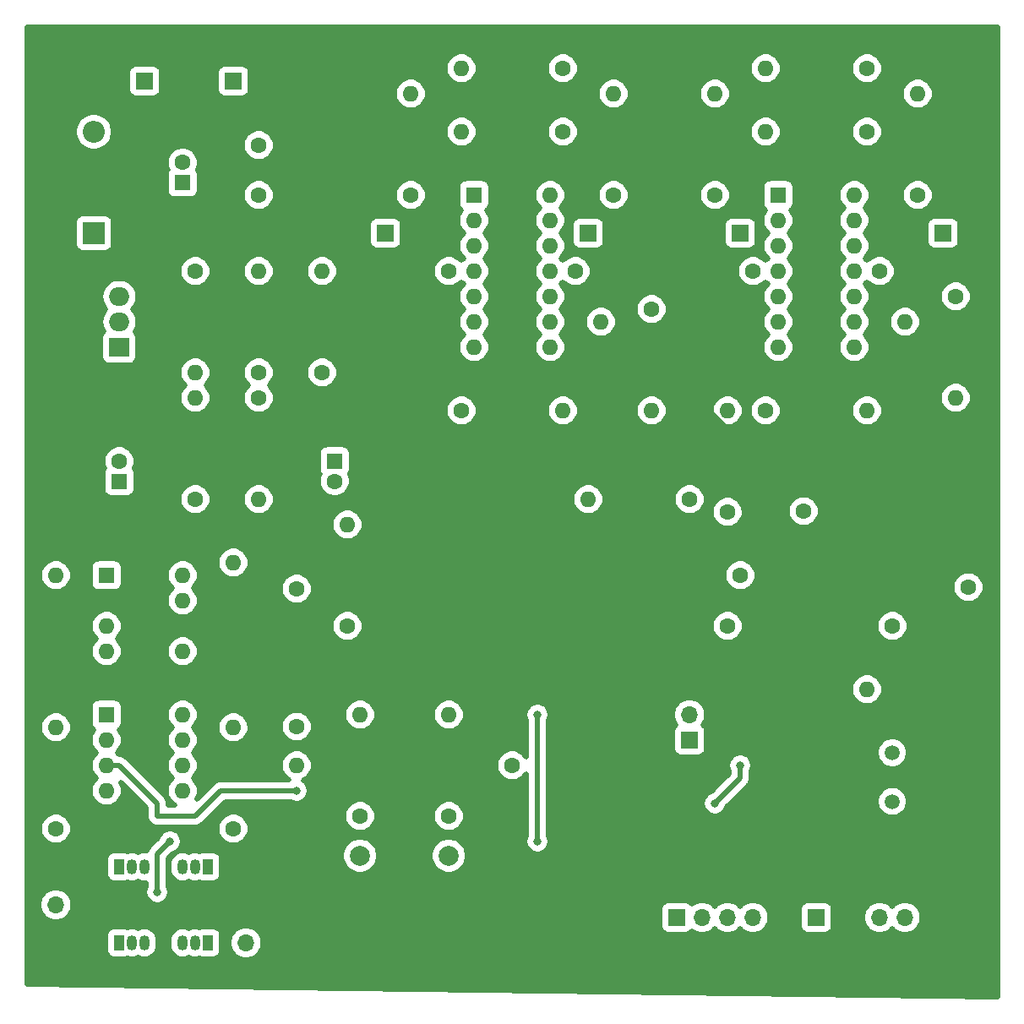
<source format=gbr>
%TF.GenerationSoftware,KiCad,Pcbnew,5.1.8-5.1.8*%
%TF.CreationDate,2021-02-27T17:22:06+08:00*%
%TF.ProjectId,Resolver,5265736f-6c76-4657-922e-6b696361645f,rev?*%
%TF.SameCoordinates,Original*%
%TF.FileFunction,Copper,L2,Bot*%
%TF.FilePolarity,Positive*%
%FSLAX46Y46*%
G04 Gerber Fmt 4.6, Leading zero omitted, Abs format (unit mm)*
G04 Created by KiCad (PCBNEW 5.1.8-5.1.8) date 2021-02-27 17:22:06*
%MOMM*%
%LPD*%
G01*
G04 APERTURE LIST*
%TA.AperFunction,ComponentPad*%
%ADD10O,1.600000X1.600000*%
%TD*%
%TA.AperFunction,ComponentPad*%
%ADD11C,1.600000*%
%TD*%
%TA.AperFunction,ComponentPad*%
%ADD12O,1.700000X1.700000*%
%TD*%
%TA.AperFunction,ComponentPad*%
%ADD13R,1.700000X1.700000*%
%TD*%
%TA.AperFunction,ComponentPad*%
%ADD14C,1.500000*%
%TD*%
%TA.AperFunction,ComponentPad*%
%ADD15R,1.600000X1.600000*%
%TD*%
%TA.AperFunction,ComponentPad*%
%ADD16O,2.000000X1.905000*%
%TD*%
%TA.AperFunction,ComponentPad*%
%ADD17R,2.000000X1.905000*%
%TD*%
%TA.AperFunction,ComponentPad*%
%ADD18R,1.050000X1.500000*%
%TD*%
%TA.AperFunction,ComponentPad*%
%ADD19O,1.050000X1.500000*%
%TD*%
%TA.AperFunction,ComponentPad*%
%ADD20O,2.200000X2.200000*%
%TD*%
%TA.AperFunction,ComponentPad*%
%ADD21R,2.200000X2.200000*%
%TD*%
%TA.AperFunction,ComponentPad*%
%ADD22C,2.000000*%
%TD*%
%TA.AperFunction,ViaPad*%
%ADD23C,4.000000*%
%TD*%
%TA.AperFunction,ViaPad*%
%ADD24C,0.800000*%
%TD*%
%TA.AperFunction,Conductor*%
%ADD25C,0.500000*%
%TD*%
%TA.AperFunction,Conductor*%
%ADD26C,1.000000*%
%TD*%
%TA.AperFunction,Conductor*%
%ADD27C,0.250000*%
%TD*%
%TA.AperFunction,Conductor*%
%ADD28C,0.100000*%
%TD*%
G04 APERTURE END LIST*
D10*
%TO.P,R31,2*%
%TO.N,Net-(R31-Pad2)*%
X181610000Y-473710000D03*
D11*
%TO.P,R31,1*%
%TO.N,Net-(Q3-Pad2)*%
X181610000Y-483870000D03*
%TD*%
D10*
%TO.P,R30,2*%
%TO.N,Net-(C20-Pad1)*%
X194310000Y-472440000D03*
D11*
%TO.P,R30,1*%
%TO.N,Net-(C22-Pad2)*%
X194310000Y-482600000D03*
%TD*%
D10*
%TO.P,R29,2*%
%TO.N,Net-(C13-Pad1)*%
X203200000Y-472440000D03*
D11*
%TO.P,R29,1*%
%TO.N,Net-(C21-Pad2)*%
X203200000Y-482600000D03*
%TD*%
D10*
%TO.P,R28,2*%
%TO.N,Net-(C20-Pad1)*%
X187960000Y-477520000D03*
D11*
%TO.P,R28,1*%
%TO.N,GNDREF*%
X187960000Y-487680000D03*
%TD*%
D10*
%TO.P,R27,2*%
%TO.N,GNDREF*%
X209550000Y-487680000D03*
D11*
%TO.P,R27,1*%
%TO.N,Net-(C13-Pad1)*%
X209550000Y-477520000D03*
%TD*%
D10*
%TO.P,R26,2*%
%TO.N,Net-(R26-Pad2)*%
X163830000Y-473710000D03*
D11*
%TO.P,R26,1*%
%TO.N,Net-(Q1-Pad2)*%
X163830000Y-483870000D03*
%TD*%
D10*
%TO.P,R25,2*%
%TO.N,Net-(R25-Pad2)*%
X181610000Y-457200000D03*
D11*
%TO.P,R25,1*%
%TO.N,GNDREF*%
X181610000Y-467360000D03*
%TD*%
D10*
%TO.P,R24,2*%
%TO.N,Net-(R24-Pad2)*%
X231140000Y-441960000D03*
D11*
%TO.P,R24,1*%
%TO.N,/ADC*%
X231140000Y-452120000D03*
%TD*%
D10*
%TO.P,R23,2*%
%TO.N,Net-(R23-Pad2)*%
X217170000Y-450850000D03*
D11*
%TO.P,R23,1*%
%TO.N,/ADC1*%
X227330000Y-450850000D03*
%TD*%
D10*
%TO.P,R22,2*%
%TO.N,Net-(R18-Pad2)*%
X245110000Y-441960000D03*
D11*
%TO.P,R22,1*%
%TO.N,Net-(R22-Pad1)*%
X234950000Y-441960000D03*
%TD*%
D10*
%TO.P,R21,2*%
%TO.N,Net-(R16-Pad2)*%
X214630000Y-441960000D03*
D11*
%TO.P,R21,1*%
%TO.N,Net-(R21-Pad1)*%
X204470000Y-441960000D03*
%TD*%
D10*
%TO.P,R20,2*%
%TO.N,Net-(R17-Pad1)*%
X248920000Y-433070000D03*
D11*
%TO.P,R20,1*%
%TO.N,GNDREF*%
X248920000Y-443230000D03*
%TD*%
D10*
%TO.P,R19,2*%
%TO.N,Net-(R15-Pad1)*%
X218440000Y-433070000D03*
D11*
%TO.P,R19,1*%
%TO.N,GNDREF*%
X218440000Y-443230000D03*
%TD*%
D10*
%TO.P,R18,2*%
%TO.N,Net-(R18-Pad2)*%
X254000000Y-440690000D03*
D11*
%TO.P,R18,1*%
%TO.N,Net-(R12-Pad1)*%
X254000000Y-430530000D03*
%TD*%
D10*
%TO.P,R17,2*%
%TO.N,Net-(R14-Pad1)*%
X234950000Y-407670000D03*
D11*
%TO.P,R17,1*%
%TO.N,Net-(R17-Pad1)*%
X245110000Y-407670000D03*
%TD*%
D10*
%TO.P,R16,2*%
%TO.N,Net-(R16-Pad2)*%
X223520000Y-441960000D03*
D11*
%TO.P,R16,1*%
%TO.N,Net-(R11-Pad1)*%
X223520000Y-431800000D03*
%TD*%
D10*
%TO.P,R15,2*%
%TO.N,Net-(R13-Pad1)*%
X204470000Y-407670000D03*
D11*
%TO.P,R15,1*%
%TO.N,Net-(R15-Pad1)*%
X214630000Y-407670000D03*
%TD*%
D10*
%TO.P,R14,2*%
%TO.N,Net-(R10-Pad2)*%
X229870000Y-410210000D03*
D11*
%TO.P,R14,1*%
%TO.N,Net-(R14-Pad1)*%
X229870000Y-420370000D03*
%TD*%
D10*
%TO.P,R13,2*%
%TO.N,Net-(R13-Pad2)*%
X199390000Y-410210000D03*
D11*
%TO.P,R13,1*%
%TO.N,Net-(R13-Pad1)*%
X199390000Y-420370000D03*
%TD*%
D10*
%TO.P,R12,2*%
%TO.N,Net-(R10-Pad1)*%
X250190000Y-410210000D03*
D11*
%TO.P,R12,1*%
%TO.N,Net-(R12-Pad1)*%
X250190000Y-420370000D03*
%TD*%
D10*
%TO.P,R11,2*%
%TO.N,Net-(R11-Pad2)*%
X219710000Y-410210000D03*
D11*
%TO.P,R11,1*%
%TO.N,Net-(R11-Pad1)*%
X219710000Y-420370000D03*
%TD*%
D10*
%TO.P,R10,2*%
%TO.N,Net-(R10-Pad2)*%
X234950000Y-414020000D03*
D11*
%TO.P,R10,1*%
%TO.N,Net-(R10-Pad1)*%
X245110000Y-414020000D03*
%TD*%
D10*
%TO.P,R9,2*%
%TO.N,Net-(R13-Pad2)*%
X204470000Y-414020000D03*
D11*
%TO.P,R9,1*%
%TO.N,Net-(R11-Pad2)*%
X214630000Y-414020000D03*
%TD*%
D10*
%TO.P,R8,2*%
%TO.N,Net-(R8-Pad2)*%
X163830000Y-458470000D03*
D11*
%TO.P,R8,1*%
%TO.N,GNDREF*%
X163830000Y-468630000D03*
%TD*%
D10*
%TO.P,R7,2*%
%TO.N,Net-(C3-Pad2)*%
X193040000Y-453390000D03*
D11*
%TO.P,R7,1*%
%TO.N,Net-(R7-Pad1)*%
X193040000Y-463550000D03*
%TD*%
D10*
%TO.P,R6,2*%
%TO.N,GND*%
X177800000Y-440690000D03*
D11*
%TO.P,R6,1*%
%TO.N,Net-(C3-Pad2)*%
X177800000Y-450850000D03*
%TD*%
D10*
%TO.P,R5,2*%
%TO.N,Net-(C3-Pad2)*%
X184150000Y-450850000D03*
D11*
%TO.P,R5,1*%
%TO.N,+10V*%
X184150000Y-440690000D03*
%TD*%
D10*
%TO.P,R4,2*%
%TO.N,Net-(R4-Pad2)*%
X245110000Y-469900000D03*
D11*
%TO.P,R4,1*%
%TO.N,GNDREF*%
X255270000Y-469900000D03*
%TD*%
D10*
%TO.P,R3,2*%
%TO.N,Net-(R1-Pad1)*%
X177800000Y-438150000D03*
D11*
%TO.P,R3,1*%
%TO.N,+10V*%
X177800000Y-427990000D03*
%TD*%
D10*
%TO.P,R2,2*%
%TO.N,GND*%
X190500000Y-427990000D03*
D11*
%TO.P,R2,1*%
%TO.N,Net-(R1-Pad1)*%
X190500000Y-438150000D03*
%TD*%
D10*
%TO.P,R1,2*%
%TO.N,GND*%
X184150000Y-427990000D03*
D11*
%TO.P,R1,1*%
%TO.N,Net-(R1-Pad1)*%
X184150000Y-438150000D03*
%TD*%
D12*
%TO.P,J13,2*%
%TO.N,Net-(J13-Pad2)*%
X182880000Y-495300000D03*
D13*
%TO.P,J13,1*%
%TO.N,GNDREF*%
X182880000Y-492760000D03*
%TD*%
D14*
%TO.P,Y1,2*%
%TO.N,Net-(C6-Pad1)*%
X247650000Y-481130000D03*
%TO.P,Y1,1*%
%TO.N,Net-(C5-Pad1)*%
X247650000Y-476250000D03*
%TD*%
D10*
%TO.P,U8,8*%
%TO.N,+10V*%
X176530000Y-472440000D03*
%TO.P,U8,4*%
%TO.N,GND*%
X168910000Y-480060000D03*
%TO.P,U8,7*%
%TO.N,Net-(R31-Pad2)*%
X176530000Y-474980000D03*
%TO.P,U8,3*%
%TO.N,Net-(C21-Pad2)*%
X168910000Y-477520000D03*
%TO.P,U8,6*%
%TO.N,Net-(J13-Pad2)*%
X176530000Y-477520000D03*
%TO.P,U8,2*%
%TO.N,Net-(J12-Pad2)*%
X168910000Y-474980000D03*
%TO.P,U8,5*%
%TO.N,Net-(C22-Pad2)*%
X176530000Y-480060000D03*
D15*
%TO.P,U8,1*%
%TO.N,Net-(R26-Pad2)*%
X168910000Y-472440000D03*
%TD*%
D10*
%TO.P,U7,14*%
%TO.N,Net-(R12-Pad1)*%
X243840000Y-420370000D03*
%TO.P,U7,7*%
%TO.N,Net-(R24-Pad2)*%
X236220000Y-435610000D03*
%TO.P,U7,13*%
%TO.N,Net-(R10-Pad1)*%
X243840000Y-422910000D03*
%TO.P,U7,6*%
%TO.N,Net-(R24-Pad2)*%
X236220000Y-433070000D03*
%TO.P,U7,12*%
%TO.N,Net-(J3-Pad1)*%
X243840000Y-425450000D03*
%TO.P,U7,5*%
%TO.N,Net-(R22-Pad1)*%
X236220000Y-430530000D03*
%TO.P,U7,11*%
%TO.N,GND*%
X243840000Y-427990000D03*
%TO.P,U7,4*%
%TO.N,+10V*%
X236220000Y-427990000D03*
%TO.P,U7,10*%
%TO.N,Net-(R17-Pad1)*%
X243840000Y-430530000D03*
%TO.P,U7,3*%
%TO.N,Net-(J2-Pad1)*%
X236220000Y-425450000D03*
%TO.P,U7,9*%
%TO.N,Net-(R18-Pad2)*%
X243840000Y-433070000D03*
%TO.P,U7,2*%
%TO.N,Net-(R10-Pad2)*%
X236220000Y-422910000D03*
%TO.P,U7,8*%
%TO.N,Net-(R22-Pad1)*%
X243840000Y-435610000D03*
D15*
%TO.P,U7,1*%
%TO.N,Net-(R14-Pad1)*%
X236220000Y-420370000D03*
%TD*%
D10*
%TO.P,U6,14*%
%TO.N,Net-(R11-Pad1)*%
X213360000Y-420370000D03*
%TO.P,U6,7*%
%TO.N,Net-(R23-Pad2)*%
X205740000Y-435610000D03*
%TO.P,U6,13*%
%TO.N,Net-(R11-Pad2)*%
X213360000Y-422910000D03*
%TO.P,U6,6*%
%TO.N,Net-(R23-Pad2)*%
X205740000Y-433070000D03*
%TO.P,U6,12*%
%TO.N,Net-(J1-Pad1)*%
X213360000Y-425450000D03*
%TO.P,U6,5*%
%TO.N,Net-(R21-Pad1)*%
X205740000Y-430530000D03*
%TO.P,U6,11*%
%TO.N,GND*%
X213360000Y-427990000D03*
%TO.P,U6,4*%
%TO.N,+10V*%
X205740000Y-427990000D03*
%TO.P,U6,10*%
%TO.N,Net-(R15-Pad1)*%
X213360000Y-430530000D03*
%TO.P,U6,3*%
%TO.N,Net-(J4-Pad1)*%
X205740000Y-425450000D03*
%TO.P,U6,9*%
%TO.N,Net-(R16-Pad2)*%
X213360000Y-433070000D03*
%TO.P,U6,2*%
%TO.N,Net-(R13-Pad2)*%
X205740000Y-422910000D03*
%TO.P,U6,8*%
%TO.N,Net-(R21-Pad1)*%
X213360000Y-435610000D03*
D15*
%TO.P,U6,1*%
%TO.N,Net-(R13-Pad1)*%
X205740000Y-420370000D03*
%TD*%
D10*
%TO.P,U2,8*%
%TO.N,+10V*%
X176530000Y-458470000D03*
%TO.P,U2,4*%
%TO.N,GND*%
X168910000Y-466090000D03*
%TO.P,U2,7*%
%TO.N,Net-(R25-Pad2)*%
X176530000Y-461010000D03*
%TO.P,U2,3*%
%TO.N,Net-(R7-Pad1)*%
X168910000Y-463550000D03*
%TO.P,U2,6*%
%TO.N,GNDREF*%
X176530000Y-463550000D03*
%TO.P,U2,2*%
X168910000Y-461010000D03*
%TO.P,U2,5*%
%TO.N,Net-(R7-Pad1)*%
X176530000Y-466090000D03*
D15*
%TO.P,U2,1*%
%TO.N,Net-(R8-Pad2)*%
X168910000Y-458470000D03*
%TD*%
D16*
%TO.P,U1,3*%
%TO.N,+12V*%
X170180000Y-430530000D03*
%TO.P,U1,2*%
%TO.N,+10V*%
X170180000Y-433070000D03*
D17*
%TO.P,U1,1*%
%TO.N,Net-(R1-Pad1)*%
X170180000Y-435610000D03*
%TD*%
D18*
%TO.P,Q4,1*%
%TO.N,Net-(J13-Pad2)*%
X179070000Y-487680000D03*
D19*
%TO.P,Q4,3*%
%TO.N,GND*%
X176530000Y-487680000D03*
%TO.P,Q4,2*%
%TO.N,Net-(Q3-Pad2)*%
X177800000Y-487680000D03*
%TD*%
D18*
%TO.P,Q3,1*%
%TO.N,Net-(J13-Pad2)*%
X179070000Y-495300000D03*
D19*
%TO.P,Q3,3*%
%TO.N,+10V*%
X176530000Y-495300000D03*
%TO.P,Q3,2*%
%TO.N,Net-(Q3-Pad2)*%
X177800000Y-495300000D03*
%TD*%
D18*
%TO.P,Q2,1*%
%TO.N,Net-(J12-Pad2)*%
X170180000Y-487680000D03*
D19*
%TO.P,Q2,3*%
%TO.N,GND*%
X172720000Y-487680000D03*
%TO.P,Q2,2*%
%TO.N,Net-(Q1-Pad2)*%
X171450000Y-487680000D03*
%TD*%
D18*
%TO.P,Q1,1*%
%TO.N,Net-(J12-Pad2)*%
X170180000Y-495300000D03*
D19*
%TO.P,Q1,3*%
%TO.N,+10V*%
X172720000Y-495300000D03*
%TO.P,Q1,2*%
%TO.N,Net-(Q1-Pad2)*%
X171450000Y-495300000D03*
%TD*%
D12*
%TO.P,J12,2*%
%TO.N,Net-(J12-Pad2)*%
X163830000Y-491490000D03*
D13*
%TO.P,J12,1*%
%TO.N,GNDREF*%
X166370000Y-491490000D03*
%TD*%
%TO.P,J11,1*%
%TO.N,Net-(J11-Pad1)*%
X240030000Y-492760000D03*
%TD*%
D12*
%TO.P,J10,4*%
%TO.N,/SPI1_MOSI*%
X233680000Y-492760000D03*
%TO.P,J10,3*%
%TO.N,/SPI1_MISO*%
X231140000Y-492760000D03*
%TO.P,J10,2*%
%TO.N,/SPI1_SCK*%
X228600000Y-492760000D03*
D13*
%TO.P,J10,1*%
%TO.N,/SPI1_NSS*%
X226060000Y-492760000D03*
%TD*%
D12*
%TO.P,J9,2*%
%TO.N,Net-(J9-Pad2)*%
X227330000Y-472440000D03*
D13*
%TO.P,J9,1*%
%TO.N,Net-(J9-Pad1)*%
X227330000Y-474980000D03*
%TD*%
D12*
%TO.P,J8,3*%
%TO.N,/DIO*%
X246380000Y-492760000D03*
%TO.P,J8,2*%
%TO.N,/CLK*%
X248920000Y-492760000D03*
D13*
%TO.P,J8,1*%
%TO.N,GNDREF*%
X251460000Y-492760000D03*
%TD*%
%TO.P,J6,1*%
%TO.N,GND*%
X181610000Y-408940000D03*
%TD*%
%TO.P,J5,1*%
%TO.N,Net-(D1-Pad2)*%
X172720000Y-408940000D03*
%TD*%
%TO.P,J4,1*%
%TO.N,Net-(J4-Pad1)*%
X196850000Y-424180000D03*
%TD*%
%TO.P,J3,1*%
%TO.N,Net-(J3-Pad1)*%
X252730000Y-424180000D03*
%TD*%
%TO.P,J2,1*%
%TO.N,Net-(J2-Pad1)*%
X232410000Y-424180000D03*
%TD*%
%TO.P,J1,1*%
%TO.N,Net-(J1-Pad1)*%
X217170000Y-424180000D03*
%TD*%
D20*
%TO.P,D1,2*%
%TO.N,Net-(D1-Pad2)*%
X167640000Y-414020000D03*
D21*
%TO.P,D1,1*%
%TO.N,+12V*%
X167640000Y-424180000D03*
%TD*%
D11*
%TO.P,C24,2*%
%TO.N,GND*%
X187960000Y-459820000D03*
%TO.P,C24,1*%
%TO.N,GNDREF*%
X187960000Y-464820000D03*
%TD*%
%TO.P,C23,2*%
%TO.N,+10V*%
X187960000Y-473630000D03*
%TO.P,C23,1*%
%TO.N,GNDREF*%
X187960000Y-468630000D03*
%TD*%
D22*
%TO.P,C22,2*%
%TO.N,Net-(C22-Pad2)*%
X194310000Y-486570000D03*
%TO.P,C22,1*%
%TO.N,GNDREF*%
X194310000Y-496570000D03*
%TD*%
%TO.P,C21,2*%
%TO.N,Net-(C21-Pad2)*%
X203200000Y-486570000D03*
%TO.P,C21,1*%
%TO.N,GNDREF*%
X203200000Y-496570000D03*
%TD*%
D11*
%TO.P,C19,2*%
%TO.N,GNDREF*%
X238760000Y-447040000D03*
%TO.P,C19,1*%
%TO.N,/ADC*%
X238760000Y-452040000D03*
%TD*%
%TO.P,C18,2*%
%TO.N,GNDREF*%
X227410000Y-458470000D03*
%TO.P,C18,1*%
%TO.N,/ADC1*%
X232410000Y-458470000D03*
%TD*%
%TO.P,C17,2*%
%TO.N,GNDREF*%
X228680000Y-427990000D03*
%TO.P,C17,1*%
%TO.N,+10V*%
X233680000Y-427990000D03*
%TD*%
%TO.P,C16,2*%
%TO.N,GNDREF*%
X198200000Y-427990000D03*
%TO.P,C16,1*%
%TO.N,+10V*%
X203200000Y-427990000D03*
%TD*%
%TO.P,C15,2*%
%TO.N,GNDREF*%
X251380000Y-427990000D03*
%TO.P,C15,1*%
%TO.N,GND*%
X246380000Y-427990000D03*
%TD*%
%TO.P,C14,2*%
%TO.N,GNDREF*%
X220900000Y-427990000D03*
%TO.P,C14,1*%
%TO.N,GND*%
X215900000Y-427990000D03*
%TD*%
%TO.P,C12,2*%
%TO.N,Net-(C12-Pad2)*%
X255270000Y-459660000D03*
%TO.P,C12,1*%
%TO.N,GNDREF*%
X255270000Y-454660000D03*
%TD*%
%TO.P,C8,2*%
%TO.N,GNDREF*%
X231140000Y-468550000D03*
%TO.P,C8,1*%
%TO.N,+3V3*%
X231140000Y-463550000D03*
%TD*%
%TO.P,C7,2*%
%TO.N,GNDREF*%
X252650000Y-463550000D03*
%TO.P,C7,1*%
%TO.N,Net-(C7-Pad1)*%
X247650000Y-463550000D03*
%TD*%
%TO.P,C4,2*%
%TO.N,GND*%
X170180000Y-447040000D03*
D15*
%TO.P,C4,1*%
%TO.N,Net-(C3-Pad2)*%
X170180000Y-449040000D03*
%TD*%
D11*
%TO.P,C3,2*%
%TO.N,Net-(C3-Pad2)*%
X191770000Y-449040000D03*
D15*
%TO.P,C3,1*%
%TO.N,+10V*%
X191770000Y-447040000D03*
%TD*%
D11*
%TO.P,C2,2*%
%TO.N,GND*%
X184150000Y-415370000D03*
%TO.P,C2,1*%
%TO.N,+12V*%
X184150000Y-420370000D03*
%TD*%
%TO.P,C1,2*%
%TO.N,GND*%
X176530000Y-417100000D03*
D15*
%TO.P,C1,1*%
%TO.N,+12V*%
X176530000Y-419100000D03*
%TD*%
D23*
%TO.N,GNDREF*%
X163830000Y-496570000D03*
X255270000Y-406400000D03*
X255270000Y-497840000D03*
X163830000Y-406400000D03*
D24*
%TO.N,+10V*%
X173990000Y-490220000D03*
X175260000Y-485140000D03*
%TO.N,GNDREF*%
X236220000Y-485140000D03*
%TO.N,+3V3*%
X212090000Y-485140000D03*
X212090000Y-472440000D03*
%TO.N,Net-(C21-Pad2)*%
X187960000Y-480060000D03*
%TO.N,/SPI1_NSS*%
X229870000Y-481330000D03*
X232410000Y-477520000D03*
%TD*%
D25*
%TO.N,+10V*%
X173990000Y-490220000D02*
X173990000Y-486410000D01*
X173990000Y-486410000D02*
X175260000Y-485140000D01*
X175260000Y-485140000D02*
X175260000Y-485140000D01*
D26*
%TO.N,GNDREF*%
X227880001Y-427190001D02*
X228680000Y-427990000D01*
X221699999Y-427190001D02*
X227880001Y-427190001D01*
X220900000Y-427990000D02*
X221699999Y-427190001D01*
X220900000Y-440770000D02*
X220900000Y-427990000D01*
X218440000Y-443230000D02*
X220900000Y-440770000D01*
X233999998Y-447040000D02*
X238760000Y-447040000D01*
X228680000Y-441720002D02*
X233999998Y-447040000D01*
X228680000Y-427990000D02*
X228680000Y-441720002D01*
X238760000Y-447040000D02*
X247650000Y-447040000D01*
X248920000Y-445770000D02*
X248920000Y-443230000D01*
X247650000Y-447040000D02*
X248920000Y-445770000D01*
X252650000Y-463550000D02*
X253781370Y-463550000D01*
X255270000Y-497840000D02*
X257269999Y-495840001D01*
X255270000Y-406400000D02*
X253270001Y-404400001D01*
X163830000Y-406400000D02*
X162560000Y-406400000D01*
X161290000Y-494030000D02*
X163830000Y-496570000D01*
X163830000Y-406400000D02*
X161290000Y-408940000D01*
X163830000Y-496570000D02*
X166370000Y-499110000D01*
X254000000Y-499110000D02*
X255270000Y-497840000D01*
X212090000Y-499110000D02*
X254000000Y-499110000D01*
X212090000Y-499110000D02*
X213360000Y-499110000D01*
X163830000Y-468630000D02*
X161290000Y-468630000D01*
X161290000Y-468630000D02*
X161290000Y-494030000D01*
X161290000Y-408940000D02*
X161290000Y-468630000D01*
X187960000Y-487680000D02*
X182880000Y-492760000D01*
X187960000Y-499110000D02*
X187960000Y-487680000D01*
X166370000Y-499110000D02*
X187960000Y-499110000D01*
X194310000Y-496570000D02*
X194310000Y-499110000D01*
X187960000Y-499110000D02*
X194310000Y-499110000D01*
X203200000Y-496570000D02*
X203200000Y-499110000D01*
X194310000Y-499110000D02*
X203200000Y-499110000D01*
X209550000Y-487680000D02*
X209550000Y-499110000D01*
X209550000Y-499110000D02*
X212090000Y-499110000D01*
X203200000Y-499110000D02*
X209550000Y-499110000D01*
X182880000Y-468630000D02*
X181610000Y-467360000D01*
X187960000Y-468630000D02*
X182880000Y-468630000D01*
X187960000Y-468630000D02*
X187960000Y-464820000D01*
D25*
X192499999Y-423639999D02*
X192499999Y-404400001D01*
D26*
X192499999Y-404400001D02*
X163830000Y-404400001D01*
X253270001Y-404400001D02*
X192499999Y-404400001D01*
D25*
X256540000Y-427990000D02*
X257269999Y-427260001D01*
X251380000Y-427990000D02*
X256540000Y-427990000D01*
D26*
X257269999Y-427260001D02*
X257269999Y-406400000D01*
D27*
X256540000Y-454660000D02*
X257269999Y-453930001D01*
X255270000Y-454660000D02*
X256540000Y-454660000D01*
D26*
X257269999Y-453930001D02*
X257269999Y-427260001D01*
X257269999Y-495840001D02*
X257269999Y-453930001D01*
D27*
X198200000Y-427990000D02*
X194310000Y-427990000D01*
X194310000Y-427990000D02*
X193040000Y-426720000D01*
X193040000Y-426720000D02*
X193040000Y-424180000D01*
X193040000Y-424180000D02*
X192499999Y-423639999D01*
D25*
%TO.N,+3V3*%
X212090000Y-485140000D02*
X212090000Y-472440000D01*
X212090000Y-472440000D02*
X212090000Y-472440000D01*
%TO.N,Net-(C21-Pad2)*%
X187960000Y-480060000D02*
X180340000Y-480060000D01*
X180340000Y-480060000D02*
X177800000Y-482600000D01*
X177800000Y-482600000D02*
X173990000Y-482600000D01*
X173990000Y-482600000D02*
X173990000Y-481330000D01*
X170180000Y-477520000D02*
X168910000Y-477520000D01*
X173990000Y-481330000D02*
X170180000Y-477520000D01*
%TO.N,/SPI1_NSS*%
X229870000Y-481330000D02*
X231140000Y-480060000D01*
X231140000Y-480060000D02*
X232410000Y-478790000D01*
X232410000Y-478790000D02*
X232410000Y-477520000D01*
X232410000Y-477520000D02*
X232410000Y-477520000D01*
%TD*%
%TO.N,GNDREF*%
X258180001Y-500738387D02*
X160920000Y-499491465D01*
X160920000Y-494550000D01*
X168800888Y-494550000D01*
X168800888Y-496050000D01*
X168817300Y-496216629D01*
X168865903Y-496376855D01*
X168944832Y-496524519D01*
X169051052Y-496653948D01*
X169180481Y-496760168D01*
X169328145Y-496839097D01*
X169488371Y-496887700D01*
X169655000Y-496904112D01*
X170705000Y-496904112D01*
X170871629Y-496887700D01*
X171031855Y-496839097D01*
X171036711Y-496836501D01*
X171180454Y-496880105D01*
X171450000Y-496906653D01*
X171719547Y-496880105D01*
X171978736Y-496801481D01*
X172085001Y-496744681D01*
X172191265Y-496801481D01*
X172450454Y-496880105D01*
X172720000Y-496906653D01*
X172989547Y-496880105D01*
X173248736Y-496801481D01*
X173487605Y-496673802D01*
X173696976Y-496501976D01*
X173868802Y-496292605D01*
X173996481Y-496053735D01*
X174075105Y-495794546D01*
X174095000Y-495592548D01*
X174095000Y-495007451D01*
X175155000Y-495007451D01*
X175155000Y-495592548D01*
X175174895Y-495794546D01*
X175253519Y-496053735D01*
X175381198Y-496292604D01*
X175553024Y-496501975D01*
X175762395Y-496673802D01*
X176001264Y-496801481D01*
X176260453Y-496880105D01*
X176530000Y-496906653D01*
X176799546Y-496880105D01*
X177058735Y-496801481D01*
X177165000Y-496744681D01*
X177271264Y-496801481D01*
X177530453Y-496880105D01*
X177800000Y-496906653D01*
X178069546Y-496880105D01*
X178213289Y-496836501D01*
X178218145Y-496839097D01*
X178378371Y-496887700D01*
X178545000Y-496904112D01*
X179595000Y-496904112D01*
X179761629Y-496887700D01*
X179921855Y-496839097D01*
X180069519Y-496760168D01*
X180198948Y-496653948D01*
X180305168Y-496524519D01*
X180384097Y-496376855D01*
X180432700Y-496216629D01*
X180449112Y-496050000D01*
X180449112Y-495132565D01*
X181180000Y-495132565D01*
X181180000Y-495467435D01*
X181245330Y-495795872D01*
X181373479Y-496105252D01*
X181559523Y-496383687D01*
X181796313Y-496620477D01*
X182074748Y-496806521D01*
X182384128Y-496934670D01*
X182712565Y-497000000D01*
X183047435Y-497000000D01*
X183375872Y-496934670D01*
X183685252Y-496806521D01*
X183963687Y-496620477D01*
X184200477Y-496383687D01*
X184386521Y-496105252D01*
X184514670Y-495795872D01*
X184580000Y-495467435D01*
X184580000Y-495132565D01*
X184514670Y-494804128D01*
X184386521Y-494494748D01*
X184200477Y-494216313D01*
X183963687Y-493979523D01*
X183685252Y-493793479D01*
X183375872Y-493665330D01*
X183047435Y-493600000D01*
X182712565Y-493600000D01*
X182384128Y-493665330D01*
X182074748Y-493793479D01*
X181796313Y-493979523D01*
X181559523Y-494216313D01*
X181373479Y-494494748D01*
X181245330Y-494804128D01*
X181180000Y-495132565D01*
X180449112Y-495132565D01*
X180449112Y-494550000D01*
X180432700Y-494383371D01*
X180384097Y-494223145D01*
X180305168Y-494075481D01*
X180198948Y-493946052D01*
X180069519Y-493839832D01*
X179921855Y-493760903D01*
X179761629Y-493712300D01*
X179595000Y-493695888D01*
X178545000Y-493695888D01*
X178378371Y-493712300D01*
X178218145Y-493760903D01*
X178213289Y-493763499D01*
X178069547Y-493719895D01*
X177800000Y-493693347D01*
X177530454Y-493719895D01*
X177271265Y-493798519D01*
X177165000Y-493855319D01*
X177058736Y-493798519D01*
X176799547Y-493719895D01*
X176530000Y-493693347D01*
X176260454Y-493719895D01*
X176001265Y-493798519D01*
X175762396Y-493926198D01*
X175553025Y-494098024D01*
X175381198Y-494307395D01*
X175253519Y-494546264D01*
X175174895Y-494805453D01*
X175155000Y-495007451D01*
X174095000Y-495007451D01*
X174075105Y-494805453D01*
X173996481Y-494546264D01*
X173868802Y-494307395D01*
X173696975Y-494098024D01*
X173487604Y-493926198D01*
X173248735Y-493798519D01*
X172989546Y-493719895D01*
X172720000Y-493693347D01*
X172450453Y-493719895D01*
X172191264Y-493798519D01*
X172084999Y-493855319D01*
X171978735Y-493798519D01*
X171719546Y-493719895D01*
X171450000Y-493693347D01*
X171180453Y-493719895D01*
X171036711Y-493763499D01*
X171031855Y-493760903D01*
X170871629Y-493712300D01*
X170705000Y-493695888D01*
X169655000Y-493695888D01*
X169488371Y-493712300D01*
X169328145Y-493760903D01*
X169180481Y-493839832D01*
X169051052Y-493946052D01*
X168944832Y-494075481D01*
X168865903Y-494223145D01*
X168817300Y-494383371D01*
X168800888Y-494550000D01*
X160920000Y-494550000D01*
X160920000Y-491322565D01*
X162130000Y-491322565D01*
X162130000Y-491657435D01*
X162195330Y-491985872D01*
X162323479Y-492295252D01*
X162509523Y-492573687D01*
X162746313Y-492810477D01*
X163024748Y-492996521D01*
X163334128Y-493124670D01*
X163662565Y-493190000D01*
X163997435Y-493190000D01*
X164325872Y-493124670D01*
X164635252Y-492996521D01*
X164913687Y-492810477D01*
X165150477Y-492573687D01*
X165336521Y-492295252D01*
X165464670Y-491985872D01*
X165479761Y-491910000D01*
X224355888Y-491910000D01*
X224355888Y-493610000D01*
X224372300Y-493776629D01*
X224420903Y-493936855D01*
X224499832Y-494084519D01*
X224606052Y-494213948D01*
X224735481Y-494320168D01*
X224883145Y-494399097D01*
X225043371Y-494447700D01*
X225210000Y-494464112D01*
X226910000Y-494464112D01*
X227076629Y-494447700D01*
X227236855Y-494399097D01*
X227384519Y-494320168D01*
X227513948Y-494213948D01*
X227585530Y-494126726D01*
X227794748Y-494266521D01*
X228104128Y-494394670D01*
X228432565Y-494460000D01*
X228767435Y-494460000D01*
X229095872Y-494394670D01*
X229405252Y-494266521D01*
X229683687Y-494080477D01*
X229870000Y-493894164D01*
X230056313Y-494080477D01*
X230334748Y-494266521D01*
X230644128Y-494394670D01*
X230972565Y-494460000D01*
X231307435Y-494460000D01*
X231635872Y-494394670D01*
X231945252Y-494266521D01*
X232223687Y-494080477D01*
X232410000Y-493894164D01*
X232596313Y-494080477D01*
X232874748Y-494266521D01*
X233184128Y-494394670D01*
X233512565Y-494460000D01*
X233847435Y-494460000D01*
X234175872Y-494394670D01*
X234485252Y-494266521D01*
X234763687Y-494080477D01*
X235000477Y-493843687D01*
X235186521Y-493565252D01*
X235314670Y-493255872D01*
X235380000Y-492927435D01*
X235380000Y-492592565D01*
X235314670Y-492264128D01*
X235186521Y-491954748D01*
X235156622Y-491910000D01*
X238325888Y-491910000D01*
X238325888Y-493610000D01*
X238342300Y-493776629D01*
X238390903Y-493936855D01*
X238469832Y-494084519D01*
X238576052Y-494213948D01*
X238705481Y-494320168D01*
X238853145Y-494399097D01*
X239013371Y-494447700D01*
X239180000Y-494464112D01*
X240880000Y-494464112D01*
X241046629Y-494447700D01*
X241206855Y-494399097D01*
X241354519Y-494320168D01*
X241483948Y-494213948D01*
X241590168Y-494084519D01*
X241669097Y-493936855D01*
X241717700Y-493776629D01*
X241734112Y-493610000D01*
X241734112Y-492592565D01*
X244680000Y-492592565D01*
X244680000Y-492927435D01*
X244745330Y-493255872D01*
X244873479Y-493565252D01*
X245059523Y-493843687D01*
X245296313Y-494080477D01*
X245574748Y-494266521D01*
X245884128Y-494394670D01*
X246212565Y-494460000D01*
X246547435Y-494460000D01*
X246875872Y-494394670D01*
X247185252Y-494266521D01*
X247463687Y-494080477D01*
X247650000Y-493894164D01*
X247836313Y-494080477D01*
X248114748Y-494266521D01*
X248424128Y-494394670D01*
X248752565Y-494460000D01*
X249087435Y-494460000D01*
X249415872Y-494394670D01*
X249725252Y-494266521D01*
X250003687Y-494080477D01*
X250240477Y-493843687D01*
X250426521Y-493565252D01*
X250554670Y-493255872D01*
X250620000Y-492927435D01*
X250620000Y-492592565D01*
X250554670Y-492264128D01*
X250426521Y-491954748D01*
X250240477Y-491676313D01*
X250003687Y-491439523D01*
X249725252Y-491253479D01*
X249415872Y-491125330D01*
X249087435Y-491060000D01*
X248752565Y-491060000D01*
X248424128Y-491125330D01*
X248114748Y-491253479D01*
X247836313Y-491439523D01*
X247650000Y-491625836D01*
X247463687Y-491439523D01*
X247185252Y-491253479D01*
X246875872Y-491125330D01*
X246547435Y-491060000D01*
X246212565Y-491060000D01*
X245884128Y-491125330D01*
X245574748Y-491253479D01*
X245296313Y-491439523D01*
X245059523Y-491676313D01*
X244873479Y-491954748D01*
X244745330Y-492264128D01*
X244680000Y-492592565D01*
X241734112Y-492592565D01*
X241734112Y-491910000D01*
X241717700Y-491743371D01*
X241669097Y-491583145D01*
X241590168Y-491435481D01*
X241483948Y-491306052D01*
X241354519Y-491199832D01*
X241206855Y-491120903D01*
X241046629Y-491072300D01*
X240880000Y-491055888D01*
X239180000Y-491055888D01*
X239013371Y-491072300D01*
X238853145Y-491120903D01*
X238705481Y-491199832D01*
X238576052Y-491306052D01*
X238469832Y-491435481D01*
X238390903Y-491583145D01*
X238342300Y-491743371D01*
X238325888Y-491910000D01*
X235156622Y-491910000D01*
X235000477Y-491676313D01*
X234763687Y-491439523D01*
X234485252Y-491253479D01*
X234175872Y-491125330D01*
X233847435Y-491060000D01*
X233512565Y-491060000D01*
X233184128Y-491125330D01*
X232874748Y-491253479D01*
X232596313Y-491439523D01*
X232410000Y-491625836D01*
X232223687Y-491439523D01*
X231945252Y-491253479D01*
X231635872Y-491125330D01*
X231307435Y-491060000D01*
X230972565Y-491060000D01*
X230644128Y-491125330D01*
X230334748Y-491253479D01*
X230056313Y-491439523D01*
X229870000Y-491625836D01*
X229683687Y-491439523D01*
X229405252Y-491253479D01*
X229095872Y-491125330D01*
X228767435Y-491060000D01*
X228432565Y-491060000D01*
X228104128Y-491125330D01*
X227794748Y-491253479D01*
X227585530Y-491393274D01*
X227513948Y-491306052D01*
X227384519Y-491199832D01*
X227236855Y-491120903D01*
X227076629Y-491072300D01*
X226910000Y-491055888D01*
X225210000Y-491055888D01*
X225043371Y-491072300D01*
X224883145Y-491120903D01*
X224735481Y-491199832D01*
X224606052Y-491306052D01*
X224499832Y-491435481D01*
X224420903Y-491583145D01*
X224372300Y-491743371D01*
X224355888Y-491910000D01*
X165479761Y-491910000D01*
X165530000Y-491657435D01*
X165530000Y-491322565D01*
X165464670Y-490994128D01*
X165336521Y-490684748D01*
X165150477Y-490406313D01*
X164913687Y-490169523D01*
X164635252Y-489983479D01*
X164325872Y-489855330D01*
X163997435Y-489790000D01*
X163662565Y-489790000D01*
X163334128Y-489855330D01*
X163024748Y-489983479D01*
X162746313Y-490169523D01*
X162509523Y-490406313D01*
X162323479Y-490684748D01*
X162195330Y-490994128D01*
X162130000Y-491322565D01*
X160920000Y-491322565D01*
X160920000Y-486930000D01*
X168800888Y-486930000D01*
X168800888Y-488430000D01*
X168817300Y-488596629D01*
X168865903Y-488756855D01*
X168944832Y-488904519D01*
X169051052Y-489033948D01*
X169180481Y-489140168D01*
X169328145Y-489219097D01*
X169488371Y-489267700D01*
X169655000Y-489284112D01*
X170705000Y-489284112D01*
X170871629Y-489267700D01*
X171031855Y-489219097D01*
X171036711Y-489216501D01*
X171180454Y-489260105D01*
X171450000Y-489286653D01*
X171719547Y-489260105D01*
X171978736Y-489181481D01*
X172085001Y-489124681D01*
X172191265Y-489181481D01*
X172450454Y-489260105D01*
X172720000Y-489286653D01*
X172890000Y-489269909D01*
X172890000Y-489616327D01*
X172882265Y-489627903D01*
X172788037Y-489855389D01*
X172740000Y-490096886D01*
X172740000Y-490343114D01*
X172788037Y-490584611D01*
X172882265Y-490812097D01*
X173019062Y-491016828D01*
X173193172Y-491190938D01*
X173397903Y-491327735D01*
X173625389Y-491421963D01*
X173866886Y-491470000D01*
X174113114Y-491470000D01*
X174354611Y-491421963D01*
X174582097Y-491327735D01*
X174786828Y-491190938D01*
X174960938Y-491016828D01*
X175097735Y-490812097D01*
X175191963Y-490584611D01*
X175240000Y-490343114D01*
X175240000Y-490096886D01*
X175191963Y-489855389D01*
X175097735Y-489627903D01*
X175090000Y-489616327D01*
X175090000Y-487387451D01*
X175155000Y-487387451D01*
X175155000Y-487972548D01*
X175174895Y-488174546D01*
X175253519Y-488433735D01*
X175381198Y-488672604D01*
X175553024Y-488881975D01*
X175762395Y-489053802D01*
X176001264Y-489181481D01*
X176260453Y-489260105D01*
X176530000Y-489286653D01*
X176799546Y-489260105D01*
X177058735Y-489181481D01*
X177165000Y-489124681D01*
X177271264Y-489181481D01*
X177530453Y-489260105D01*
X177800000Y-489286653D01*
X178069546Y-489260105D01*
X178213289Y-489216501D01*
X178218145Y-489219097D01*
X178378371Y-489267700D01*
X178545000Y-489284112D01*
X179595000Y-489284112D01*
X179761629Y-489267700D01*
X179921855Y-489219097D01*
X180069519Y-489140168D01*
X180198948Y-489033948D01*
X180305168Y-488904519D01*
X180384097Y-488756855D01*
X180432700Y-488596629D01*
X180449112Y-488430000D01*
X180449112Y-486930000D01*
X180432700Y-486763371D01*
X180384097Y-486603145D01*
X180305168Y-486455481D01*
X180249617Y-486387791D01*
X192460000Y-486387791D01*
X192460000Y-486752209D01*
X192531095Y-487109625D01*
X192670552Y-487446303D01*
X192873011Y-487749306D01*
X193130694Y-488006989D01*
X193433697Y-488209448D01*
X193770375Y-488348905D01*
X194127791Y-488420000D01*
X194492209Y-488420000D01*
X194849625Y-488348905D01*
X195186303Y-488209448D01*
X195489306Y-488006989D01*
X195746989Y-487749306D01*
X195949448Y-487446303D01*
X196088905Y-487109625D01*
X196160000Y-486752209D01*
X196160000Y-486387791D01*
X201350000Y-486387791D01*
X201350000Y-486752209D01*
X201421095Y-487109625D01*
X201560552Y-487446303D01*
X201763011Y-487749306D01*
X202020694Y-488006989D01*
X202323697Y-488209448D01*
X202660375Y-488348905D01*
X203017791Y-488420000D01*
X203382209Y-488420000D01*
X203739625Y-488348905D01*
X204076303Y-488209448D01*
X204379306Y-488006989D01*
X204636989Y-487749306D01*
X204839448Y-487446303D01*
X204978905Y-487109625D01*
X205050000Y-486752209D01*
X205050000Y-486387791D01*
X204978905Y-486030375D01*
X204839448Y-485693697D01*
X204636989Y-485390694D01*
X204379306Y-485133011D01*
X204076303Y-484930552D01*
X203739625Y-484791095D01*
X203382209Y-484720000D01*
X203017791Y-484720000D01*
X202660375Y-484791095D01*
X202323697Y-484930552D01*
X202020694Y-485133011D01*
X201763011Y-485390694D01*
X201560552Y-485693697D01*
X201421095Y-486030375D01*
X201350000Y-486387791D01*
X196160000Y-486387791D01*
X196088905Y-486030375D01*
X195949448Y-485693697D01*
X195746989Y-485390694D01*
X195489306Y-485133011D01*
X195186303Y-484930552D01*
X194849625Y-484791095D01*
X194492209Y-484720000D01*
X194127791Y-484720000D01*
X193770375Y-484791095D01*
X193433697Y-484930552D01*
X193130694Y-485133011D01*
X192873011Y-485390694D01*
X192670552Y-485693697D01*
X192531095Y-486030375D01*
X192460000Y-486387791D01*
X180249617Y-486387791D01*
X180198948Y-486326052D01*
X180069519Y-486219832D01*
X179921855Y-486140903D01*
X179761629Y-486092300D01*
X179595000Y-486075888D01*
X178545000Y-486075888D01*
X178378371Y-486092300D01*
X178218145Y-486140903D01*
X178213289Y-486143499D01*
X178069547Y-486099895D01*
X177800000Y-486073347D01*
X177530454Y-486099895D01*
X177271265Y-486178519D01*
X177165001Y-486235319D01*
X177058736Y-486178519D01*
X176799547Y-486099895D01*
X176530000Y-486073347D01*
X176260454Y-486099895D01*
X176001265Y-486178519D01*
X175762396Y-486306198D01*
X175553025Y-486478024D01*
X175381198Y-486687395D01*
X175253519Y-486926264D01*
X175174895Y-487185453D01*
X175155000Y-487387451D01*
X175090000Y-487387451D01*
X175090000Y-486865634D01*
X175610955Y-486344679D01*
X175624611Y-486341963D01*
X175852097Y-486247735D01*
X176056828Y-486110938D01*
X176230938Y-485936828D01*
X176367735Y-485732097D01*
X176461963Y-485504611D01*
X176510000Y-485263114D01*
X176510000Y-485016886D01*
X176461963Y-484775389D01*
X176367735Y-484547903D01*
X176230938Y-484343172D01*
X176056828Y-484169062D01*
X175852097Y-484032265D01*
X175624611Y-483938037D01*
X175383114Y-483890000D01*
X175136886Y-483890000D01*
X174895389Y-483938037D01*
X174667903Y-484032265D01*
X174463172Y-484169062D01*
X174289062Y-484343172D01*
X174152265Y-484547903D01*
X174058037Y-484775389D01*
X174055321Y-484789045D01*
X173250394Y-485593972D01*
X173208420Y-485628419D01*
X173173974Y-485670392D01*
X173070958Y-485795916D01*
X172968817Y-485987012D01*
X172936169Y-486094638D01*
X172720000Y-486073347D01*
X172450453Y-486099895D01*
X172191264Y-486178519D01*
X172085000Y-486235319D01*
X171978735Y-486178519D01*
X171719546Y-486099895D01*
X171450000Y-486073347D01*
X171180453Y-486099895D01*
X171036711Y-486143499D01*
X171031855Y-486140903D01*
X170871629Y-486092300D01*
X170705000Y-486075888D01*
X169655000Y-486075888D01*
X169488371Y-486092300D01*
X169328145Y-486140903D01*
X169180481Y-486219832D01*
X169051052Y-486326052D01*
X168944832Y-486455481D01*
X168865903Y-486603145D01*
X168817300Y-486763371D01*
X168800888Y-486930000D01*
X160920000Y-486930000D01*
X160920000Y-483707489D01*
X162180000Y-483707489D01*
X162180000Y-484032511D01*
X162243408Y-484351287D01*
X162367789Y-484651568D01*
X162548361Y-484921814D01*
X162778186Y-485151639D01*
X163048432Y-485332211D01*
X163348713Y-485456592D01*
X163667489Y-485520000D01*
X163992511Y-485520000D01*
X164311287Y-485456592D01*
X164611568Y-485332211D01*
X164881814Y-485151639D01*
X165111639Y-484921814D01*
X165292211Y-484651568D01*
X165416592Y-484351287D01*
X165480000Y-484032511D01*
X165480000Y-483707489D01*
X179960000Y-483707489D01*
X179960000Y-484032511D01*
X180023408Y-484351287D01*
X180147789Y-484651568D01*
X180328361Y-484921814D01*
X180558186Y-485151639D01*
X180828432Y-485332211D01*
X181128713Y-485456592D01*
X181447489Y-485520000D01*
X181772511Y-485520000D01*
X182091287Y-485456592D01*
X182391568Y-485332211D01*
X182661814Y-485151639D01*
X182891639Y-484921814D01*
X183072211Y-484651568D01*
X183196592Y-484351287D01*
X183260000Y-484032511D01*
X183260000Y-483707489D01*
X183196592Y-483388713D01*
X183072211Y-483088432D01*
X182891639Y-482818186D01*
X182661814Y-482588361D01*
X182436018Y-482437489D01*
X192660000Y-482437489D01*
X192660000Y-482762511D01*
X192723408Y-483081287D01*
X192847789Y-483381568D01*
X193028361Y-483651814D01*
X193258186Y-483881639D01*
X193528432Y-484062211D01*
X193828713Y-484186592D01*
X194147489Y-484250000D01*
X194472511Y-484250000D01*
X194791287Y-484186592D01*
X195091568Y-484062211D01*
X195361814Y-483881639D01*
X195591639Y-483651814D01*
X195772211Y-483381568D01*
X195896592Y-483081287D01*
X195960000Y-482762511D01*
X195960000Y-482437489D01*
X201550000Y-482437489D01*
X201550000Y-482762511D01*
X201613408Y-483081287D01*
X201737789Y-483381568D01*
X201918361Y-483651814D01*
X202148186Y-483881639D01*
X202418432Y-484062211D01*
X202718713Y-484186592D01*
X203037489Y-484250000D01*
X203362511Y-484250000D01*
X203681287Y-484186592D01*
X203981568Y-484062211D01*
X204251814Y-483881639D01*
X204481639Y-483651814D01*
X204662211Y-483381568D01*
X204786592Y-483081287D01*
X204850000Y-482762511D01*
X204850000Y-482437489D01*
X204786592Y-482118713D01*
X204662211Y-481818432D01*
X204481639Y-481548186D01*
X204251814Y-481318361D01*
X203981568Y-481137789D01*
X203681287Y-481013408D01*
X203362511Y-480950000D01*
X203037489Y-480950000D01*
X202718713Y-481013408D01*
X202418432Y-481137789D01*
X202148186Y-481318361D01*
X201918361Y-481548186D01*
X201737789Y-481818432D01*
X201613408Y-482118713D01*
X201550000Y-482437489D01*
X195960000Y-482437489D01*
X195896592Y-482118713D01*
X195772211Y-481818432D01*
X195591639Y-481548186D01*
X195361814Y-481318361D01*
X195091568Y-481137789D01*
X194791287Y-481013408D01*
X194472511Y-480950000D01*
X194147489Y-480950000D01*
X193828713Y-481013408D01*
X193528432Y-481137789D01*
X193258186Y-481318361D01*
X193028361Y-481548186D01*
X192847789Y-481818432D01*
X192723408Y-482118713D01*
X192660000Y-482437489D01*
X182436018Y-482437489D01*
X182391568Y-482407789D01*
X182091287Y-482283408D01*
X181772511Y-482220000D01*
X181447489Y-482220000D01*
X181128713Y-482283408D01*
X180828432Y-482407789D01*
X180558186Y-482588361D01*
X180328361Y-482818186D01*
X180147789Y-483088432D01*
X180023408Y-483388713D01*
X179960000Y-483707489D01*
X165480000Y-483707489D01*
X165416592Y-483388713D01*
X165292211Y-483088432D01*
X165111639Y-482818186D01*
X164881814Y-482588361D01*
X164611568Y-482407789D01*
X164311287Y-482283408D01*
X163992511Y-482220000D01*
X163667489Y-482220000D01*
X163348713Y-482283408D01*
X163048432Y-482407789D01*
X162778186Y-482588361D01*
X162548361Y-482818186D01*
X162367789Y-483088432D01*
X162243408Y-483388713D01*
X162180000Y-483707489D01*
X160920000Y-483707489D01*
X160920000Y-473547489D01*
X162180000Y-473547489D01*
X162180000Y-473872511D01*
X162243408Y-474191287D01*
X162367789Y-474491568D01*
X162548361Y-474761814D01*
X162778186Y-474991639D01*
X163048432Y-475172211D01*
X163348713Y-475296592D01*
X163667489Y-475360000D01*
X163992511Y-475360000D01*
X164311287Y-475296592D01*
X164611568Y-475172211D01*
X164881814Y-474991639D01*
X165111639Y-474761814D01*
X165292211Y-474491568D01*
X165416592Y-474191287D01*
X165480000Y-473872511D01*
X165480000Y-473547489D01*
X165416592Y-473228713D01*
X165292211Y-472928432D01*
X165111639Y-472658186D01*
X164881814Y-472428361D01*
X164611568Y-472247789D01*
X164311287Y-472123408D01*
X163992511Y-472060000D01*
X163667489Y-472060000D01*
X163348713Y-472123408D01*
X163048432Y-472247789D01*
X162778186Y-472428361D01*
X162548361Y-472658186D01*
X162367789Y-472928432D01*
X162243408Y-473228713D01*
X162180000Y-473547489D01*
X160920000Y-473547489D01*
X160920000Y-471640000D01*
X167255888Y-471640000D01*
X167255888Y-473240000D01*
X167272300Y-473406629D01*
X167320903Y-473566855D01*
X167399832Y-473714519D01*
X167506052Y-473843948D01*
X167621397Y-473938609D01*
X167447789Y-474198432D01*
X167323408Y-474498713D01*
X167260000Y-474817489D01*
X167260000Y-475142511D01*
X167323408Y-475461287D01*
X167447789Y-475761568D01*
X167628361Y-476031814D01*
X167846547Y-476250000D01*
X167628361Y-476468186D01*
X167447789Y-476738432D01*
X167323408Y-477038713D01*
X167260000Y-477357489D01*
X167260000Y-477682511D01*
X167323408Y-478001287D01*
X167447789Y-478301568D01*
X167628361Y-478571814D01*
X167846547Y-478790000D01*
X167628361Y-479008186D01*
X167447789Y-479278432D01*
X167323408Y-479578713D01*
X167260000Y-479897489D01*
X167260000Y-480222511D01*
X167323408Y-480541287D01*
X167447789Y-480841568D01*
X167628361Y-481111814D01*
X167858186Y-481341639D01*
X168128432Y-481522211D01*
X168428713Y-481646592D01*
X168747489Y-481710000D01*
X169072511Y-481710000D01*
X169391287Y-481646592D01*
X169691568Y-481522211D01*
X169961814Y-481341639D01*
X170191639Y-481111814D01*
X170372211Y-480841568D01*
X170496592Y-480541287D01*
X170560000Y-480222511D01*
X170560000Y-479897489D01*
X170496592Y-479578713D01*
X170372211Y-479278432D01*
X170350893Y-479246527D01*
X172890000Y-481785635D01*
X172890000Y-482545964D01*
X172884678Y-482600000D01*
X172905916Y-482815638D01*
X172968816Y-483022988D01*
X173070958Y-483214084D01*
X173208419Y-483381581D01*
X173375916Y-483519042D01*
X173567012Y-483621184D01*
X173774362Y-483684084D01*
X173990000Y-483705322D01*
X174044036Y-483700000D01*
X177745966Y-483700000D01*
X177800000Y-483705322D01*
X177854034Y-483700000D01*
X177854036Y-483700000D01*
X178015638Y-483684084D01*
X178222988Y-483621184D01*
X178414084Y-483519042D01*
X178581581Y-483381581D01*
X178616033Y-483339601D01*
X180795635Y-481160000D01*
X187356327Y-481160000D01*
X187367903Y-481167735D01*
X187595389Y-481261963D01*
X187836886Y-481310000D01*
X188083114Y-481310000D01*
X188324611Y-481261963D01*
X188552097Y-481167735D01*
X188756828Y-481030938D01*
X188930938Y-480856828D01*
X189067735Y-480652097D01*
X189161963Y-480424611D01*
X189210000Y-480183114D01*
X189210000Y-479936886D01*
X189161963Y-479695389D01*
X189067735Y-479467903D01*
X188930938Y-479263172D01*
X188756828Y-479089062D01*
X188652271Y-479019199D01*
X188741568Y-478982211D01*
X189011814Y-478801639D01*
X189241639Y-478571814D01*
X189422211Y-478301568D01*
X189546592Y-478001287D01*
X189610000Y-477682511D01*
X189610000Y-477357489D01*
X207900000Y-477357489D01*
X207900000Y-477682511D01*
X207963408Y-478001287D01*
X208087789Y-478301568D01*
X208268361Y-478571814D01*
X208498186Y-478801639D01*
X208768432Y-478982211D01*
X209068713Y-479106592D01*
X209387489Y-479170000D01*
X209712511Y-479170000D01*
X210031287Y-479106592D01*
X210331568Y-478982211D01*
X210601814Y-478801639D01*
X210831639Y-478571814D01*
X210990001Y-478334808D01*
X210990000Y-484536327D01*
X210982265Y-484547903D01*
X210888037Y-484775389D01*
X210840000Y-485016886D01*
X210840000Y-485263114D01*
X210888037Y-485504611D01*
X210982265Y-485732097D01*
X211119062Y-485936828D01*
X211293172Y-486110938D01*
X211497903Y-486247735D01*
X211725389Y-486341963D01*
X211966886Y-486390000D01*
X212213114Y-486390000D01*
X212454611Y-486341963D01*
X212682097Y-486247735D01*
X212886828Y-486110938D01*
X213060938Y-485936828D01*
X213197735Y-485732097D01*
X213291963Y-485504611D01*
X213340000Y-485263114D01*
X213340000Y-485016886D01*
X213291963Y-484775389D01*
X213197735Y-484547903D01*
X213190000Y-484536327D01*
X213190000Y-481206886D01*
X228620000Y-481206886D01*
X228620000Y-481453114D01*
X228668037Y-481694611D01*
X228762265Y-481922097D01*
X228899062Y-482126828D01*
X229073172Y-482300938D01*
X229277903Y-482437735D01*
X229505389Y-482531963D01*
X229746886Y-482580000D01*
X229993114Y-482580000D01*
X230234611Y-482531963D01*
X230462097Y-482437735D01*
X230666828Y-482300938D01*
X230840938Y-482126828D01*
X230977735Y-481922097D01*
X231071963Y-481694611D01*
X231074679Y-481680955D01*
X231783220Y-480972414D01*
X246050000Y-480972414D01*
X246050000Y-481287586D01*
X246111487Y-481596703D01*
X246232098Y-481887884D01*
X246407199Y-482149941D01*
X246630059Y-482372801D01*
X246892116Y-482547902D01*
X247183297Y-482668513D01*
X247492414Y-482730000D01*
X247807586Y-482730000D01*
X248116703Y-482668513D01*
X248407884Y-482547902D01*
X248669941Y-482372801D01*
X248892801Y-482149941D01*
X249067902Y-481887884D01*
X249188513Y-481596703D01*
X249250000Y-481287586D01*
X249250000Y-480972414D01*
X249188513Y-480663297D01*
X249067902Y-480372116D01*
X248892801Y-480110059D01*
X248669941Y-479887199D01*
X248407884Y-479712098D01*
X248116703Y-479591487D01*
X247807586Y-479530000D01*
X247492414Y-479530000D01*
X247183297Y-479591487D01*
X246892116Y-479712098D01*
X246630059Y-479887199D01*
X246407199Y-480110059D01*
X246232098Y-480372116D01*
X246111487Y-480663297D01*
X246050000Y-480972414D01*
X231783220Y-480972414D01*
X231956026Y-480799609D01*
X231956030Y-480799604D01*
X233149606Y-479606029D01*
X233191581Y-479571581D01*
X233294711Y-479445917D01*
X233329042Y-479404085D01*
X233404360Y-479263172D01*
X233431184Y-479212988D01*
X233494084Y-479005638D01*
X233510000Y-478844036D01*
X233510000Y-478844035D01*
X233515322Y-478790001D01*
X233510000Y-478735967D01*
X233510000Y-478123673D01*
X233517735Y-478112097D01*
X233611963Y-477884611D01*
X233660000Y-477643114D01*
X233660000Y-477396886D01*
X233611963Y-477155389D01*
X233517735Y-476927903D01*
X233380938Y-476723172D01*
X233206828Y-476549062D01*
X233002097Y-476412265D01*
X232774611Y-476318037D01*
X232533114Y-476270000D01*
X232286886Y-476270000D01*
X232045389Y-476318037D01*
X231817903Y-476412265D01*
X231613172Y-476549062D01*
X231439062Y-476723172D01*
X231302265Y-476927903D01*
X231208037Y-477155389D01*
X231160000Y-477396886D01*
X231160000Y-477643114D01*
X231208037Y-477884611D01*
X231302265Y-478112097D01*
X231310000Y-478123673D01*
X231310000Y-478334365D01*
X230400396Y-479243970D01*
X230400391Y-479243974D01*
X229519045Y-480125321D01*
X229505389Y-480128037D01*
X229277903Y-480222265D01*
X229073172Y-480359062D01*
X228899062Y-480533172D01*
X228762265Y-480737903D01*
X228668037Y-480965389D01*
X228620000Y-481206886D01*
X213190000Y-481206886D01*
X213190000Y-474130000D01*
X225625888Y-474130000D01*
X225625888Y-475830000D01*
X225642300Y-475996629D01*
X225690903Y-476156855D01*
X225769832Y-476304519D01*
X225876052Y-476433948D01*
X226005481Y-476540168D01*
X226153145Y-476619097D01*
X226313371Y-476667700D01*
X226480000Y-476684112D01*
X228180000Y-476684112D01*
X228346629Y-476667700D01*
X228506855Y-476619097D01*
X228654519Y-476540168D01*
X228783948Y-476433948D01*
X228890168Y-476304519D01*
X228969097Y-476156855D01*
X228988644Y-476092414D01*
X246050000Y-476092414D01*
X246050000Y-476407586D01*
X246111487Y-476716703D01*
X246232098Y-477007884D01*
X246407199Y-477269941D01*
X246630059Y-477492801D01*
X246892116Y-477667902D01*
X247183297Y-477788513D01*
X247492414Y-477850000D01*
X247807586Y-477850000D01*
X248116703Y-477788513D01*
X248407884Y-477667902D01*
X248669941Y-477492801D01*
X248892801Y-477269941D01*
X249067902Y-477007884D01*
X249188513Y-476716703D01*
X249250000Y-476407586D01*
X249250000Y-476092414D01*
X249188513Y-475783297D01*
X249067902Y-475492116D01*
X248892801Y-475230059D01*
X248669941Y-475007199D01*
X248407884Y-474832098D01*
X248116703Y-474711487D01*
X247807586Y-474650000D01*
X247492414Y-474650000D01*
X247183297Y-474711487D01*
X246892116Y-474832098D01*
X246630059Y-475007199D01*
X246407199Y-475230059D01*
X246232098Y-475492116D01*
X246111487Y-475783297D01*
X246050000Y-476092414D01*
X228988644Y-476092414D01*
X229017700Y-475996629D01*
X229034112Y-475830000D01*
X229034112Y-474130000D01*
X229017700Y-473963371D01*
X228969097Y-473803145D01*
X228890168Y-473655481D01*
X228783948Y-473526052D01*
X228696726Y-473454470D01*
X228836521Y-473245252D01*
X228964670Y-472935872D01*
X229030000Y-472607435D01*
X229030000Y-472272565D01*
X228964670Y-471944128D01*
X228836521Y-471634748D01*
X228650477Y-471356313D01*
X228413687Y-471119523D01*
X228135252Y-470933479D01*
X227825872Y-470805330D01*
X227497435Y-470740000D01*
X227162565Y-470740000D01*
X226834128Y-470805330D01*
X226524748Y-470933479D01*
X226246313Y-471119523D01*
X226009523Y-471356313D01*
X225823479Y-471634748D01*
X225695330Y-471944128D01*
X225630000Y-472272565D01*
X225630000Y-472607435D01*
X225695330Y-472935872D01*
X225823479Y-473245252D01*
X225963274Y-473454470D01*
X225876052Y-473526052D01*
X225769832Y-473655481D01*
X225690903Y-473803145D01*
X225642300Y-473963371D01*
X225625888Y-474130000D01*
X213190000Y-474130000D01*
X213190000Y-473043673D01*
X213197735Y-473032097D01*
X213291963Y-472804611D01*
X213340000Y-472563114D01*
X213340000Y-472316886D01*
X213291963Y-472075389D01*
X213197735Y-471847903D01*
X213060938Y-471643172D01*
X212886828Y-471469062D01*
X212682097Y-471332265D01*
X212454611Y-471238037D01*
X212213114Y-471190000D01*
X211966886Y-471190000D01*
X211725389Y-471238037D01*
X211497903Y-471332265D01*
X211293172Y-471469062D01*
X211119062Y-471643172D01*
X210982265Y-471847903D01*
X210888037Y-472075389D01*
X210840000Y-472316886D01*
X210840000Y-472563114D01*
X210888037Y-472804611D01*
X210982265Y-473032097D01*
X210990001Y-473043675D01*
X210990001Y-476705192D01*
X210831639Y-476468186D01*
X210601814Y-476238361D01*
X210331568Y-476057789D01*
X210031287Y-475933408D01*
X209712511Y-475870000D01*
X209387489Y-475870000D01*
X209068713Y-475933408D01*
X208768432Y-476057789D01*
X208498186Y-476238361D01*
X208268361Y-476468186D01*
X208087789Y-476738432D01*
X207963408Y-477038713D01*
X207900000Y-477357489D01*
X189610000Y-477357489D01*
X189546592Y-477038713D01*
X189422211Y-476738432D01*
X189241639Y-476468186D01*
X189011814Y-476238361D01*
X188741568Y-476057789D01*
X188441287Y-475933408D01*
X188122511Y-475870000D01*
X187797489Y-475870000D01*
X187478713Y-475933408D01*
X187178432Y-476057789D01*
X186908186Y-476238361D01*
X186678361Y-476468186D01*
X186497789Y-476738432D01*
X186373408Y-477038713D01*
X186310000Y-477357489D01*
X186310000Y-477682511D01*
X186373408Y-478001287D01*
X186497789Y-478301568D01*
X186678361Y-478571814D01*
X186908186Y-478801639D01*
X187145191Y-478960000D01*
X180394033Y-478960000D01*
X180339999Y-478954678D01*
X180285965Y-478960000D01*
X180285964Y-478960000D01*
X180124362Y-478975916D01*
X179917012Y-479038816D01*
X179725916Y-479140958D01*
X179558419Y-479278419D01*
X179523973Y-479320392D01*
X177970893Y-480873472D01*
X177992211Y-480841568D01*
X178116592Y-480541287D01*
X178180000Y-480222511D01*
X178180000Y-479897489D01*
X178116592Y-479578713D01*
X177992211Y-479278432D01*
X177811639Y-479008186D01*
X177593453Y-478790000D01*
X177811639Y-478571814D01*
X177992211Y-478301568D01*
X178116592Y-478001287D01*
X178180000Y-477682511D01*
X178180000Y-477357489D01*
X178116592Y-477038713D01*
X177992211Y-476738432D01*
X177811639Y-476468186D01*
X177593453Y-476250000D01*
X177811639Y-476031814D01*
X177992211Y-475761568D01*
X178116592Y-475461287D01*
X178180000Y-475142511D01*
X178180000Y-474817489D01*
X178116592Y-474498713D01*
X177992211Y-474198432D01*
X177811639Y-473928186D01*
X177593453Y-473710000D01*
X177755964Y-473547489D01*
X179960000Y-473547489D01*
X179960000Y-473872511D01*
X180023408Y-474191287D01*
X180147789Y-474491568D01*
X180328361Y-474761814D01*
X180558186Y-474991639D01*
X180828432Y-475172211D01*
X181128713Y-475296592D01*
X181447489Y-475360000D01*
X181772511Y-475360000D01*
X182091287Y-475296592D01*
X182391568Y-475172211D01*
X182661814Y-474991639D01*
X182891639Y-474761814D01*
X183072211Y-474491568D01*
X183196592Y-474191287D01*
X183260000Y-473872511D01*
X183260000Y-473547489D01*
X183244088Y-473467489D01*
X186310000Y-473467489D01*
X186310000Y-473792511D01*
X186373408Y-474111287D01*
X186497789Y-474411568D01*
X186678361Y-474681814D01*
X186908186Y-474911639D01*
X187178432Y-475092211D01*
X187478713Y-475216592D01*
X187797489Y-475280000D01*
X188122511Y-475280000D01*
X188441287Y-475216592D01*
X188741568Y-475092211D01*
X189011814Y-474911639D01*
X189241639Y-474681814D01*
X189422211Y-474411568D01*
X189546592Y-474111287D01*
X189610000Y-473792511D01*
X189610000Y-473467489D01*
X189546592Y-473148713D01*
X189422211Y-472848432D01*
X189241639Y-472578186D01*
X189011814Y-472348361D01*
X188905747Y-472277489D01*
X192660000Y-472277489D01*
X192660000Y-472602511D01*
X192723408Y-472921287D01*
X192847789Y-473221568D01*
X193028361Y-473491814D01*
X193258186Y-473721639D01*
X193528432Y-473902211D01*
X193828713Y-474026592D01*
X194147489Y-474090000D01*
X194472511Y-474090000D01*
X194791287Y-474026592D01*
X195091568Y-473902211D01*
X195361814Y-473721639D01*
X195591639Y-473491814D01*
X195772211Y-473221568D01*
X195896592Y-472921287D01*
X195960000Y-472602511D01*
X195960000Y-472277489D01*
X201550000Y-472277489D01*
X201550000Y-472602511D01*
X201613408Y-472921287D01*
X201737789Y-473221568D01*
X201918361Y-473491814D01*
X202148186Y-473721639D01*
X202418432Y-473902211D01*
X202718713Y-474026592D01*
X203037489Y-474090000D01*
X203362511Y-474090000D01*
X203681287Y-474026592D01*
X203981568Y-473902211D01*
X204251814Y-473721639D01*
X204481639Y-473491814D01*
X204662211Y-473221568D01*
X204786592Y-472921287D01*
X204850000Y-472602511D01*
X204850000Y-472277489D01*
X204786592Y-471958713D01*
X204662211Y-471658432D01*
X204481639Y-471388186D01*
X204251814Y-471158361D01*
X203981568Y-470977789D01*
X203681287Y-470853408D01*
X203362511Y-470790000D01*
X203037489Y-470790000D01*
X202718713Y-470853408D01*
X202418432Y-470977789D01*
X202148186Y-471158361D01*
X201918361Y-471388186D01*
X201737789Y-471658432D01*
X201613408Y-471958713D01*
X201550000Y-472277489D01*
X195960000Y-472277489D01*
X195896592Y-471958713D01*
X195772211Y-471658432D01*
X195591639Y-471388186D01*
X195361814Y-471158361D01*
X195091568Y-470977789D01*
X194791287Y-470853408D01*
X194472511Y-470790000D01*
X194147489Y-470790000D01*
X193828713Y-470853408D01*
X193528432Y-470977789D01*
X193258186Y-471158361D01*
X193028361Y-471388186D01*
X192847789Y-471658432D01*
X192723408Y-471958713D01*
X192660000Y-472277489D01*
X188905747Y-472277489D01*
X188741568Y-472167789D01*
X188441287Y-472043408D01*
X188122511Y-471980000D01*
X187797489Y-471980000D01*
X187478713Y-472043408D01*
X187178432Y-472167789D01*
X186908186Y-472348361D01*
X186678361Y-472578186D01*
X186497789Y-472848432D01*
X186373408Y-473148713D01*
X186310000Y-473467489D01*
X183244088Y-473467489D01*
X183196592Y-473228713D01*
X183072211Y-472928432D01*
X182891639Y-472658186D01*
X182661814Y-472428361D01*
X182391568Y-472247789D01*
X182091287Y-472123408D01*
X181772511Y-472060000D01*
X181447489Y-472060000D01*
X181128713Y-472123408D01*
X180828432Y-472247789D01*
X180558186Y-472428361D01*
X180328361Y-472658186D01*
X180147789Y-472928432D01*
X180023408Y-473228713D01*
X179960000Y-473547489D01*
X177755964Y-473547489D01*
X177811639Y-473491814D01*
X177992211Y-473221568D01*
X178116592Y-472921287D01*
X178180000Y-472602511D01*
X178180000Y-472277489D01*
X178116592Y-471958713D01*
X177992211Y-471658432D01*
X177811639Y-471388186D01*
X177581814Y-471158361D01*
X177311568Y-470977789D01*
X177011287Y-470853408D01*
X176692511Y-470790000D01*
X176367489Y-470790000D01*
X176048713Y-470853408D01*
X175748432Y-470977789D01*
X175478186Y-471158361D01*
X175248361Y-471388186D01*
X175067789Y-471658432D01*
X174943408Y-471958713D01*
X174880000Y-472277489D01*
X174880000Y-472602511D01*
X174943408Y-472921287D01*
X175067789Y-473221568D01*
X175248361Y-473491814D01*
X175466547Y-473710000D01*
X175248361Y-473928186D01*
X175067789Y-474198432D01*
X174943408Y-474498713D01*
X174880000Y-474817489D01*
X174880000Y-475142511D01*
X174943408Y-475461287D01*
X175067789Y-475761568D01*
X175248361Y-476031814D01*
X175466547Y-476250000D01*
X175248361Y-476468186D01*
X175067789Y-476738432D01*
X174943408Y-477038713D01*
X174880000Y-477357489D01*
X174880000Y-477682511D01*
X174943408Y-478001287D01*
X175067789Y-478301568D01*
X175248361Y-478571814D01*
X175466547Y-478790000D01*
X175248361Y-479008186D01*
X175067789Y-479278432D01*
X174943408Y-479578713D01*
X174880000Y-479897489D01*
X174880000Y-480222511D01*
X174943408Y-480541287D01*
X175067789Y-480841568D01*
X175248361Y-481111814D01*
X175478186Y-481341639D01*
X175715191Y-481500000D01*
X175090000Y-481500000D01*
X175090000Y-481384036D01*
X175095322Y-481330000D01*
X175074084Y-481114362D01*
X175011184Y-480907011D01*
X174909042Y-480715916D01*
X174806026Y-480590391D01*
X174771581Y-480548419D01*
X174729606Y-480513971D01*
X170996033Y-476780399D01*
X170961581Y-476738419D01*
X170794084Y-476600958D01*
X170602988Y-476498816D01*
X170395638Y-476435916D01*
X170234036Y-476420000D01*
X170234034Y-476420000D01*
X170180000Y-476414678D01*
X170141885Y-476418432D01*
X169973453Y-476250000D01*
X170191639Y-476031814D01*
X170372211Y-475761568D01*
X170496592Y-475461287D01*
X170560000Y-475142511D01*
X170560000Y-474817489D01*
X170496592Y-474498713D01*
X170372211Y-474198432D01*
X170198603Y-473938609D01*
X170313948Y-473843948D01*
X170420168Y-473714519D01*
X170499097Y-473566855D01*
X170547700Y-473406629D01*
X170564112Y-473240000D01*
X170564112Y-471640000D01*
X170547700Y-471473371D01*
X170499097Y-471313145D01*
X170420168Y-471165481D01*
X170313948Y-471036052D01*
X170184519Y-470929832D01*
X170036855Y-470850903D01*
X169876629Y-470802300D01*
X169710000Y-470785888D01*
X168110000Y-470785888D01*
X167943371Y-470802300D01*
X167783145Y-470850903D01*
X167635481Y-470929832D01*
X167506052Y-471036052D01*
X167399832Y-471165481D01*
X167320903Y-471313145D01*
X167272300Y-471473371D01*
X167255888Y-471640000D01*
X160920000Y-471640000D01*
X160920000Y-469737489D01*
X243460000Y-469737489D01*
X243460000Y-470062511D01*
X243523408Y-470381287D01*
X243647789Y-470681568D01*
X243828361Y-470951814D01*
X244058186Y-471181639D01*
X244328432Y-471362211D01*
X244628713Y-471486592D01*
X244947489Y-471550000D01*
X245272511Y-471550000D01*
X245591287Y-471486592D01*
X245891568Y-471362211D01*
X246161814Y-471181639D01*
X246391639Y-470951814D01*
X246572211Y-470681568D01*
X246696592Y-470381287D01*
X246760000Y-470062511D01*
X246760000Y-469737489D01*
X246696592Y-469418713D01*
X246572211Y-469118432D01*
X246391639Y-468848186D01*
X246161814Y-468618361D01*
X245891568Y-468437789D01*
X245591287Y-468313408D01*
X245272511Y-468250000D01*
X244947489Y-468250000D01*
X244628713Y-468313408D01*
X244328432Y-468437789D01*
X244058186Y-468618361D01*
X243828361Y-468848186D01*
X243647789Y-469118432D01*
X243523408Y-469418713D01*
X243460000Y-469737489D01*
X160920000Y-469737489D01*
X160920000Y-463387489D01*
X167260000Y-463387489D01*
X167260000Y-463712511D01*
X167323408Y-464031287D01*
X167447789Y-464331568D01*
X167628361Y-464601814D01*
X167846547Y-464820000D01*
X167628361Y-465038186D01*
X167447789Y-465308432D01*
X167323408Y-465608713D01*
X167260000Y-465927489D01*
X167260000Y-466252511D01*
X167323408Y-466571287D01*
X167447789Y-466871568D01*
X167628361Y-467141814D01*
X167858186Y-467371639D01*
X168128432Y-467552211D01*
X168428713Y-467676592D01*
X168747489Y-467740000D01*
X169072511Y-467740000D01*
X169391287Y-467676592D01*
X169691568Y-467552211D01*
X169961814Y-467371639D01*
X170191639Y-467141814D01*
X170372211Y-466871568D01*
X170496592Y-466571287D01*
X170560000Y-466252511D01*
X170560000Y-465927489D01*
X174880000Y-465927489D01*
X174880000Y-466252511D01*
X174943408Y-466571287D01*
X175067789Y-466871568D01*
X175248361Y-467141814D01*
X175478186Y-467371639D01*
X175748432Y-467552211D01*
X176048713Y-467676592D01*
X176367489Y-467740000D01*
X176692511Y-467740000D01*
X177011287Y-467676592D01*
X177311568Y-467552211D01*
X177581814Y-467371639D01*
X177811639Y-467141814D01*
X177992211Y-466871568D01*
X178116592Y-466571287D01*
X178180000Y-466252511D01*
X178180000Y-465927489D01*
X178116592Y-465608713D01*
X177992211Y-465308432D01*
X177811639Y-465038186D01*
X177581814Y-464808361D01*
X177311568Y-464627789D01*
X177011287Y-464503408D01*
X176692511Y-464440000D01*
X176367489Y-464440000D01*
X176048713Y-464503408D01*
X175748432Y-464627789D01*
X175478186Y-464808361D01*
X175248361Y-465038186D01*
X175067789Y-465308432D01*
X174943408Y-465608713D01*
X174880000Y-465927489D01*
X170560000Y-465927489D01*
X170496592Y-465608713D01*
X170372211Y-465308432D01*
X170191639Y-465038186D01*
X169973453Y-464820000D01*
X170191639Y-464601814D01*
X170372211Y-464331568D01*
X170496592Y-464031287D01*
X170560000Y-463712511D01*
X170560000Y-463387489D01*
X191390000Y-463387489D01*
X191390000Y-463712511D01*
X191453408Y-464031287D01*
X191577789Y-464331568D01*
X191758361Y-464601814D01*
X191988186Y-464831639D01*
X192258432Y-465012211D01*
X192558713Y-465136592D01*
X192877489Y-465200000D01*
X193202511Y-465200000D01*
X193521287Y-465136592D01*
X193821568Y-465012211D01*
X194091814Y-464831639D01*
X194321639Y-464601814D01*
X194502211Y-464331568D01*
X194626592Y-464031287D01*
X194690000Y-463712511D01*
X194690000Y-463387489D01*
X229490000Y-463387489D01*
X229490000Y-463712511D01*
X229553408Y-464031287D01*
X229677789Y-464331568D01*
X229858361Y-464601814D01*
X230088186Y-464831639D01*
X230358432Y-465012211D01*
X230658713Y-465136592D01*
X230977489Y-465200000D01*
X231302511Y-465200000D01*
X231621287Y-465136592D01*
X231921568Y-465012211D01*
X232191814Y-464831639D01*
X232421639Y-464601814D01*
X232602211Y-464331568D01*
X232726592Y-464031287D01*
X232790000Y-463712511D01*
X232790000Y-463387489D01*
X246000000Y-463387489D01*
X246000000Y-463712511D01*
X246063408Y-464031287D01*
X246187789Y-464331568D01*
X246368361Y-464601814D01*
X246598186Y-464831639D01*
X246868432Y-465012211D01*
X247168713Y-465136592D01*
X247487489Y-465200000D01*
X247812511Y-465200000D01*
X248131287Y-465136592D01*
X248431568Y-465012211D01*
X248701814Y-464831639D01*
X248931639Y-464601814D01*
X249112211Y-464331568D01*
X249236592Y-464031287D01*
X249300000Y-463712511D01*
X249300000Y-463387489D01*
X249236592Y-463068713D01*
X249112211Y-462768432D01*
X248931639Y-462498186D01*
X248701814Y-462268361D01*
X248431568Y-462087789D01*
X248131287Y-461963408D01*
X247812511Y-461900000D01*
X247487489Y-461900000D01*
X247168713Y-461963408D01*
X246868432Y-462087789D01*
X246598186Y-462268361D01*
X246368361Y-462498186D01*
X246187789Y-462768432D01*
X246063408Y-463068713D01*
X246000000Y-463387489D01*
X232790000Y-463387489D01*
X232726592Y-463068713D01*
X232602211Y-462768432D01*
X232421639Y-462498186D01*
X232191814Y-462268361D01*
X231921568Y-462087789D01*
X231621287Y-461963408D01*
X231302511Y-461900000D01*
X230977489Y-461900000D01*
X230658713Y-461963408D01*
X230358432Y-462087789D01*
X230088186Y-462268361D01*
X229858361Y-462498186D01*
X229677789Y-462768432D01*
X229553408Y-463068713D01*
X229490000Y-463387489D01*
X194690000Y-463387489D01*
X194626592Y-463068713D01*
X194502211Y-462768432D01*
X194321639Y-462498186D01*
X194091814Y-462268361D01*
X193821568Y-462087789D01*
X193521287Y-461963408D01*
X193202511Y-461900000D01*
X192877489Y-461900000D01*
X192558713Y-461963408D01*
X192258432Y-462087789D01*
X191988186Y-462268361D01*
X191758361Y-462498186D01*
X191577789Y-462768432D01*
X191453408Y-463068713D01*
X191390000Y-463387489D01*
X170560000Y-463387489D01*
X170496592Y-463068713D01*
X170372211Y-462768432D01*
X170191639Y-462498186D01*
X169961814Y-462268361D01*
X169691568Y-462087789D01*
X169391287Y-461963408D01*
X169072511Y-461900000D01*
X168747489Y-461900000D01*
X168428713Y-461963408D01*
X168128432Y-462087789D01*
X167858186Y-462268361D01*
X167628361Y-462498186D01*
X167447789Y-462768432D01*
X167323408Y-463068713D01*
X167260000Y-463387489D01*
X160920000Y-463387489D01*
X160920000Y-458307489D01*
X162180000Y-458307489D01*
X162180000Y-458632511D01*
X162243408Y-458951287D01*
X162367789Y-459251568D01*
X162548361Y-459521814D01*
X162778186Y-459751639D01*
X163048432Y-459932211D01*
X163348713Y-460056592D01*
X163667489Y-460120000D01*
X163992511Y-460120000D01*
X164311287Y-460056592D01*
X164611568Y-459932211D01*
X164881814Y-459751639D01*
X165111639Y-459521814D01*
X165292211Y-459251568D01*
X165416592Y-458951287D01*
X165480000Y-458632511D01*
X165480000Y-458307489D01*
X165416592Y-457988713D01*
X165292211Y-457688432D01*
X165279896Y-457670000D01*
X167255888Y-457670000D01*
X167255888Y-459270000D01*
X167272300Y-459436629D01*
X167320903Y-459596855D01*
X167399832Y-459744519D01*
X167506052Y-459873948D01*
X167635481Y-459980168D01*
X167783145Y-460059097D01*
X167943371Y-460107700D01*
X168110000Y-460124112D01*
X169710000Y-460124112D01*
X169876629Y-460107700D01*
X170036855Y-460059097D01*
X170184519Y-459980168D01*
X170313948Y-459873948D01*
X170420168Y-459744519D01*
X170499097Y-459596855D01*
X170547700Y-459436629D01*
X170564112Y-459270000D01*
X170564112Y-458307489D01*
X174880000Y-458307489D01*
X174880000Y-458632511D01*
X174943408Y-458951287D01*
X175067789Y-459251568D01*
X175248361Y-459521814D01*
X175466547Y-459740000D01*
X175248361Y-459958186D01*
X175067789Y-460228432D01*
X174943408Y-460528713D01*
X174880000Y-460847489D01*
X174880000Y-461172511D01*
X174943408Y-461491287D01*
X175067789Y-461791568D01*
X175248361Y-462061814D01*
X175478186Y-462291639D01*
X175748432Y-462472211D01*
X176048713Y-462596592D01*
X176367489Y-462660000D01*
X176692511Y-462660000D01*
X177011287Y-462596592D01*
X177311568Y-462472211D01*
X177581814Y-462291639D01*
X177811639Y-462061814D01*
X177992211Y-461791568D01*
X178116592Y-461491287D01*
X178180000Y-461172511D01*
X178180000Y-460847489D01*
X178116592Y-460528713D01*
X177992211Y-460228432D01*
X177811639Y-459958186D01*
X177593453Y-459740000D01*
X177675964Y-459657489D01*
X186310000Y-459657489D01*
X186310000Y-459982511D01*
X186373408Y-460301287D01*
X186497789Y-460601568D01*
X186678361Y-460871814D01*
X186908186Y-461101639D01*
X187178432Y-461282211D01*
X187478713Y-461406592D01*
X187797489Y-461470000D01*
X188122511Y-461470000D01*
X188441287Y-461406592D01*
X188741568Y-461282211D01*
X189011814Y-461101639D01*
X189241639Y-460871814D01*
X189422211Y-460601568D01*
X189546592Y-460301287D01*
X189610000Y-459982511D01*
X189610000Y-459657489D01*
X189546592Y-459338713D01*
X189422211Y-459038432D01*
X189241639Y-458768186D01*
X189011814Y-458538361D01*
X188741568Y-458357789D01*
X188620134Y-458307489D01*
X230760000Y-458307489D01*
X230760000Y-458632511D01*
X230823408Y-458951287D01*
X230947789Y-459251568D01*
X231128361Y-459521814D01*
X231358186Y-459751639D01*
X231628432Y-459932211D01*
X231928713Y-460056592D01*
X232247489Y-460120000D01*
X232572511Y-460120000D01*
X232891287Y-460056592D01*
X233191568Y-459932211D01*
X233461814Y-459751639D01*
X233691639Y-459521814D01*
X233707892Y-459497489D01*
X253620000Y-459497489D01*
X253620000Y-459822511D01*
X253683408Y-460141287D01*
X253807789Y-460441568D01*
X253988361Y-460711814D01*
X254218186Y-460941639D01*
X254488432Y-461122211D01*
X254788713Y-461246592D01*
X255107489Y-461310000D01*
X255432511Y-461310000D01*
X255751287Y-461246592D01*
X256051568Y-461122211D01*
X256321814Y-460941639D01*
X256551639Y-460711814D01*
X256732211Y-460441568D01*
X256856592Y-460141287D01*
X256920000Y-459822511D01*
X256920000Y-459497489D01*
X256856592Y-459178713D01*
X256732211Y-458878432D01*
X256551639Y-458608186D01*
X256321814Y-458378361D01*
X256051568Y-458197789D01*
X255751287Y-458073408D01*
X255432511Y-458010000D01*
X255107489Y-458010000D01*
X254788713Y-458073408D01*
X254488432Y-458197789D01*
X254218186Y-458378361D01*
X253988361Y-458608186D01*
X253807789Y-458878432D01*
X253683408Y-459178713D01*
X253620000Y-459497489D01*
X233707892Y-459497489D01*
X233872211Y-459251568D01*
X233996592Y-458951287D01*
X234060000Y-458632511D01*
X234060000Y-458307489D01*
X233996592Y-457988713D01*
X233872211Y-457688432D01*
X233691639Y-457418186D01*
X233461814Y-457188361D01*
X233191568Y-457007789D01*
X232891287Y-456883408D01*
X232572511Y-456820000D01*
X232247489Y-456820000D01*
X231928713Y-456883408D01*
X231628432Y-457007789D01*
X231358186Y-457188361D01*
X231128361Y-457418186D01*
X230947789Y-457688432D01*
X230823408Y-457988713D01*
X230760000Y-458307489D01*
X188620134Y-458307489D01*
X188441287Y-458233408D01*
X188122511Y-458170000D01*
X187797489Y-458170000D01*
X187478713Y-458233408D01*
X187178432Y-458357789D01*
X186908186Y-458538361D01*
X186678361Y-458768186D01*
X186497789Y-459038432D01*
X186373408Y-459338713D01*
X186310000Y-459657489D01*
X177675964Y-459657489D01*
X177811639Y-459521814D01*
X177992211Y-459251568D01*
X178116592Y-458951287D01*
X178180000Y-458632511D01*
X178180000Y-458307489D01*
X178116592Y-457988713D01*
X177992211Y-457688432D01*
X177811639Y-457418186D01*
X177581814Y-457188361D01*
X177356018Y-457037489D01*
X179960000Y-457037489D01*
X179960000Y-457362511D01*
X180023408Y-457681287D01*
X180147789Y-457981568D01*
X180328361Y-458251814D01*
X180558186Y-458481639D01*
X180828432Y-458662211D01*
X181128713Y-458786592D01*
X181447489Y-458850000D01*
X181772511Y-458850000D01*
X182091287Y-458786592D01*
X182391568Y-458662211D01*
X182661814Y-458481639D01*
X182891639Y-458251814D01*
X183072211Y-457981568D01*
X183196592Y-457681287D01*
X183260000Y-457362511D01*
X183260000Y-457037489D01*
X183196592Y-456718713D01*
X183072211Y-456418432D01*
X182891639Y-456148186D01*
X182661814Y-455918361D01*
X182391568Y-455737789D01*
X182091287Y-455613408D01*
X181772511Y-455550000D01*
X181447489Y-455550000D01*
X181128713Y-455613408D01*
X180828432Y-455737789D01*
X180558186Y-455918361D01*
X180328361Y-456148186D01*
X180147789Y-456418432D01*
X180023408Y-456718713D01*
X179960000Y-457037489D01*
X177356018Y-457037489D01*
X177311568Y-457007789D01*
X177011287Y-456883408D01*
X176692511Y-456820000D01*
X176367489Y-456820000D01*
X176048713Y-456883408D01*
X175748432Y-457007789D01*
X175478186Y-457188361D01*
X175248361Y-457418186D01*
X175067789Y-457688432D01*
X174943408Y-457988713D01*
X174880000Y-458307489D01*
X170564112Y-458307489D01*
X170564112Y-457670000D01*
X170547700Y-457503371D01*
X170499097Y-457343145D01*
X170420168Y-457195481D01*
X170313948Y-457066052D01*
X170184519Y-456959832D01*
X170036855Y-456880903D01*
X169876629Y-456832300D01*
X169710000Y-456815888D01*
X168110000Y-456815888D01*
X167943371Y-456832300D01*
X167783145Y-456880903D01*
X167635481Y-456959832D01*
X167506052Y-457066052D01*
X167399832Y-457195481D01*
X167320903Y-457343145D01*
X167272300Y-457503371D01*
X167255888Y-457670000D01*
X165279896Y-457670000D01*
X165111639Y-457418186D01*
X164881814Y-457188361D01*
X164611568Y-457007789D01*
X164311287Y-456883408D01*
X163992511Y-456820000D01*
X163667489Y-456820000D01*
X163348713Y-456883408D01*
X163048432Y-457007789D01*
X162778186Y-457188361D01*
X162548361Y-457418186D01*
X162367789Y-457688432D01*
X162243408Y-457988713D01*
X162180000Y-458307489D01*
X160920000Y-458307489D01*
X160920000Y-453227489D01*
X191390000Y-453227489D01*
X191390000Y-453552511D01*
X191453408Y-453871287D01*
X191577789Y-454171568D01*
X191758361Y-454441814D01*
X191988186Y-454671639D01*
X192258432Y-454852211D01*
X192558713Y-454976592D01*
X192877489Y-455040000D01*
X193202511Y-455040000D01*
X193521287Y-454976592D01*
X193821568Y-454852211D01*
X194091814Y-454671639D01*
X194321639Y-454441814D01*
X194502211Y-454171568D01*
X194626592Y-453871287D01*
X194690000Y-453552511D01*
X194690000Y-453227489D01*
X194626592Y-452908713D01*
X194502211Y-452608432D01*
X194321639Y-452338186D01*
X194091814Y-452108361D01*
X193821568Y-451927789D01*
X193521287Y-451803408D01*
X193202511Y-451740000D01*
X192877489Y-451740000D01*
X192558713Y-451803408D01*
X192258432Y-451927789D01*
X191988186Y-452108361D01*
X191758361Y-452338186D01*
X191577789Y-452608432D01*
X191453408Y-452908713D01*
X191390000Y-453227489D01*
X160920000Y-453227489D01*
X160920000Y-448240000D01*
X168525888Y-448240000D01*
X168525888Y-449840000D01*
X168542300Y-450006629D01*
X168590903Y-450166855D01*
X168669832Y-450314519D01*
X168776052Y-450443948D01*
X168905481Y-450550168D01*
X169053145Y-450629097D01*
X169213371Y-450677700D01*
X169380000Y-450694112D01*
X170980000Y-450694112D01*
X171047242Y-450687489D01*
X176150000Y-450687489D01*
X176150000Y-451012511D01*
X176213408Y-451331287D01*
X176337789Y-451631568D01*
X176518361Y-451901814D01*
X176748186Y-452131639D01*
X177018432Y-452312211D01*
X177318713Y-452436592D01*
X177637489Y-452500000D01*
X177962511Y-452500000D01*
X178281287Y-452436592D01*
X178581568Y-452312211D01*
X178851814Y-452131639D01*
X179081639Y-451901814D01*
X179262211Y-451631568D01*
X179386592Y-451331287D01*
X179450000Y-451012511D01*
X179450000Y-450687489D01*
X182500000Y-450687489D01*
X182500000Y-451012511D01*
X182563408Y-451331287D01*
X182687789Y-451631568D01*
X182868361Y-451901814D01*
X183098186Y-452131639D01*
X183368432Y-452312211D01*
X183668713Y-452436592D01*
X183987489Y-452500000D01*
X184312511Y-452500000D01*
X184631287Y-452436592D01*
X184931568Y-452312211D01*
X185201814Y-452131639D01*
X185431639Y-451901814D01*
X185612211Y-451631568D01*
X185736592Y-451331287D01*
X185800000Y-451012511D01*
X185800000Y-450687489D01*
X185736592Y-450368713D01*
X185612211Y-450068432D01*
X185431639Y-449798186D01*
X185201814Y-449568361D01*
X184931568Y-449387789D01*
X184631287Y-449263408D01*
X184312511Y-449200000D01*
X183987489Y-449200000D01*
X183668713Y-449263408D01*
X183368432Y-449387789D01*
X183098186Y-449568361D01*
X182868361Y-449798186D01*
X182687789Y-450068432D01*
X182563408Y-450368713D01*
X182500000Y-450687489D01*
X179450000Y-450687489D01*
X179386592Y-450368713D01*
X179262211Y-450068432D01*
X179081639Y-449798186D01*
X178851814Y-449568361D01*
X178581568Y-449387789D01*
X178281287Y-449263408D01*
X177962511Y-449200000D01*
X177637489Y-449200000D01*
X177318713Y-449263408D01*
X177018432Y-449387789D01*
X176748186Y-449568361D01*
X176518361Y-449798186D01*
X176337789Y-450068432D01*
X176213408Y-450368713D01*
X176150000Y-450687489D01*
X171047242Y-450687489D01*
X171146629Y-450677700D01*
X171306855Y-450629097D01*
X171454519Y-450550168D01*
X171583948Y-450443948D01*
X171690168Y-450314519D01*
X171769097Y-450166855D01*
X171817700Y-450006629D01*
X171834112Y-449840000D01*
X171834112Y-448240000D01*
X171817700Y-448073371D01*
X171769097Y-447913145D01*
X171690168Y-447765481D01*
X171673736Y-447745459D01*
X171766592Y-447521287D01*
X171830000Y-447202511D01*
X171830000Y-446877489D01*
X171766592Y-446558713D01*
X171642211Y-446258432D01*
X171629896Y-446240000D01*
X190115888Y-446240000D01*
X190115888Y-447840000D01*
X190132300Y-448006629D01*
X190180903Y-448166855D01*
X190259832Y-448314519D01*
X190276264Y-448334541D01*
X190183408Y-448558713D01*
X190120000Y-448877489D01*
X190120000Y-449202511D01*
X190183408Y-449521287D01*
X190307789Y-449821568D01*
X190488361Y-450091814D01*
X190718186Y-450321639D01*
X190988432Y-450502211D01*
X191288713Y-450626592D01*
X191607489Y-450690000D01*
X191932511Y-450690000D01*
X191945134Y-450687489D01*
X215520000Y-450687489D01*
X215520000Y-451012511D01*
X215583408Y-451331287D01*
X215707789Y-451631568D01*
X215888361Y-451901814D01*
X216118186Y-452131639D01*
X216388432Y-452312211D01*
X216688713Y-452436592D01*
X217007489Y-452500000D01*
X217332511Y-452500000D01*
X217651287Y-452436592D01*
X217951568Y-452312211D01*
X218221814Y-452131639D01*
X218451639Y-451901814D01*
X218632211Y-451631568D01*
X218756592Y-451331287D01*
X218820000Y-451012511D01*
X218820000Y-450687489D01*
X225680000Y-450687489D01*
X225680000Y-451012511D01*
X225743408Y-451331287D01*
X225867789Y-451631568D01*
X226048361Y-451901814D01*
X226278186Y-452131639D01*
X226548432Y-452312211D01*
X226848713Y-452436592D01*
X227167489Y-452500000D01*
X227492511Y-452500000D01*
X227811287Y-452436592D01*
X228111568Y-452312211D01*
X228381814Y-452131639D01*
X228555964Y-451957489D01*
X229490000Y-451957489D01*
X229490000Y-452282511D01*
X229553408Y-452601287D01*
X229677789Y-452901568D01*
X229858361Y-453171814D01*
X230088186Y-453401639D01*
X230358432Y-453582211D01*
X230658713Y-453706592D01*
X230977489Y-453770000D01*
X231302511Y-453770000D01*
X231621287Y-453706592D01*
X231921568Y-453582211D01*
X232191814Y-453401639D01*
X232421639Y-453171814D01*
X232602211Y-452901568D01*
X232726592Y-452601287D01*
X232790000Y-452282511D01*
X232790000Y-451957489D01*
X232774088Y-451877489D01*
X237110000Y-451877489D01*
X237110000Y-452202511D01*
X237173408Y-452521287D01*
X237297789Y-452821568D01*
X237478361Y-453091814D01*
X237708186Y-453321639D01*
X237978432Y-453502211D01*
X238278713Y-453626592D01*
X238597489Y-453690000D01*
X238922511Y-453690000D01*
X239241287Y-453626592D01*
X239541568Y-453502211D01*
X239811814Y-453321639D01*
X240041639Y-453091814D01*
X240222211Y-452821568D01*
X240346592Y-452521287D01*
X240410000Y-452202511D01*
X240410000Y-451877489D01*
X240346592Y-451558713D01*
X240222211Y-451258432D01*
X240041639Y-450988186D01*
X239811814Y-450758361D01*
X239541568Y-450577789D01*
X239241287Y-450453408D01*
X238922511Y-450390000D01*
X238597489Y-450390000D01*
X238278713Y-450453408D01*
X237978432Y-450577789D01*
X237708186Y-450758361D01*
X237478361Y-450988186D01*
X237297789Y-451258432D01*
X237173408Y-451558713D01*
X237110000Y-451877489D01*
X232774088Y-451877489D01*
X232726592Y-451638713D01*
X232602211Y-451338432D01*
X232421639Y-451068186D01*
X232191814Y-450838361D01*
X231921568Y-450657789D01*
X231621287Y-450533408D01*
X231302511Y-450470000D01*
X230977489Y-450470000D01*
X230658713Y-450533408D01*
X230358432Y-450657789D01*
X230088186Y-450838361D01*
X229858361Y-451068186D01*
X229677789Y-451338432D01*
X229553408Y-451638713D01*
X229490000Y-451957489D01*
X228555964Y-451957489D01*
X228611639Y-451901814D01*
X228792211Y-451631568D01*
X228916592Y-451331287D01*
X228980000Y-451012511D01*
X228980000Y-450687489D01*
X228916592Y-450368713D01*
X228792211Y-450068432D01*
X228611639Y-449798186D01*
X228381814Y-449568361D01*
X228111568Y-449387789D01*
X227811287Y-449263408D01*
X227492511Y-449200000D01*
X227167489Y-449200000D01*
X226848713Y-449263408D01*
X226548432Y-449387789D01*
X226278186Y-449568361D01*
X226048361Y-449798186D01*
X225867789Y-450068432D01*
X225743408Y-450368713D01*
X225680000Y-450687489D01*
X218820000Y-450687489D01*
X218756592Y-450368713D01*
X218632211Y-450068432D01*
X218451639Y-449798186D01*
X218221814Y-449568361D01*
X217951568Y-449387789D01*
X217651287Y-449263408D01*
X217332511Y-449200000D01*
X217007489Y-449200000D01*
X216688713Y-449263408D01*
X216388432Y-449387789D01*
X216118186Y-449568361D01*
X215888361Y-449798186D01*
X215707789Y-450068432D01*
X215583408Y-450368713D01*
X215520000Y-450687489D01*
X191945134Y-450687489D01*
X192251287Y-450626592D01*
X192551568Y-450502211D01*
X192821814Y-450321639D01*
X193051639Y-450091814D01*
X193232211Y-449821568D01*
X193356592Y-449521287D01*
X193420000Y-449202511D01*
X193420000Y-448877489D01*
X193356592Y-448558713D01*
X193263736Y-448334541D01*
X193280168Y-448314519D01*
X193359097Y-448166855D01*
X193407700Y-448006629D01*
X193424112Y-447840000D01*
X193424112Y-446240000D01*
X193407700Y-446073371D01*
X193359097Y-445913145D01*
X193280168Y-445765481D01*
X193173948Y-445636052D01*
X193044519Y-445529832D01*
X192896855Y-445450903D01*
X192736629Y-445402300D01*
X192570000Y-445385888D01*
X190970000Y-445385888D01*
X190803371Y-445402300D01*
X190643145Y-445450903D01*
X190495481Y-445529832D01*
X190366052Y-445636052D01*
X190259832Y-445765481D01*
X190180903Y-445913145D01*
X190132300Y-446073371D01*
X190115888Y-446240000D01*
X171629896Y-446240000D01*
X171461639Y-445988186D01*
X171231814Y-445758361D01*
X170961568Y-445577789D01*
X170661287Y-445453408D01*
X170342511Y-445390000D01*
X170017489Y-445390000D01*
X169698713Y-445453408D01*
X169398432Y-445577789D01*
X169128186Y-445758361D01*
X168898361Y-445988186D01*
X168717789Y-446258432D01*
X168593408Y-446558713D01*
X168530000Y-446877489D01*
X168530000Y-447202511D01*
X168593408Y-447521287D01*
X168686264Y-447745459D01*
X168669832Y-447765481D01*
X168590903Y-447913145D01*
X168542300Y-448073371D01*
X168525888Y-448240000D01*
X160920000Y-448240000D01*
X160920000Y-437987489D01*
X176150000Y-437987489D01*
X176150000Y-438312511D01*
X176213408Y-438631287D01*
X176337789Y-438931568D01*
X176518361Y-439201814D01*
X176736547Y-439420000D01*
X176518361Y-439638186D01*
X176337789Y-439908432D01*
X176213408Y-440208713D01*
X176150000Y-440527489D01*
X176150000Y-440852511D01*
X176213408Y-441171287D01*
X176337789Y-441471568D01*
X176518361Y-441741814D01*
X176748186Y-441971639D01*
X177018432Y-442152211D01*
X177318713Y-442276592D01*
X177637489Y-442340000D01*
X177962511Y-442340000D01*
X178281287Y-442276592D01*
X178581568Y-442152211D01*
X178851814Y-441971639D01*
X179081639Y-441741814D01*
X179262211Y-441471568D01*
X179386592Y-441171287D01*
X179450000Y-440852511D01*
X179450000Y-440527489D01*
X179386592Y-440208713D01*
X179262211Y-439908432D01*
X179081639Y-439638186D01*
X178863453Y-439420000D01*
X179081639Y-439201814D01*
X179262211Y-438931568D01*
X179386592Y-438631287D01*
X179450000Y-438312511D01*
X179450000Y-437987489D01*
X182500000Y-437987489D01*
X182500000Y-438312511D01*
X182563408Y-438631287D01*
X182687789Y-438931568D01*
X182868361Y-439201814D01*
X183086547Y-439420000D01*
X182868361Y-439638186D01*
X182687789Y-439908432D01*
X182563408Y-440208713D01*
X182500000Y-440527489D01*
X182500000Y-440852511D01*
X182563408Y-441171287D01*
X182687789Y-441471568D01*
X182868361Y-441741814D01*
X183098186Y-441971639D01*
X183368432Y-442152211D01*
X183668713Y-442276592D01*
X183987489Y-442340000D01*
X184312511Y-442340000D01*
X184631287Y-442276592D01*
X184931568Y-442152211D01*
X185201814Y-441971639D01*
X185375964Y-441797489D01*
X202820000Y-441797489D01*
X202820000Y-442122511D01*
X202883408Y-442441287D01*
X203007789Y-442741568D01*
X203188361Y-443011814D01*
X203418186Y-443241639D01*
X203688432Y-443422211D01*
X203988713Y-443546592D01*
X204307489Y-443610000D01*
X204632511Y-443610000D01*
X204951287Y-443546592D01*
X205251568Y-443422211D01*
X205521814Y-443241639D01*
X205751639Y-443011814D01*
X205932211Y-442741568D01*
X206056592Y-442441287D01*
X206120000Y-442122511D01*
X206120000Y-441797489D01*
X212980000Y-441797489D01*
X212980000Y-442122511D01*
X213043408Y-442441287D01*
X213167789Y-442741568D01*
X213348361Y-443011814D01*
X213578186Y-443241639D01*
X213848432Y-443422211D01*
X214148713Y-443546592D01*
X214467489Y-443610000D01*
X214792511Y-443610000D01*
X215111287Y-443546592D01*
X215411568Y-443422211D01*
X215681814Y-443241639D01*
X215911639Y-443011814D01*
X216092211Y-442741568D01*
X216216592Y-442441287D01*
X216280000Y-442122511D01*
X216280000Y-441797489D01*
X221870000Y-441797489D01*
X221870000Y-442122511D01*
X221933408Y-442441287D01*
X222057789Y-442741568D01*
X222238361Y-443011814D01*
X222468186Y-443241639D01*
X222738432Y-443422211D01*
X223038713Y-443546592D01*
X223357489Y-443610000D01*
X223682511Y-443610000D01*
X224001287Y-443546592D01*
X224301568Y-443422211D01*
X224571814Y-443241639D01*
X224801639Y-443011814D01*
X224982211Y-442741568D01*
X225106592Y-442441287D01*
X225170000Y-442122511D01*
X225170000Y-441797489D01*
X229490000Y-441797489D01*
X229490000Y-442122511D01*
X229553408Y-442441287D01*
X229677789Y-442741568D01*
X229858361Y-443011814D01*
X230088186Y-443241639D01*
X230358432Y-443422211D01*
X230658713Y-443546592D01*
X230977489Y-443610000D01*
X231302511Y-443610000D01*
X231621287Y-443546592D01*
X231921568Y-443422211D01*
X232191814Y-443241639D01*
X232421639Y-443011814D01*
X232602211Y-442741568D01*
X232726592Y-442441287D01*
X232790000Y-442122511D01*
X232790000Y-441797489D01*
X233300000Y-441797489D01*
X233300000Y-442122511D01*
X233363408Y-442441287D01*
X233487789Y-442741568D01*
X233668361Y-443011814D01*
X233898186Y-443241639D01*
X234168432Y-443422211D01*
X234468713Y-443546592D01*
X234787489Y-443610000D01*
X235112511Y-443610000D01*
X235431287Y-443546592D01*
X235731568Y-443422211D01*
X236001814Y-443241639D01*
X236231639Y-443011814D01*
X236412211Y-442741568D01*
X236536592Y-442441287D01*
X236600000Y-442122511D01*
X236600000Y-441797489D01*
X243460000Y-441797489D01*
X243460000Y-442122511D01*
X243523408Y-442441287D01*
X243647789Y-442741568D01*
X243828361Y-443011814D01*
X244058186Y-443241639D01*
X244328432Y-443422211D01*
X244628713Y-443546592D01*
X244947489Y-443610000D01*
X245272511Y-443610000D01*
X245591287Y-443546592D01*
X245891568Y-443422211D01*
X246161814Y-443241639D01*
X246391639Y-443011814D01*
X246572211Y-442741568D01*
X246696592Y-442441287D01*
X246760000Y-442122511D01*
X246760000Y-441797489D01*
X246696592Y-441478713D01*
X246572211Y-441178432D01*
X246391639Y-440908186D01*
X246161814Y-440678361D01*
X245936018Y-440527489D01*
X252350000Y-440527489D01*
X252350000Y-440852511D01*
X252413408Y-441171287D01*
X252537789Y-441471568D01*
X252718361Y-441741814D01*
X252948186Y-441971639D01*
X253218432Y-442152211D01*
X253518713Y-442276592D01*
X253837489Y-442340000D01*
X254162511Y-442340000D01*
X254481287Y-442276592D01*
X254781568Y-442152211D01*
X255051814Y-441971639D01*
X255281639Y-441741814D01*
X255462211Y-441471568D01*
X255586592Y-441171287D01*
X255650000Y-440852511D01*
X255650000Y-440527489D01*
X255586592Y-440208713D01*
X255462211Y-439908432D01*
X255281639Y-439638186D01*
X255051814Y-439408361D01*
X254781568Y-439227789D01*
X254481287Y-439103408D01*
X254162511Y-439040000D01*
X253837489Y-439040000D01*
X253518713Y-439103408D01*
X253218432Y-439227789D01*
X252948186Y-439408361D01*
X252718361Y-439638186D01*
X252537789Y-439908432D01*
X252413408Y-440208713D01*
X252350000Y-440527489D01*
X245936018Y-440527489D01*
X245891568Y-440497789D01*
X245591287Y-440373408D01*
X245272511Y-440310000D01*
X244947489Y-440310000D01*
X244628713Y-440373408D01*
X244328432Y-440497789D01*
X244058186Y-440678361D01*
X243828361Y-440908186D01*
X243647789Y-441178432D01*
X243523408Y-441478713D01*
X243460000Y-441797489D01*
X236600000Y-441797489D01*
X236536592Y-441478713D01*
X236412211Y-441178432D01*
X236231639Y-440908186D01*
X236001814Y-440678361D01*
X235731568Y-440497789D01*
X235431287Y-440373408D01*
X235112511Y-440310000D01*
X234787489Y-440310000D01*
X234468713Y-440373408D01*
X234168432Y-440497789D01*
X233898186Y-440678361D01*
X233668361Y-440908186D01*
X233487789Y-441178432D01*
X233363408Y-441478713D01*
X233300000Y-441797489D01*
X232790000Y-441797489D01*
X232726592Y-441478713D01*
X232602211Y-441178432D01*
X232421639Y-440908186D01*
X232191814Y-440678361D01*
X231921568Y-440497789D01*
X231621287Y-440373408D01*
X231302511Y-440310000D01*
X230977489Y-440310000D01*
X230658713Y-440373408D01*
X230358432Y-440497789D01*
X230088186Y-440678361D01*
X229858361Y-440908186D01*
X229677789Y-441178432D01*
X229553408Y-441478713D01*
X229490000Y-441797489D01*
X225170000Y-441797489D01*
X225106592Y-441478713D01*
X224982211Y-441178432D01*
X224801639Y-440908186D01*
X224571814Y-440678361D01*
X224301568Y-440497789D01*
X224001287Y-440373408D01*
X223682511Y-440310000D01*
X223357489Y-440310000D01*
X223038713Y-440373408D01*
X222738432Y-440497789D01*
X222468186Y-440678361D01*
X222238361Y-440908186D01*
X222057789Y-441178432D01*
X221933408Y-441478713D01*
X221870000Y-441797489D01*
X216280000Y-441797489D01*
X216216592Y-441478713D01*
X216092211Y-441178432D01*
X215911639Y-440908186D01*
X215681814Y-440678361D01*
X215411568Y-440497789D01*
X215111287Y-440373408D01*
X214792511Y-440310000D01*
X214467489Y-440310000D01*
X214148713Y-440373408D01*
X213848432Y-440497789D01*
X213578186Y-440678361D01*
X213348361Y-440908186D01*
X213167789Y-441178432D01*
X213043408Y-441478713D01*
X212980000Y-441797489D01*
X206120000Y-441797489D01*
X206056592Y-441478713D01*
X205932211Y-441178432D01*
X205751639Y-440908186D01*
X205521814Y-440678361D01*
X205251568Y-440497789D01*
X204951287Y-440373408D01*
X204632511Y-440310000D01*
X204307489Y-440310000D01*
X203988713Y-440373408D01*
X203688432Y-440497789D01*
X203418186Y-440678361D01*
X203188361Y-440908186D01*
X203007789Y-441178432D01*
X202883408Y-441478713D01*
X202820000Y-441797489D01*
X185375964Y-441797489D01*
X185431639Y-441741814D01*
X185612211Y-441471568D01*
X185736592Y-441171287D01*
X185800000Y-440852511D01*
X185800000Y-440527489D01*
X185736592Y-440208713D01*
X185612211Y-439908432D01*
X185431639Y-439638186D01*
X185213453Y-439420000D01*
X185431639Y-439201814D01*
X185612211Y-438931568D01*
X185736592Y-438631287D01*
X185800000Y-438312511D01*
X185800000Y-437987489D01*
X188850000Y-437987489D01*
X188850000Y-438312511D01*
X188913408Y-438631287D01*
X189037789Y-438931568D01*
X189218361Y-439201814D01*
X189448186Y-439431639D01*
X189718432Y-439612211D01*
X190018713Y-439736592D01*
X190337489Y-439800000D01*
X190662511Y-439800000D01*
X190981287Y-439736592D01*
X191281568Y-439612211D01*
X191551814Y-439431639D01*
X191781639Y-439201814D01*
X191962211Y-438931568D01*
X192086592Y-438631287D01*
X192150000Y-438312511D01*
X192150000Y-437987489D01*
X192086592Y-437668713D01*
X191962211Y-437368432D01*
X191781639Y-437098186D01*
X191551814Y-436868361D01*
X191281568Y-436687789D01*
X190981287Y-436563408D01*
X190662511Y-436500000D01*
X190337489Y-436500000D01*
X190018713Y-436563408D01*
X189718432Y-436687789D01*
X189448186Y-436868361D01*
X189218361Y-437098186D01*
X189037789Y-437368432D01*
X188913408Y-437668713D01*
X188850000Y-437987489D01*
X185800000Y-437987489D01*
X185736592Y-437668713D01*
X185612211Y-437368432D01*
X185431639Y-437098186D01*
X185201814Y-436868361D01*
X184931568Y-436687789D01*
X184631287Y-436563408D01*
X184312511Y-436500000D01*
X183987489Y-436500000D01*
X183668713Y-436563408D01*
X183368432Y-436687789D01*
X183098186Y-436868361D01*
X182868361Y-437098186D01*
X182687789Y-437368432D01*
X182563408Y-437668713D01*
X182500000Y-437987489D01*
X179450000Y-437987489D01*
X179386592Y-437668713D01*
X179262211Y-437368432D01*
X179081639Y-437098186D01*
X178851814Y-436868361D01*
X178581568Y-436687789D01*
X178281287Y-436563408D01*
X177962511Y-436500000D01*
X177637489Y-436500000D01*
X177318713Y-436563408D01*
X177018432Y-436687789D01*
X176748186Y-436868361D01*
X176518361Y-437098186D01*
X176337789Y-437368432D01*
X176213408Y-437668713D01*
X176150000Y-437987489D01*
X160920000Y-437987489D01*
X160920000Y-430530000D01*
X168321279Y-430530000D01*
X168356081Y-430883352D01*
X168459150Y-431223124D01*
X168626525Y-431536260D01*
X168842970Y-431800000D01*
X168626525Y-432063740D01*
X168459150Y-432376876D01*
X168356081Y-432716648D01*
X168321279Y-433070000D01*
X168356081Y-433423352D01*
X168459150Y-433763124D01*
X168602698Y-434031684D01*
X168576052Y-434053552D01*
X168469832Y-434182981D01*
X168390903Y-434330645D01*
X168342300Y-434490871D01*
X168325888Y-434657500D01*
X168325888Y-436562500D01*
X168342300Y-436729129D01*
X168390903Y-436889355D01*
X168469832Y-437037019D01*
X168576052Y-437166448D01*
X168705481Y-437272668D01*
X168853145Y-437351597D01*
X169013371Y-437400200D01*
X169180000Y-437416612D01*
X171180000Y-437416612D01*
X171346629Y-437400200D01*
X171506855Y-437351597D01*
X171654519Y-437272668D01*
X171783948Y-437166448D01*
X171890168Y-437037019D01*
X171969097Y-436889355D01*
X172017700Y-436729129D01*
X172034112Y-436562500D01*
X172034112Y-434657500D01*
X172017700Y-434490871D01*
X171969097Y-434330645D01*
X171890168Y-434182981D01*
X171783948Y-434053552D01*
X171757302Y-434031684D01*
X171900850Y-433763124D01*
X172003919Y-433423352D01*
X172038721Y-433070000D01*
X172003919Y-432716648D01*
X171900850Y-432376876D01*
X171733475Y-432063740D01*
X171517030Y-431800000D01*
X171733475Y-431536260D01*
X171900850Y-431223124D01*
X172003919Y-430883352D01*
X172038721Y-430530000D01*
X172003919Y-430176648D01*
X171900850Y-429836876D01*
X171733475Y-429523740D01*
X171508227Y-429249273D01*
X171233760Y-429024025D01*
X170920624Y-428856650D01*
X170580852Y-428753581D01*
X170316046Y-428727500D01*
X170043954Y-428727500D01*
X169779148Y-428753581D01*
X169439376Y-428856650D01*
X169126240Y-429024025D01*
X168851773Y-429249273D01*
X168626525Y-429523740D01*
X168459150Y-429836876D01*
X168356081Y-430176648D01*
X168321279Y-430530000D01*
X160920000Y-430530000D01*
X160920000Y-427827489D01*
X176150000Y-427827489D01*
X176150000Y-428152511D01*
X176213408Y-428471287D01*
X176337789Y-428771568D01*
X176518361Y-429041814D01*
X176748186Y-429271639D01*
X177018432Y-429452211D01*
X177318713Y-429576592D01*
X177637489Y-429640000D01*
X177962511Y-429640000D01*
X178281287Y-429576592D01*
X178581568Y-429452211D01*
X178851814Y-429271639D01*
X179081639Y-429041814D01*
X179262211Y-428771568D01*
X179386592Y-428471287D01*
X179450000Y-428152511D01*
X179450000Y-427827489D01*
X182500000Y-427827489D01*
X182500000Y-428152511D01*
X182563408Y-428471287D01*
X182687789Y-428771568D01*
X182868361Y-429041814D01*
X183098186Y-429271639D01*
X183368432Y-429452211D01*
X183668713Y-429576592D01*
X183987489Y-429640000D01*
X184312511Y-429640000D01*
X184631287Y-429576592D01*
X184931568Y-429452211D01*
X185201814Y-429271639D01*
X185431639Y-429041814D01*
X185612211Y-428771568D01*
X185736592Y-428471287D01*
X185800000Y-428152511D01*
X185800000Y-427827489D01*
X188850000Y-427827489D01*
X188850000Y-428152511D01*
X188913408Y-428471287D01*
X189037789Y-428771568D01*
X189218361Y-429041814D01*
X189448186Y-429271639D01*
X189718432Y-429452211D01*
X190018713Y-429576592D01*
X190337489Y-429640000D01*
X190662511Y-429640000D01*
X190981287Y-429576592D01*
X191281568Y-429452211D01*
X191551814Y-429271639D01*
X191781639Y-429041814D01*
X191962211Y-428771568D01*
X192086592Y-428471287D01*
X192150000Y-428152511D01*
X192150000Y-427827489D01*
X201550000Y-427827489D01*
X201550000Y-428152511D01*
X201613408Y-428471287D01*
X201737789Y-428771568D01*
X201918361Y-429041814D01*
X202148186Y-429271639D01*
X202418432Y-429452211D01*
X202718713Y-429576592D01*
X203037489Y-429640000D01*
X203362511Y-429640000D01*
X203681287Y-429576592D01*
X203981568Y-429452211D01*
X204251814Y-429271639D01*
X204470000Y-429053453D01*
X204676547Y-429260000D01*
X204458361Y-429478186D01*
X204277789Y-429748432D01*
X204153408Y-430048713D01*
X204090000Y-430367489D01*
X204090000Y-430692511D01*
X204153408Y-431011287D01*
X204277789Y-431311568D01*
X204458361Y-431581814D01*
X204676547Y-431800000D01*
X204458361Y-432018186D01*
X204277789Y-432288432D01*
X204153408Y-432588713D01*
X204090000Y-432907489D01*
X204090000Y-433232511D01*
X204153408Y-433551287D01*
X204277789Y-433851568D01*
X204458361Y-434121814D01*
X204676547Y-434340000D01*
X204458361Y-434558186D01*
X204277789Y-434828432D01*
X204153408Y-435128713D01*
X204090000Y-435447489D01*
X204090000Y-435772511D01*
X204153408Y-436091287D01*
X204277789Y-436391568D01*
X204458361Y-436661814D01*
X204688186Y-436891639D01*
X204958432Y-437072211D01*
X205258713Y-437196592D01*
X205577489Y-437260000D01*
X205902511Y-437260000D01*
X206221287Y-437196592D01*
X206521568Y-437072211D01*
X206791814Y-436891639D01*
X207021639Y-436661814D01*
X207202211Y-436391568D01*
X207326592Y-436091287D01*
X207390000Y-435772511D01*
X207390000Y-435447489D01*
X207326592Y-435128713D01*
X207202211Y-434828432D01*
X207021639Y-434558186D01*
X206803453Y-434340000D01*
X207021639Y-434121814D01*
X207202211Y-433851568D01*
X207326592Y-433551287D01*
X207390000Y-433232511D01*
X207390000Y-432907489D01*
X207326592Y-432588713D01*
X207202211Y-432288432D01*
X207021639Y-432018186D01*
X206803453Y-431800000D01*
X207021639Y-431581814D01*
X207202211Y-431311568D01*
X207326592Y-431011287D01*
X207390000Y-430692511D01*
X207390000Y-430367489D01*
X207326592Y-430048713D01*
X207202211Y-429748432D01*
X207021639Y-429478186D01*
X206803453Y-429260000D01*
X207021639Y-429041814D01*
X207202211Y-428771568D01*
X207326592Y-428471287D01*
X207390000Y-428152511D01*
X207390000Y-427827489D01*
X207326592Y-427508713D01*
X207202211Y-427208432D01*
X207021639Y-426938186D01*
X206803453Y-426720000D01*
X207021639Y-426501814D01*
X207202211Y-426231568D01*
X207326592Y-425931287D01*
X207390000Y-425612511D01*
X207390000Y-425287489D01*
X207326592Y-424968713D01*
X207202211Y-424668432D01*
X207021639Y-424398186D01*
X206803453Y-424180000D01*
X207021639Y-423961814D01*
X207202211Y-423691568D01*
X207326592Y-423391287D01*
X207390000Y-423072511D01*
X207390000Y-422747489D01*
X207326592Y-422428713D01*
X207202211Y-422128432D01*
X207028603Y-421868609D01*
X207143948Y-421773948D01*
X207250168Y-421644519D01*
X207329097Y-421496855D01*
X207377700Y-421336629D01*
X207394112Y-421170000D01*
X207394112Y-420207489D01*
X211710000Y-420207489D01*
X211710000Y-420532511D01*
X211773408Y-420851287D01*
X211897789Y-421151568D01*
X212078361Y-421421814D01*
X212296547Y-421640000D01*
X212078361Y-421858186D01*
X211897789Y-422128432D01*
X211773408Y-422428713D01*
X211710000Y-422747489D01*
X211710000Y-423072511D01*
X211773408Y-423391287D01*
X211897789Y-423691568D01*
X212078361Y-423961814D01*
X212296547Y-424180000D01*
X212078361Y-424398186D01*
X211897789Y-424668432D01*
X211773408Y-424968713D01*
X211710000Y-425287489D01*
X211710000Y-425612511D01*
X211773408Y-425931287D01*
X211897789Y-426231568D01*
X212078361Y-426501814D01*
X212296547Y-426720000D01*
X212078361Y-426938186D01*
X211897789Y-427208432D01*
X211773408Y-427508713D01*
X211710000Y-427827489D01*
X211710000Y-428152511D01*
X211773408Y-428471287D01*
X211897789Y-428771568D01*
X212078361Y-429041814D01*
X212296547Y-429260000D01*
X212078361Y-429478186D01*
X211897789Y-429748432D01*
X211773408Y-430048713D01*
X211710000Y-430367489D01*
X211710000Y-430692511D01*
X211773408Y-431011287D01*
X211897789Y-431311568D01*
X212078361Y-431581814D01*
X212296547Y-431800000D01*
X212078361Y-432018186D01*
X211897789Y-432288432D01*
X211773408Y-432588713D01*
X211710000Y-432907489D01*
X211710000Y-433232511D01*
X211773408Y-433551287D01*
X211897789Y-433851568D01*
X212078361Y-434121814D01*
X212296547Y-434340000D01*
X212078361Y-434558186D01*
X211897789Y-434828432D01*
X211773408Y-435128713D01*
X211710000Y-435447489D01*
X211710000Y-435772511D01*
X211773408Y-436091287D01*
X211897789Y-436391568D01*
X212078361Y-436661814D01*
X212308186Y-436891639D01*
X212578432Y-437072211D01*
X212878713Y-437196592D01*
X213197489Y-437260000D01*
X213522511Y-437260000D01*
X213841287Y-437196592D01*
X214141568Y-437072211D01*
X214411814Y-436891639D01*
X214641639Y-436661814D01*
X214822211Y-436391568D01*
X214946592Y-436091287D01*
X215010000Y-435772511D01*
X215010000Y-435447489D01*
X214946592Y-435128713D01*
X214822211Y-434828432D01*
X214641639Y-434558186D01*
X214423453Y-434340000D01*
X214641639Y-434121814D01*
X214822211Y-433851568D01*
X214946592Y-433551287D01*
X215010000Y-433232511D01*
X215010000Y-432907489D01*
X216790000Y-432907489D01*
X216790000Y-433232511D01*
X216853408Y-433551287D01*
X216977789Y-433851568D01*
X217158361Y-434121814D01*
X217388186Y-434351639D01*
X217658432Y-434532211D01*
X217958713Y-434656592D01*
X218277489Y-434720000D01*
X218602511Y-434720000D01*
X218921287Y-434656592D01*
X219221568Y-434532211D01*
X219491814Y-434351639D01*
X219721639Y-434121814D01*
X219902211Y-433851568D01*
X220026592Y-433551287D01*
X220090000Y-433232511D01*
X220090000Y-432907489D01*
X220026592Y-432588713D01*
X219902211Y-432288432D01*
X219721639Y-432018186D01*
X219491814Y-431788361D01*
X219266018Y-431637489D01*
X221870000Y-431637489D01*
X221870000Y-431962511D01*
X221933408Y-432281287D01*
X222057789Y-432581568D01*
X222238361Y-432851814D01*
X222468186Y-433081639D01*
X222738432Y-433262211D01*
X223038713Y-433386592D01*
X223357489Y-433450000D01*
X223682511Y-433450000D01*
X224001287Y-433386592D01*
X224301568Y-433262211D01*
X224571814Y-433081639D01*
X224801639Y-432851814D01*
X224982211Y-432581568D01*
X225106592Y-432281287D01*
X225170000Y-431962511D01*
X225170000Y-431637489D01*
X225106592Y-431318713D01*
X224982211Y-431018432D01*
X224801639Y-430748186D01*
X224571814Y-430518361D01*
X224301568Y-430337789D01*
X224001287Y-430213408D01*
X223682511Y-430150000D01*
X223357489Y-430150000D01*
X223038713Y-430213408D01*
X222738432Y-430337789D01*
X222468186Y-430518361D01*
X222238361Y-430748186D01*
X222057789Y-431018432D01*
X221933408Y-431318713D01*
X221870000Y-431637489D01*
X219266018Y-431637489D01*
X219221568Y-431607789D01*
X218921287Y-431483408D01*
X218602511Y-431420000D01*
X218277489Y-431420000D01*
X217958713Y-431483408D01*
X217658432Y-431607789D01*
X217388186Y-431788361D01*
X217158361Y-432018186D01*
X216977789Y-432288432D01*
X216853408Y-432588713D01*
X216790000Y-432907489D01*
X215010000Y-432907489D01*
X214946592Y-432588713D01*
X214822211Y-432288432D01*
X214641639Y-432018186D01*
X214423453Y-431800000D01*
X214641639Y-431581814D01*
X214822211Y-431311568D01*
X214946592Y-431011287D01*
X215010000Y-430692511D01*
X215010000Y-430367489D01*
X214946592Y-430048713D01*
X214822211Y-429748432D01*
X214641639Y-429478186D01*
X214423453Y-429260000D01*
X214630000Y-429053453D01*
X214848186Y-429271639D01*
X215118432Y-429452211D01*
X215418713Y-429576592D01*
X215737489Y-429640000D01*
X216062511Y-429640000D01*
X216381287Y-429576592D01*
X216681568Y-429452211D01*
X216951814Y-429271639D01*
X217181639Y-429041814D01*
X217362211Y-428771568D01*
X217486592Y-428471287D01*
X217550000Y-428152511D01*
X217550000Y-427827489D01*
X232030000Y-427827489D01*
X232030000Y-428152511D01*
X232093408Y-428471287D01*
X232217789Y-428771568D01*
X232398361Y-429041814D01*
X232628186Y-429271639D01*
X232898432Y-429452211D01*
X233198713Y-429576592D01*
X233517489Y-429640000D01*
X233842511Y-429640000D01*
X234161287Y-429576592D01*
X234461568Y-429452211D01*
X234731814Y-429271639D01*
X234950000Y-429053453D01*
X235156547Y-429260000D01*
X234938361Y-429478186D01*
X234757789Y-429748432D01*
X234633408Y-430048713D01*
X234570000Y-430367489D01*
X234570000Y-430692511D01*
X234633408Y-431011287D01*
X234757789Y-431311568D01*
X234938361Y-431581814D01*
X235156547Y-431800000D01*
X234938361Y-432018186D01*
X234757789Y-432288432D01*
X234633408Y-432588713D01*
X234570000Y-432907489D01*
X234570000Y-433232511D01*
X234633408Y-433551287D01*
X234757789Y-433851568D01*
X234938361Y-434121814D01*
X235156547Y-434340000D01*
X234938361Y-434558186D01*
X234757789Y-434828432D01*
X234633408Y-435128713D01*
X234570000Y-435447489D01*
X234570000Y-435772511D01*
X234633408Y-436091287D01*
X234757789Y-436391568D01*
X234938361Y-436661814D01*
X235168186Y-436891639D01*
X235438432Y-437072211D01*
X235738713Y-437196592D01*
X236057489Y-437260000D01*
X236382511Y-437260000D01*
X236701287Y-437196592D01*
X237001568Y-437072211D01*
X237271814Y-436891639D01*
X237501639Y-436661814D01*
X237682211Y-436391568D01*
X237806592Y-436091287D01*
X237870000Y-435772511D01*
X237870000Y-435447489D01*
X237806592Y-435128713D01*
X237682211Y-434828432D01*
X237501639Y-434558186D01*
X237283453Y-434340000D01*
X237501639Y-434121814D01*
X237682211Y-433851568D01*
X237806592Y-433551287D01*
X237870000Y-433232511D01*
X237870000Y-432907489D01*
X237806592Y-432588713D01*
X237682211Y-432288432D01*
X237501639Y-432018186D01*
X237283453Y-431800000D01*
X237501639Y-431581814D01*
X237682211Y-431311568D01*
X237806592Y-431011287D01*
X237870000Y-430692511D01*
X237870000Y-430367489D01*
X237806592Y-430048713D01*
X237682211Y-429748432D01*
X237501639Y-429478186D01*
X237283453Y-429260000D01*
X237501639Y-429041814D01*
X237682211Y-428771568D01*
X237806592Y-428471287D01*
X237870000Y-428152511D01*
X237870000Y-427827489D01*
X237806592Y-427508713D01*
X237682211Y-427208432D01*
X237501639Y-426938186D01*
X237283453Y-426720000D01*
X237501639Y-426501814D01*
X237682211Y-426231568D01*
X237806592Y-425931287D01*
X237870000Y-425612511D01*
X237870000Y-425287489D01*
X237806592Y-424968713D01*
X237682211Y-424668432D01*
X237501639Y-424398186D01*
X237283453Y-424180000D01*
X237501639Y-423961814D01*
X237682211Y-423691568D01*
X237806592Y-423391287D01*
X237870000Y-423072511D01*
X237870000Y-422747489D01*
X237806592Y-422428713D01*
X237682211Y-422128432D01*
X237508603Y-421868609D01*
X237623948Y-421773948D01*
X237730168Y-421644519D01*
X237809097Y-421496855D01*
X237857700Y-421336629D01*
X237874112Y-421170000D01*
X237874112Y-420207489D01*
X242190000Y-420207489D01*
X242190000Y-420532511D01*
X242253408Y-420851287D01*
X242377789Y-421151568D01*
X242558361Y-421421814D01*
X242776547Y-421640000D01*
X242558361Y-421858186D01*
X242377789Y-422128432D01*
X242253408Y-422428713D01*
X242190000Y-422747489D01*
X242190000Y-423072511D01*
X242253408Y-423391287D01*
X242377789Y-423691568D01*
X242558361Y-423961814D01*
X242776547Y-424180000D01*
X242558361Y-424398186D01*
X242377789Y-424668432D01*
X242253408Y-424968713D01*
X242190000Y-425287489D01*
X242190000Y-425612511D01*
X242253408Y-425931287D01*
X242377789Y-426231568D01*
X242558361Y-426501814D01*
X242776547Y-426720000D01*
X242558361Y-426938186D01*
X242377789Y-427208432D01*
X242253408Y-427508713D01*
X242190000Y-427827489D01*
X242190000Y-428152511D01*
X242253408Y-428471287D01*
X242377789Y-428771568D01*
X242558361Y-429041814D01*
X242776547Y-429260000D01*
X242558361Y-429478186D01*
X242377789Y-429748432D01*
X242253408Y-430048713D01*
X242190000Y-430367489D01*
X242190000Y-430692511D01*
X242253408Y-431011287D01*
X242377789Y-431311568D01*
X242558361Y-431581814D01*
X242776547Y-431800000D01*
X242558361Y-432018186D01*
X242377789Y-432288432D01*
X242253408Y-432588713D01*
X242190000Y-432907489D01*
X242190000Y-433232511D01*
X242253408Y-433551287D01*
X242377789Y-433851568D01*
X242558361Y-434121814D01*
X242776547Y-434340000D01*
X242558361Y-434558186D01*
X242377789Y-434828432D01*
X242253408Y-435128713D01*
X242190000Y-435447489D01*
X242190000Y-435772511D01*
X242253408Y-436091287D01*
X242377789Y-436391568D01*
X242558361Y-436661814D01*
X242788186Y-436891639D01*
X243058432Y-437072211D01*
X243358713Y-437196592D01*
X243677489Y-437260000D01*
X244002511Y-437260000D01*
X244321287Y-437196592D01*
X244621568Y-437072211D01*
X244891814Y-436891639D01*
X245121639Y-436661814D01*
X245302211Y-436391568D01*
X245426592Y-436091287D01*
X245490000Y-435772511D01*
X245490000Y-435447489D01*
X245426592Y-435128713D01*
X245302211Y-434828432D01*
X245121639Y-434558186D01*
X244903453Y-434340000D01*
X245121639Y-434121814D01*
X245302211Y-433851568D01*
X245426592Y-433551287D01*
X245490000Y-433232511D01*
X245490000Y-432907489D01*
X247270000Y-432907489D01*
X247270000Y-433232511D01*
X247333408Y-433551287D01*
X247457789Y-433851568D01*
X247638361Y-434121814D01*
X247868186Y-434351639D01*
X248138432Y-434532211D01*
X248438713Y-434656592D01*
X248757489Y-434720000D01*
X249082511Y-434720000D01*
X249401287Y-434656592D01*
X249701568Y-434532211D01*
X249971814Y-434351639D01*
X250201639Y-434121814D01*
X250382211Y-433851568D01*
X250506592Y-433551287D01*
X250570000Y-433232511D01*
X250570000Y-432907489D01*
X250506592Y-432588713D01*
X250382211Y-432288432D01*
X250201639Y-432018186D01*
X249971814Y-431788361D01*
X249701568Y-431607789D01*
X249401287Y-431483408D01*
X249082511Y-431420000D01*
X248757489Y-431420000D01*
X248438713Y-431483408D01*
X248138432Y-431607789D01*
X247868186Y-431788361D01*
X247638361Y-432018186D01*
X247457789Y-432288432D01*
X247333408Y-432588713D01*
X247270000Y-432907489D01*
X245490000Y-432907489D01*
X245426592Y-432588713D01*
X245302211Y-432288432D01*
X245121639Y-432018186D01*
X244903453Y-431800000D01*
X245121639Y-431581814D01*
X245302211Y-431311568D01*
X245426592Y-431011287D01*
X245490000Y-430692511D01*
X245490000Y-430367489D01*
X252350000Y-430367489D01*
X252350000Y-430692511D01*
X252413408Y-431011287D01*
X252537789Y-431311568D01*
X252718361Y-431581814D01*
X252948186Y-431811639D01*
X253218432Y-431992211D01*
X253518713Y-432116592D01*
X253837489Y-432180000D01*
X254162511Y-432180000D01*
X254481287Y-432116592D01*
X254781568Y-431992211D01*
X255051814Y-431811639D01*
X255281639Y-431581814D01*
X255462211Y-431311568D01*
X255586592Y-431011287D01*
X255650000Y-430692511D01*
X255650000Y-430367489D01*
X255586592Y-430048713D01*
X255462211Y-429748432D01*
X255281639Y-429478186D01*
X255051814Y-429248361D01*
X254781568Y-429067789D01*
X254481287Y-428943408D01*
X254162511Y-428880000D01*
X253837489Y-428880000D01*
X253518713Y-428943408D01*
X253218432Y-429067789D01*
X252948186Y-429248361D01*
X252718361Y-429478186D01*
X252537789Y-429748432D01*
X252413408Y-430048713D01*
X252350000Y-430367489D01*
X245490000Y-430367489D01*
X245426592Y-430048713D01*
X245302211Y-429748432D01*
X245121639Y-429478186D01*
X244903453Y-429260000D01*
X245110000Y-429053453D01*
X245328186Y-429271639D01*
X245598432Y-429452211D01*
X245898713Y-429576592D01*
X246217489Y-429640000D01*
X246542511Y-429640000D01*
X246861287Y-429576592D01*
X247161568Y-429452211D01*
X247431814Y-429271639D01*
X247661639Y-429041814D01*
X247842211Y-428771568D01*
X247966592Y-428471287D01*
X248030000Y-428152511D01*
X248030000Y-427827489D01*
X247966592Y-427508713D01*
X247842211Y-427208432D01*
X247661639Y-426938186D01*
X247431814Y-426708361D01*
X247161568Y-426527789D01*
X246861287Y-426403408D01*
X246542511Y-426340000D01*
X246217489Y-426340000D01*
X245898713Y-426403408D01*
X245598432Y-426527789D01*
X245328186Y-426708361D01*
X245110000Y-426926547D01*
X244903453Y-426720000D01*
X245121639Y-426501814D01*
X245302211Y-426231568D01*
X245426592Y-425931287D01*
X245490000Y-425612511D01*
X245490000Y-425287489D01*
X245426592Y-424968713D01*
X245302211Y-424668432D01*
X245121639Y-424398186D01*
X244903453Y-424180000D01*
X245121639Y-423961814D01*
X245302211Y-423691568D01*
X245426592Y-423391287D01*
X245438782Y-423330000D01*
X251025888Y-423330000D01*
X251025888Y-425030000D01*
X251042300Y-425196629D01*
X251090903Y-425356855D01*
X251169832Y-425504519D01*
X251276052Y-425633948D01*
X251405481Y-425740168D01*
X251553145Y-425819097D01*
X251713371Y-425867700D01*
X251880000Y-425884112D01*
X253580000Y-425884112D01*
X253746629Y-425867700D01*
X253906855Y-425819097D01*
X254054519Y-425740168D01*
X254183948Y-425633948D01*
X254290168Y-425504519D01*
X254369097Y-425356855D01*
X254417700Y-425196629D01*
X254434112Y-425030000D01*
X254434112Y-423330000D01*
X254417700Y-423163371D01*
X254369097Y-423003145D01*
X254290168Y-422855481D01*
X254183948Y-422726052D01*
X254054519Y-422619832D01*
X253906855Y-422540903D01*
X253746629Y-422492300D01*
X253580000Y-422475888D01*
X251880000Y-422475888D01*
X251713371Y-422492300D01*
X251553145Y-422540903D01*
X251405481Y-422619832D01*
X251276052Y-422726052D01*
X251169832Y-422855481D01*
X251090903Y-423003145D01*
X251042300Y-423163371D01*
X251025888Y-423330000D01*
X245438782Y-423330000D01*
X245490000Y-423072511D01*
X245490000Y-422747489D01*
X245426592Y-422428713D01*
X245302211Y-422128432D01*
X245121639Y-421858186D01*
X244903453Y-421640000D01*
X245121639Y-421421814D01*
X245302211Y-421151568D01*
X245426592Y-420851287D01*
X245490000Y-420532511D01*
X245490000Y-420207489D01*
X248540000Y-420207489D01*
X248540000Y-420532511D01*
X248603408Y-420851287D01*
X248727789Y-421151568D01*
X248908361Y-421421814D01*
X249138186Y-421651639D01*
X249408432Y-421832211D01*
X249708713Y-421956592D01*
X250027489Y-422020000D01*
X250352511Y-422020000D01*
X250671287Y-421956592D01*
X250971568Y-421832211D01*
X251241814Y-421651639D01*
X251471639Y-421421814D01*
X251652211Y-421151568D01*
X251776592Y-420851287D01*
X251840000Y-420532511D01*
X251840000Y-420207489D01*
X251776592Y-419888713D01*
X251652211Y-419588432D01*
X251471639Y-419318186D01*
X251241814Y-419088361D01*
X250971568Y-418907789D01*
X250671287Y-418783408D01*
X250352511Y-418720000D01*
X250027489Y-418720000D01*
X249708713Y-418783408D01*
X249408432Y-418907789D01*
X249138186Y-419088361D01*
X248908361Y-419318186D01*
X248727789Y-419588432D01*
X248603408Y-419888713D01*
X248540000Y-420207489D01*
X245490000Y-420207489D01*
X245426592Y-419888713D01*
X245302211Y-419588432D01*
X245121639Y-419318186D01*
X244891814Y-419088361D01*
X244621568Y-418907789D01*
X244321287Y-418783408D01*
X244002511Y-418720000D01*
X243677489Y-418720000D01*
X243358713Y-418783408D01*
X243058432Y-418907789D01*
X242788186Y-419088361D01*
X242558361Y-419318186D01*
X242377789Y-419588432D01*
X242253408Y-419888713D01*
X242190000Y-420207489D01*
X237874112Y-420207489D01*
X237874112Y-419570000D01*
X237857700Y-419403371D01*
X237809097Y-419243145D01*
X237730168Y-419095481D01*
X237623948Y-418966052D01*
X237494519Y-418859832D01*
X237346855Y-418780903D01*
X237186629Y-418732300D01*
X237020000Y-418715888D01*
X235420000Y-418715888D01*
X235253371Y-418732300D01*
X235093145Y-418780903D01*
X234945481Y-418859832D01*
X234816052Y-418966052D01*
X234709832Y-419095481D01*
X234630903Y-419243145D01*
X234582300Y-419403371D01*
X234565888Y-419570000D01*
X234565888Y-421170000D01*
X234582300Y-421336629D01*
X234630903Y-421496855D01*
X234709832Y-421644519D01*
X234816052Y-421773948D01*
X234931397Y-421868609D01*
X234757789Y-422128432D01*
X234633408Y-422428713D01*
X234570000Y-422747489D01*
X234570000Y-423072511D01*
X234633408Y-423391287D01*
X234757789Y-423691568D01*
X234938361Y-423961814D01*
X235156547Y-424180000D01*
X234938361Y-424398186D01*
X234757789Y-424668432D01*
X234633408Y-424968713D01*
X234570000Y-425287489D01*
X234570000Y-425612511D01*
X234633408Y-425931287D01*
X234757789Y-426231568D01*
X234938361Y-426501814D01*
X235156547Y-426720000D01*
X234950000Y-426926547D01*
X234731814Y-426708361D01*
X234461568Y-426527789D01*
X234161287Y-426403408D01*
X233842511Y-426340000D01*
X233517489Y-426340000D01*
X233198713Y-426403408D01*
X232898432Y-426527789D01*
X232628186Y-426708361D01*
X232398361Y-426938186D01*
X232217789Y-427208432D01*
X232093408Y-427508713D01*
X232030000Y-427827489D01*
X217550000Y-427827489D01*
X217486592Y-427508713D01*
X217362211Y-427208432D01*
X217181639Y-426938186D01*
X216951814Y-426708361D01*
X216681568Y-426527789D01*
X216381287Y-426403408D01*
X216062511Y-426340000D01*
X215737489Y-426340000D01*
X215418713Y-426403408D01*
X215118432Y-426527789D01*
X214848186Y-426708361D01*
X214630000Y-426926547D01*
X214423453Y-426720000D01*
X214641639Y-426501814D01*
X214822211Y-426231568D01*
X214946592Y-425931287D01*
X215010000Y-425612511D01*
X215010000Y-425287489D01*
X214946592Y-424968713D01*
X214822211Y-424668432D01*
X214641639Y-424398186D01*
X214423453Y-424180000D01*
X214641639Y-423961814D01*
X214822211Y-423691568D01*
X214946592Y-423391287D01*
X214958782Y-423330000D01*
X215465888Y-423330000D01*
X215465888Y-425030000D01*
X215482300Y-425196629D01*
X215530903Y-425356855D01*
X215609832Y-425504519D01*
X215716052Y-425633948D01*
X215845481Y-425740168D01*
X215993145Y-425819097D01*
X216153371Y-425867700D01*
X216320000Y-425884112D01*
X218020000Y-425884112D01*
X218186629Y-425867700D01*
X218346855Y-425819097D01*
X218494519Y-425740168D01*
X218623948Y-425633948D01*
X218730168Y-425504519D01*
X218809097Y-425356855D01*
X218857700Y-425196629D01*
X218874112Y-425030000D01*
X218874112Y-423330000D01*
X230705888Y-423330000D01*
X230705888Y-425030000D01*
X230722300Y-425196629D01*
X230770903Y-425356855D01*
X230849832Y-425504519D01*
X230956052Y-425633948D01*
X231085481Y-425740168D01*
X231233145Y-425819097D01*
X231393371Y-425867700D01*
X231560000Y-425884112D01*
X233260000Y-425884112D01*
X233426629Y-425867700D01*
X233586855Y-425819097D01*
X233734519Y-425740168D01*
X233863948Y-425633948D01*
X233970168Y-425504519D01*
X234049097Y-425356855D01*
X234097700Y-425196629D01*
X234114112Y-425030000D01*
X234114112Y-423330000D01*
X234097700Y-423163371D01*
X234049097Y-423003145D01*
X233970168Y-422855481D01*
X233863948Y-422726052D01*
X233734519Y-422619832D01*
X233586855Y-422540903D01*
X233426629Y-422492300D01*
X233260000Y-422475888D01*
X231560000Y-422475888D01*
X231393371Y-422492300D01*
X231233145Y-422540903D01*
X231085481Y-422619832D01*
X230956052Y-422726052D01*
X230849832Y-422855481D01*
X230770903Y-423003145D01*
X230722300Y-423163371D01*
X230705888Y-423330000D01*
X218874112Y-423330000D01*
X218857700Y-423163371D01*
X218809097Y-423003145D01*
X218730168Y-422855481D01*
X218623948Y-422726052D01*
X218494519Y-422619832D01*
X218346855Y-422540903D01*
X218186629Y-422492300D01*
X218020000Y-422475888D01*
X216320000Y-422475888D01*
X216153371Y-422492300D01*
X215993145Y-422540903D01*
X215845481Y-422619832D01*
X215716052Y-422726052D01*
X215609832Y-422855481D01*
X215530903Y-423003145D01*
X215482300Y-423163371D01*
X215465888Y-423330000D01*
X214958782Y-423330000D01*
X215010000Y-423072511D01*
X215010000Y-422747489D01*
X214946592Y-422428713D01*
X214822211Y-422128432D01*
X214641639Y-421858186D01*
X214423453Y-421640000D01*
X214641639Y-421421814D01*
X214822211Y-421151568D01*
X214946592Y-420851287D01*
X215010000Y-420532511D01*
X215010000Y-420207489D01*
X218060000Y-420207489D01*
X218060000Y-420532511D01*
X218123408Y-420851287D01*
X218247789Y-421151568D01*
X218428361Y-421421814D01*
X218658186Y-421651639D01*
X218928432Y-421832211D01*
X219228713Y-421956592D01*
X219547489Y-422020000D01*
X219872511Y-422020000D01*
X220191287Y-421956592D01*
X220491568Y-421832211D01*
X220761814Y-421651639D01*
X220991639Y-421421814D01*
X221172211Y-421151568D01*
X221296592Y-420851287D01*
X221360000Y-420532511D01*
X221360000Y-420207489D01*
X228220000Y-420207489D01*
X228220000Y-420532511D01*
X228283408Y-420851287D01*
X228407789Y-421151568D01*
X228588361Y-421421814D01*
X228818186Y-421651639D01*
X229088432Y-421832211D01*
X229388713Y-421956592D01*
X229707489Y-422020000D01*
X230032511Y-422020000D01*
X230351287Y-421956592D01*
X230651568Y-421832211D01*
X230921814Y-421651639D01*
X231151639Y-421421814D01*
X231332211Y-421151568D01*
X231456592Y-420851287D01*
X231520000Y-420532511D01*
X231520000Y-420207489D01*
X231456592Y-419888713D01*
X231332211Y-419588432D01*
X231151639Y-419318186D01*
X230921814Y-419088361D01*
X230651568Y-418907789D01*
X230351287Y-418783408D01*
X230032511Y-418720000D01*
X229707489Y-418720000D01*
X229388713Y-418783408D01*
X229088432Y-418907789D01*
X228818186Y-419088361D01*
X228588361Y-419318186D01*
X228407789Y-419588432D01*
X228283408Y-419888713D01*
X228220000Y-420207489D01*
X221360000Y-420207489D01*
X221296592Y-419888713D01*
X221172211Y-419588432D01*
X220991639Y-419318186D01*
X220761814Y-419088361D01*
X220491568Y-418907789D01*
X220191287Y-418783408D01*
X219872511Y-418720000D01*
X219547489Y-418720000D01*
X219228713Y-418783408D01*
X218928432Y-418907789D01*
X218658186Y-419088361D01*
X218428361Y-419318186D01*
X218247789Y-419588432D01*
X218123408Y-419888713D01*
X218060000Y-420207489D01*
X215010000Y-420207489D01*
X214946592Y-419888713D01*
X214822211Y-419588432D01*
X214641639Y-419318186D01*
X214411814Y-419088361D01*
X214141568Y-418907789D01*
X213841287Y-418783408D01*
X213522511Y-418720000D01*
X213197489Y-418720000D01*
X212878713Y-418783408D01*
X212578432Y-418907789D01*
X212308186Y-419088361D01*
X212078361Y-419318186D01*
X211897789Y-419588432D01*
X211773408Y-419888713D01*
X211710000Y-420207489D01*
X207394112Y-420207489D01*
X207394112Y-419570000D01*
X207377700Y-419403371D01*
X207329097Y-419243145D01*
X207250168Y-419095481D01*
X207143948Y-418966052D01*
X207014519Y-418859832D01*
X206866855Y-418780903D01*
X206706629Y-418732300D01*
X206540000Y-418715888D01*
X204940000Y-418715888D01*
X204773371Y-418732300D01*
X204613145Y-418780903D01*
X204465481Y-418859832D01*
X204336052Y-418966052D01*
X204229832Y-419095481D01*
X204150903Y-419243145D01*
X204102300Y-419403371D01*
X204085888Y-419570000D01*
X204085888Y-421170000D01*
X204102300Y-421336629D01*
X204150903Y-421496855D01*
X204229832Y-421644519D01*
X204336052Y-421773948D01*
X204451397Y-421868609D01*
X204277789Y-422128432D01*
X204153408Y-422428713D01*
X204090000Y-422747489D01*
X204090000Y-423072511D01*
X204153408Y-423391287D01*
X204277789Y-423691568D01*
X204458361Y-423961814D01*
X204676547Y-424180000D01*
X204458361Y-424398186D01*
X204277789Y-424668432D01*
X204153408Y-424968713D01*
X204090000Y-425287489D01*
X204090000Y-425612511D01*
X204153408Y-425931287D01*
X204277789Y-426231568D01*
X204458361Y-426501814D01*
X204676547Y-426720000D01*
X204470000Y-426926547D01*
X204251814Y-426708361D01*
X203981568Y-426527789D01*
X203681287Y-426403408D01*
X203362511Y-426340000D01*
X203037489Y-426340000D01*
X202718713Y-426403408D01*
X202418432Y-426527789D01*
X202148186Y-426708361D01*
X201918361Y-426938186D01*
X201737789Y-427208432D01*
X201613408Y-427508713D01*
X201550000Y-427827489D01*
X192150000Y-427827489D01*
X192086592Y-427508713D01*
X191962211Y-427208432D01*
X191781639Y-426938186D01*
X191551814Y-426708361D01*
X191281568Y-426527789D01*
X190981287Y-426403408D01*
X190662511Y-426340000D01*
X190337489Y-426340000D01*
X190018713Y-426403408D01*
X189718432Y-426527789D01*
X189448186Y-426708361D01*
X189218361Y-426938186D01*
X189037789Y-427208432D01*
X188913408Y-427508713D01*
X188850000Y-427827489D01*
X185800000Y-427827489D01*
X185736592Y-427508713D01*
X185612211Y-427208432D01*
X185431639Y-426938186D01*
X185201814Y-426708361D01*
X184931568Y-426527789D01*
X184631287Y-426403408D01*
X184312511Y-426340000D01*
X183987489Y-426340000D01*
X183668713Y-426403408D01*
X183368432Y-426527789D01*
X183098186Y-426708361D01*
X182868361Y-426938186D01*
X182687789Y-427208432D01*
X182563408Y-427508713D01*
X182500000Y-427827489D01*
X179450000Y-427827489D01*
X179386592Y-427508713D01*
X179262211Y-427208432D01*
X179081639Y-426938186D01*
X178851814Y-426708361D01*
X178581568Y-426527789D01*
X178281287Y-426403408D01*
X177962511Y-426340000D01*
X177637489Y-426340000D01*
X177318713Y-426403408D01*
X177018432Y-426527789D01*
X176748186Y-426708361D01*
X176518361Y-426938186D01*
X176337789Y-427208432D01*
X176213408Y-427508713D01*
X176150000Y-427827489D01*
X160920000Y-427827489D01*
X160920000Y-423080000D01*
X165685888Y-423080000D01*
X165685888Y-425280000D01*
X165702300Y-425446629D01*
X165750903Y-425606855D01*
X165829832Y-425754519D01*
X165936052Y-425883948D01*
X166065481Y-425990168D01*
X166213145Y-426069097D01*
X166373371Y-426117700D01*
X166540000Y-426134112D01*
X168740000Y-426134112D01*
X168906629Y-426117700D01*
X169066855Y-426069097D01*
X169214519Y-425990168D01*
X169343948Y-425883948D01*
X169450168Y-425754519D01*
X169529097Y-425606855D01*
X169577700Y-425446629D01*
X169594112Y-425280000D01*
X169594112Y-423330000D01*
X195145888Y-423330000D01*
X195145888Y-425030000D01*
X195162300Y-425196629D01*
X195210903Y-425356855D01*
X195289832Y-425504519D01*
X195396052Y-425633948D01*
X195525481Y-425740168D01*
X195673145Y-425819097D01*
X195833371Y-425867700D01*
X196000000Y-425884112D01*
X197700000Y-425884112D01*
X197866629Y-425867700D01*
X198026855Y-425819097D01*
X198174519Y-425740168D01*
X198303948Y-425633948D01*
X198410168Y-425504519D01*
X198489097Y-425356855D01*
X198537700Y-425196629D01*
X198554112Y-425030000D01*
X198554112Y-423330000D01*
X198537700Y-423163371D01*
X198489097Y-423003145D01*
X198410168Y-422855481D01*
X198303948Y-422726052D01*
X198174519Y-422619832D01*
X198026855Y-422540903D01*
X197866629Y-422492300D01*
X197700000Y-422475888D01*
X196000000Y-422475888D01*
X195833371Y-422492300D01*
X195673145Y-422540903D01*
X195525481Y-422619832D01*
X195396052Y-422726052D01*
X195289832Y-422855481D01*
X195210903Y-423003145D01*
X195162300Y-423163371D01*
X195145888Y-423330000D01*
X169594112Y-423330000D01*
X169594112Y-423080000D01*
X169577700Y-422913371D01*
X169529097Y-422753145D01*
X169450168Y-422605481D01*
X169343948Y-422476052D01*
X169214519Y-422369832D01*
X169066855Y-422290903D01*
X168906629Y-422242300D01*
X168740000Y-422225888D01*
X166540000Y-422225888D01*
X166373371Y-422242300D01*
X166213145Y-422290903D01*
X166065481Y-422369832D01*
X165936052Y-422476052D01*
X165829832Y-422605481D01*
X165750903Y-422753145D01*
X165702300Y-422913371D01*
X165685888Y-423080000D01*
X160920000Y-423080000D01*
X160920000Y-418300000D01*
X174875888Y-418300000D01*
X174875888Y-419900000D01*
X174892300Y-420066629D01*
X174940903Y-420226855D01*
X175019832Y-420374519D01*
X175126052Y-420503948D01*
X175255481Y-420610168D01*
X175403145Y-420689097D01*
X175563371Y-420737700D01*
X175730000Y-420754112D01*
X177330000Y-420754112D01*
X177496629Y-420737700D01*
X177656855Y-420689097D01*
X177804519Y-420610168D01*
X177933948Y-420503948D01*
X178040168Y-420374519D01*
X178119097Y-420226855D01*
X178124971Y-420207489D01*
X182500000Y-420207489D01*
X182500000Y-420532511D01*
X182563408Y-420851287D01*
X182687789Y-421151568D01*
X182868361Y-421421814D01*
X183098186Y-421651639D01*
X183368432Y-421832211D01*
X183668713Y-421956592D01*
X183987489Y-422020000D01*
X184312511Y-422020000D01*
X184631287Y-421956592D01*
X184931568Y-421832211D01*
X185201814Y-421651639D01*
X185431639Y-421421814D01*
X185612211Y-421151568D01*
X185736592Y-420851287D01*
X185800000Y-420532511D01*
X185800000Y-420207489D01*
X197740000Y-420207489D01*
X197740000Y-420532511D01*
X197803408Y-420851287D01*
X197927789Y-421151568D01*
X198108361Y-421421814D01*
X198338186Y-421651639D01*
X198608432Y-421832211D01*
X198908713Y-421956592D01*
X199227489Y-422020000D01*
X199552511Y-422020000D01*
X199871287Y-421956592D01*
X200171568Y-421832211D01*
X200441814Y-421651639D01*
X200671639Y-421421814D01*
X200852211Y-421151568D01*
X200976592Y-420851287D01*
X201040000Y-420532511D01*
X201040000Y-420207489D01*
X200976592Y-419888713D01*
X200852211Y-419588432D01*
X200671639Y-419318186D01*
X200441814Y-419088361D01*
X200171568Y-418907789D01*
X199871287Y-418783408D01*
X199552511Y-418720000D01*
X199227489Y-418720000D01*
X198908713Y-418783408D01*
X198608432Y-418907789D01*
X198338186Y-419088361D01*
X198108361Y-419318186D01*
X197927789Y-419588432D01*
X197803408Y-419888713D01*
X197740000Y-420207489D01*
X185800000Y-420207489D01*
X185736592Y-419888713D01*
X185612211Y-419588432D01*
X185431639Y-419318186D01*
X185201814Y-419088361D01*
X184931568Y-418907789D01*
X184631287Y-418783408D01*
X184312511Y-418720000D01*
X183987489Y-418720000D01*
X183668713Y-418783408D01*
X183368432Y-418907789D01*
X183098186Y-419088361D01*
X182868361Y-419318186D01*
X182687789Y-419588432D01*
X182563408Y-419888713D01*
X182500000Y-420207489D01*
X178124971Y-420207489D01*
X178167700Y-420066629D01*
X178184112Y-419900000D01*
X178184112Y-418300000D01*
X178167700Y-418133371D01*
X178119097Y-417973145D01*
X178040168Y-417825481D01*
X178023736Y-417805459D01*
X178116592Y-417581287D01*
X178180000Y-417262511D01*
X178180000Y-416937489D01*
X178116592Y-416618713D01*
X177992211Y-416318432D01*
X177811639Y-416048186D01*
X177581814Y-415818361D01*
X177311568Y-415637789D01*
X177011287Y-415513408D01*
X176692511Y-415450000D01*
X176367489Y-415450000D01*
X176048713Y-415513408D01*
X175748432Y-415637789D01*
X175478186Y-415818361D01*
X175248361Y-416048186D01*
X175067789Y-416318432D01*
X174943408Y-416618713D01*
X174880000Y-416937489D01*
X174880000Y-417262511D01*
X174943408Y-417581287D01*
X175036264Y-417805459D01*
X175019832Y-417825481D01*
X174940903Y-417973145D01*
X174892300Y-418133371D01*
X174875888Y-418300000D01*
X160920000Y-418300000D01*
X160920000Y-413827942D01*
X165690000Y-413827942D01*
X165690000Y-414212058D01*
X165764938Y-414588794D01*
X165911933Y-414943671D01*
X166125336Y-415263052D01*
X166396948Y-415534664D01*
X166716329Y-415748067D01*
X167071206Y-415895062D01*
X167447942Y-415970000D01*
X167832058Y-415970000D01*
X168208794Y-415895062D01*
X168563671Y-415748067D01*
X168883052Y-415534664D01*
X169154664Y-415263052D01*
X169191789Y-415207489D01*
X182500000Y-415207489D01*
X182500000Y-415532511D01*
X182563408Y-415851287D01*
X182687789Y-416151568D01*
X182868361Y-416421814D01*
X183098186Y-416651639D01*
X183368432Y-416832211D01*
X183668713Y-416956592D01*
X183987489Y-417020000D01*
X184312511Y-417020000D01*
X184631287Y-416956592D01*
X184931568Y-416832211D01*
X185201814Y-416651639D01*
X185431639Y-416421814D01*
X185612211Y-416151568D01*
X185736592Y-415851287D01*
X185800000Y-415532511D01*
X185800000Y-415207489D01*
X185736592Y-414888713D01*
X185612211Y-414588432D01*
X185431639Y-414318186D01*
X185201814Y-414088361D01*
X184931568Y-413907789D01*
X184810134Y-413857489D01*
X202820000Y-413857489D01*
X202820000Y-414182511D01*
X202883408Y-414501287D01*
X203007789Y-414801568D01*
X203188361Y-415071814D01*
X203418186Y-415301639D01*
X203688432Y-415482211D01*
X203988713Y-415606592D01*
X204307489Y-415670000D01*
X204632511Y-415670000D01*
X204951287Y-415606592D01*
X205251568Y-415482211D01*
X205521814Y-415301639D01*
X205751639Y-415071814D01*
X205932211Y-414801568D01*
X206056592Y-414501287D01*
X206120000Y-414182511D01*
X206120000Y-413857489D01*
X212980000Y-413857489D01*
X212980000Y-414182511D01*
X213043408Y-414501287D01*
X213167789Y-414801568D01*
X213348361Y-415071814D01*
X213578186Y-415301639D01*
X213848432Y-415482211D01*
X214148713Y-415606592D01*
X214467489Y-415670000D01*
X214792511Y-415670000D01*
X215111287Y-415606592D01*
X215411568Y-415482211D01*
X215681814Y-415301639D01*
X215911639Y-415071814D01*
X216092211Y-414801568D01*
X216216592Y-414501287D01*
X216280000Y-414182511D01*
X216280000Y-413857489D01*
X233300000Y-413857489D01*
X233300000Y-414182511D01*
X233363408Y-414501287D01*
X233487789Y-414801568D01*
X233668361Y-415071814D01*
X233898186Y-415301639D01*
X234168432Y-415482211D01*
X234468713Y-415606592D01*
X234787489Y-415670000D01*
X235112511Y-415670000D01*
X235431287Y-415606592D01*
X235731568Y-415482211D01*
X236001814Y-415301639D01*
X236231639Y-415071814D01*
X236412211Y-414801568D01*
X236536592Y-414501287D01*
X236600000Y-414182511D01*
X236600000Y-413857489D01*
X243460000Y-413857489D01*
X243460000Y-414182511D01*
X243523408Y-414501287D01*
X243647789Y-414801568D01*
X243828361Y-415071814D01*
X244058186Y-415301639D01*
X244328432Y-415482211D01*
X244628713Y-415606592D01*
X244947489Y-415670000D01*
X245272511Y-415670000D01*
X245591287Y-415606592D01*
X245891568Y-415482211D01*
X246161814Y-415301639D01*
X246391639Y-415071814D01*
X246572211Y-414801568D01*
X246696592Y-414501287D01*
X246760000Y-414182511D01*
X246760000Y-413857489D01*
X246696592Y-413538713D01*
X246572211Y-413238432D01*
X246391639Y-412968186D01*
X246161814Y-412738361D01*
X245891568Y-412557789D01*
X245591287Y-412433408D01*
X245272511Y-412370000D01*
X244947489Y-412370000D01*
X244628713Y-412433408D01*
X244328432Y-412557789D01*
X244058186Y-412738361D01*
X243828361Y-412968186D01*
X243647789Y-413238432D01*
X243523408Y-413538713D01*
X243460000Y-413857489D01*
X236600000Y-413857489D01*
X236536592Y-413538713D01*
X236412211Y-413238432D01*
X236231639Y-412968186D01*
X236001814Y-412738361D01*
X235731568Y-412557789D01*
X235431287Y-412433408D01*
X235112511Y-412370000D01*
X234787489Y-412370000D01*
X234468713Y-412433408D01*
X234168432Y-412557789D01*
X233898186Y-412738361D01*
X233668361Y-412968186D01*
X233487789Y-413238432D01*
X233363408Y-413538713D01*
X233300000Y-413857489D01*
X216280000Y-413857489D01*
X216216592Y-413538713D01*
X216092211Y-413238432D01*
X215911639Y-412968186D01*
X215681814Y-412738361D01*
X215411568Y-412557789D01*
X215111287Y-412433408D01*
X214792511Y-412370000D01*
X214467489Y-412370000D01*
X214148713Y-412433408D01*
X213848432Y-412557789D01*
X213578186Y-412738361D01*
X213348361Y-412968186D01*
X213167789Y-413238432D01*
X213043408Y-413538713D01*
X212980000Y-413857489D01*
X206120000Y-413857489D01*
X206056592Y-413538713D01*
X205932211Y-413238432D01*
X205751639Y-412968186D01*
X205521814Y-412738361D01*
X205251568Y-412557789D01*
X204951287Y-412433408D01*
X204632511Y-412370000D01*
X204307489Y-412370000D01*
X203988713Y-412433408D01*
X203688432Y-412557789D01*
X203418186Y-412738361D01*
X203188361Y-412968186D01*
X203007789Y-413238432D01*
X202883408Y-413538713D01*
X202820000Y-413857489D01*
X184810134Y-413857489D01*
X184631287Y-413783408D01*
X184312511Y-413720000D01*
X183987489Y-413720000D01*
X183668713Y-413783408D01*
X183368432Y-413907789D01*
X183098186Y-414088361D01*
X182868361Y-414318186D01*
X182687789Y-414588432D01*
X182563408Y-414888713D01*
X182500000Y-415207489D01*
X169191789Y-415207489D01*
X169368067Y-414943671D01*
X169515062Y-414588794D01*
X169590000Y-414212058D01*
X169590000Y-413827942D01*
X169515062Y-413451206D01*
X169368067Y-413096329D01*
X169154664Y-412776948D01*
X168883052Y-412505336D01*
X168563671Y-412291933D01*
X168208794Y-412144938D01*
X167832058Y-412070000D01*
X167447942Y-412070000D01*
X167071206Y-412144938D01*
X166716329Y-412291933D01*
X166396948Y-412505336D01*
X166125336Y-412776948D01*
X165911933Y-413096329D01*
X165764938Y-413451206D01*
X165690000Y-413827942D01*
X160920000Y-413827942D01*
X160920000Y-408090000D01*
X171015888Y-408090000D01*
X171015888Y-409790000D01*
X171032300Y-409956629D01*
X171080903Y-410116855D01*
X171159832Y-410264519D01*
X171266052Y-410393948D01*
X171395481Y-410500168D01*
X171543145Y-410579097D01*
X171703371Y-410627700D01*
X171870000Y-410644112D01*
X173570000Y-410644112D01*
X173736629Y-410627700D01*
X173896855Y-410579097D01*
X174044519Y-410500168D01*
X174173948Y-410393948D01*
X174280168Y-410264519D01*
X174359097Y-410116855D01*
X174407700Y-409956629D01*
X174424112Y-409790000D01*
X174424112Y-408090000D01*
X179905888Y-408090000D01*
X179905888Y-409790000D01*
X179922300Y-409956629D01*
X179970903Y-410116855D01*
X180049832Y-410264519D01*
X180156052Y-410393948D01*
X180285481Y-410500168D01*
X180433145Y-410579097D01*
X180593371Y-410627700D01*
X180760000Y-410644112D01*
X182460000Y-410644112D01*
X182626629Y-410627700D01*
X182786855Y-410579097D01*
X182934519Y-410500168D01*
X183063948Y-410393948D01*
X183170168Y-410264519D01*
X183249097Y-410116855D01*
X183270138Y-410047489D01*
X197740000Y-410047489D01*
X197740000Y-410372511D01*
X197803408Y-410691287D01*
X197927789Y-410991568D01*
X198108361Y-411261814D01*
X198338186Y-411491639D01*
X198608432Y-411672211D01*
X198908713Y-411796592D01*
X199227489Y-411860000D01*
X199552511Y-411860000D01*
X199871287Y-411796592D01*
X200171568Y-411672211D01*
X200441814Y-411491639D01*
X200671639Y-411261814D01*
X200852211Y-410991568D01*
X200976592Y-410691287D01*
X201040000Y-410372511D01*
X201040000Y-410047489D01*
X218060000Y-410047489D01*
X218060000Y-410372511D01*
X218123408Y-410691287D01*
X218247789Y-410991568D01*
X218428361Y-411261814D01*
X218658186Y-411491639D01*
X218928432Y-411672211D01*
X219228713Y-411796592D01*
X219547489Y-411860000D01*
X219872511Y-411860000D01*
X220191287Y-411796592D01*
X220491568Y-411672211D01*
X220761814Y-411491639D01*
X220991639Y-411261814D01*
X221172211Y-410991568D01*
X221296592Y-410691287D01*
X221360000Y-410372511D01*
X221360000Y-410047489D01*
X228220000Y-410047489D01*
X228220000Y-410372511D01*
X228283408Y-410691287D01*
X228407789Y-410991568D01*
X228588361Y-411261814D01*
X228818186Y-411491639D01*
X229088432Y-411672211D01*
X229388713Y-411796592D01*
X229707489Y-411860000D01*
X230032511Y-411860000D01*
X230351287Y-411796592D01*
X230651568Y-411672211D01*
X230921814Y-411491639D01*
X231151639Y-411261814D01*
X231332211Y-410991568D01*
X231456592Y-410691287D01*
X231520000Y-410372511D01*
X231520000Y-410047489D01*
X248540000Y-410047489D01*
X248540000Y-410372511D01*
X248603408Y-410691287D01*
X248727789Y-410991568D01*
X248908361Y-411261814D01*
X249138186Y-411491639D01*
X249408432Y-411672211D01*
X249708713Y-411796592D01*
X250027489Y-411860000D01*
X250352511Y-411860000D01*
X250671287Y-411796592D01*
X250971568Y-411672211D01*
X251241814Y-411491639D01*
X251471639Y-411261814D01*
X251652211Y-410991568D01*
X251776592Y-410691287D01*
X251840000Y-410372511D01*
X251840000Y-410047489D01*
X251776592Y-409728713D01*
X251652211Y-409428432D01*
X251471639Y-409158186D01*
X251241814Y-408928361D01*
X250971568Y-408747789D01*
X250671287Y-408623408D01*
X250352511Y-408560000D01*
X250027489Y-408560000D01*
X249708713Y-408623408D01*
X249408432Y-408747789D01*
X249138186Y-408928361D01*
X248908361Y-409158186D01*
X248727789Y-409428432D01*
X248603408Y-409728713D01*
X248540000Y-410047489D01*
X231520000Y-410047489D01*
X231456592Y-409728713D01*
X231332211Y-409428432D01*
X231151639Y-409158186D01*
X230921814Y-408928361D01*
X230651568Y-408747789D01*
X230351287Y-408623408D01*
X230032511Y-408560000D01*
X229707489Y-408560000D01*
X229388713Y-408623408D01*
X229088432Y-408747789D01*
X228818186Y-408928361D01*
X228588361Y-409158186D01*
X228407789Y-409428432D01*
X228283408Y-409728713D01*
X228220000Y-410047489D01*
X221360000Y-410047489D01*
X221296592Y-409728713D01*
X221172211Y-409428432D01*
X220991639Y-409158186D01*
X220761814Y-408928361D01*
X220491568Y-408747789D01*
X220191287Y-408623408D01*
X219872511Y-408560000D01*
X219547489Y-408560000D01*
X219228713Y-408623408D01*
X218928432Y-408747789D01*
X218658186Y-408928361D01*
X218428361Y-409158186D01*
X218247789Y-409428432D01*
X218123408Y-409728713D01*
X218060000Y-410047489D01*
X201040000Y-410047489D01*
X200976592Y-409728713D01*
X200852211Y-409428432D01*
X200671639Y-409158186D01*
X200441814Y-408928361D01*
X200171568Y-408747789D01*
X199871287Y-408623408D01*
X199552511Y-408560000D01*
X199227489Y-408560000D01*
X198908713Y-408623408D01*
X198608432Y-408747789D01*
X198338186Y-408928361D01*
X198108361Y-409158186D01*
X197927789Y-409428432D01*
X197803408Y-409728713D01*
X197740000Y-410047489D01*
X183270138Y-410047489D01*
X183297700Y-409956629D01*
X183314112Y-409790000D01*
X183314112Y-408090000D01*
X183297700Y-407923371D01*
X183249097Y-407763145D01*
X183170168Y-407615481D01*
X183081541Y-407507489D01*
X202820000Y-407507489D01*
X202820000Y-407832511D01*
X202883408Y-408151287D01*
X203007789Y-408451568D01*
X203188361Y-408721814D01*
X203418186Y-408951639D01*
X203688432Y-409132211D01*
X203988713Y-409256592D01*
X204307489Y-409320000D01*
X204632511Y-409320000D01*
X204951287Y-409256592D01*
X205251568Y-409132211D01*
X205521814Y-408951639D01*
X205751639Y-408721814D01*
X205932211Y-408451568D01*
X206056592Y-408151287D01*
X206120000Y-407832511D01*
X206120000Y-407507489D01*
X212980000Y-407507489D01*
X212980000Y-407832511D01*
X213043408Y-408151287D01*
X213167789Y-408451568D01*
X213348361Y-408721814D01*
X213578186Y-408951639D01*
X213848432Y-409132211D01*
X214148713Y-409256592D01*
X214467489Y-409320000D01*
X214792511Y-409320000D01*
X215111287Y-409256592D01*
X215411568Y-409132211D01*
X215681814Y-408951639D01*
X215911639Y-408721814D01*
X216092211Y-408451568D01*
X216216592Y-408151287D01*
X216280000Y-407832511D01*
X216280000Y-407507489D01*
X233300000Y-407507489D01*
X233300000Y-407832511D01*
X233363408Y-408151287D01*
X233487789Y-408451568D01*
X233668361Y-408721814D01*
X233898186Y-408951639D01*
X234168432Y-409132211D01*
X234468713Y-409256592D01*
X234787489Y-409320000D01*
X235112511Y-409320000D01*
X235431287Y-409256592D01*
X235731568Y-409132211D01*
X236001814Y-408951639D01*
X236231639Y-408721814D01*
X236412211Y-408451568D01*
X236536592Y-408151287D01*
X236600000Y-407832511D01*
X236600000Y-407507489D01*
X243460000Y-407507489D01*
X243460000Y-407832511D01*
X243523408Y-408151287D01*
X243647789Y-408451568D01*
X243828361Y-408721814D01*
X244058186Y-408951639D01*
X244328432Y-409132211D01*
X244628713Y-409256592D01*
X244947489Y-409320000D01*
X245272511Y-409320000D01*
X245591287Y-409256592D01*
X245891568Y-409132211D01*
X246161814Y-408951639D01*
X246391639Y-408721814D01*
X246572211Y-408451568D01*
X246696592Y-408151287D01*
X246760000Y-407832511D01*
X246760000Y-407507489D01*
X246696592Y-407188713D01*
X246572211Y-406888432D01*
X246391639Y-406618186D01*
X246161814Y-406388361D01*
X245891568Y-406207789D01*
X245591287Y-406083408D01*
X245272511Y-406020000D01*
X244947489Y-406020000D01*
X244628713Y-406083408D01*
X244328432Y-406207789D01*
X244058186Y-406388361D01*
X243828361Y-406618186D01*
X243647789Y-406888432D01*
X243523408Y-407188713D01*
X243460000Y-407507489D01*
X236600000Y-407507489D01*
X236536592Y-407188713D01*
X236412211Y-406888432D01*
X236231639Y-406618186D01*
X236001814Y-406388361D01*
X235731568Y-406207789D01*
X235431287Y-406083408D01*
X235112511Y-406020000D01*
X234787489Y-406020000D01*
X234468713Y-406083408D01*
X234168432Y-406207789D01*
X233898186Y-406388361D01*
X233668361Y-406618186D01*
X233487789Y-406888432D01*
X233363408Y-407188713D01*
X233300000Y-407507489D01*
X216280000Y-407507489D01*
X216216592Y-407188713D01*
X216092211Y-406888432D01*
X215911639Y-406618186D01*
X215681814Y-406388361D01*
X215411568Y-406207789D01*
X215111287Y-406083408D01*
X214792511Y-406020000D01*
X214467489Y-406020000D01*
X214148713Y-406083408D01*
X213848432Y-406207789D01*
X213578186Y-406388361D01*
X213348361Y-406618186D01*
X213167789Y-406888432D01*
X213043408Y-407188713D01*
X212980000Y-407507489D01*
X206120000Y-407507489D01*
X206056592Y-407188713D01*
X205932211Y-406888432D01*
X205751639Y-406618186D01*
X205521814Y-406388361D01*
X205251568Y-406207789D01*
X204951287Y-406083408D01*
X204632511Y-406020000D01*
X204307489Y-406020000D01*
X203988713Y-406083408D01*
X203688432Y-406207789D01*
X203418186Y-406388361D01*
X203188361Y-406618186D01*
X203007789Y-406888432D01*
X202883408Y-407188713D01*
X202820000Y-407507489D01*
X183081541Y-407507489D01*
X183063948Y-407486052D01*
X182934519Y-407379832D01*
X182786855Y-407300903D01*
X182626629Y-407252300D01*
X182460000Y-407235888D01*
X180760000Y-407235888D01*
X180593371Y-407252300D01*
X180433145Y-407300903D01*
X180285481Y-407379832D01*
X180156052Y-407486052D01*
X180049832Y-407615481D01*
X179970903Y-407763145D01*
X179922300Y-407923371D01*
X179905888Y-408090000D01*
X174424112Y-408090000D01*
X174407700Y-407923371D01*
X174359097Y-407763145D01*
X174280168Y-407615481D01*
X174173948Y-407486052D01*
X174044519Y-407379832D01*
X173896855Y-407300903D01*
X173736629Y-407252300D01*
X173570000Y-407235888D01*
X171870000Y-407235888D01*
X171703371Y-407252300D01*
X171543145Y-407300903D01*
X171395481Y-407379832D01*
X171266052Y-407486052D01*
X171159832Y-407615481D01*
X171080903Y-407763145D01*
X171032300Y-407923371D01*
X171015888Y-408090000D01*
X160920000Y-408090000D01*
X160920000Y-403490000D01*
X258180000Y-403490000D01*
X258180001Y-500738387D01*
%TA.AperFunction,Conductor*%
D28*
G36*
X258180001Y-500738387D02*
G01*
X160920000Y-499491465D01*
X160920000Y-494550000D01*
X168800888Y-494550000D01*
X168800888Y-496050000D01*
X168817300Y-496216629D01*
X168865903Y-496376855D01*
X168944832Y-496524519D01*
X169051052Y-496653948D01*
X169180481Y-496760168D01*
X169328145Y-496839097D01*
X169488371Y-496887700D01*
X169655000Y-496904112D01*
X170705000Y-496904112D01*
X170871629Y-496887700D01*
X171031855Y-496839097D01*
X171036711Y-496836501D01*
X171180454Y-496880105D01*
X171450000Y-496906653D01*
X171719547Y-496880105D01*
X171978736Y-496801481D01*
X172085001Y-496744681D01*
X172191265Y-496801481D01*
X172450454Y-496880105D01*
X172720000Y-496906653D01*
X172989547Y-496880105D01*
X173248736Y-496801481D01*
X173487605Y-496673802D01*
X173696976Y-496501976D01*
X173868802Y-496292605D01*
X173996481Y-496053735D01*
X174075105Y-495794546D01*
X174095000Y-495592548D01*
X174095000Y-495007451D01*
X175155000Y-495007451D01*
X175155000Y-495592548D01*
X175174895Y-495794546D01*
X175253519Y-496053735D01*
X175381198Y-496292604D01*
X175553024Y-496501975D01*
X175762395Y-496673802D01*
X176001264Y-496801481D01*
X176260453Y-496880105D01*
X176530000Y-496906653D01*
X176799546Y-496880105D01*
X177058735Y-496801481D01*
X177165000Y-496744681D01*
X177271264Y-496801481D01*
X177530453Y-496880105D01*
X177800000Y-496906653D01*
X178069546Y-496880105D01*
X178213289Y-496836501D01*
X178218145Y-496839097D01*
X178378371Y-496887700D01*
X178545000Y-496904112D01*
X179595000Y-496904112D01*
X179761629Y-496887700D01*
X179921855Y-496839097D01*
X180069519Y-496760168D01*
X180198948Y-496653948D01*
X180305168Y-496524519D01*
X180384097Y-496376855D01*
X180432700Y-496216629D01*
X180449112Y-496050000D01*
X180449112Y-495132565D01*
X181180000Y-495132565D01*
X181180000Y-495467435D01*
X181245330Y-495795872D01*
X181373479Y-496105252D01*
X181559523Y-496383687D01*
X181796313Y-496620477D01*
X182074748Y-496806521D01*
X182384128Y-496934670D01*
X182712565Y-497000000D01*
X183047435Y-497000000D01*
X183375872Y-496934670D01*
X183685252Y-496806521D01*
X183963687Y-496620477D01*
X184200477Y-496383687D01*
X184386521Y-496105252D01*
X184514670Y-495795872D01*
X184580000Y-495467435D01*
X184580000Y-495132565D01*
X184514670Y-494804128D01*
X184386521Y-494494748D01*
X184200477Y-494216313D01*
X183963687Y-493979523D01*
X183685252Y-493793479D01*
X183375872Y-493665330D01*
X183047435Y-493600000D01*
X182712565Y-493600000D01*
X182384128Y-493665330D01*
X182074748Y-493793479D01*
X181796313Y-493979523D01*
X181559523Y-494216313D01*
X181373479Y-494494748D01*
X181245330Y-494804128D01*
X181180000Y-495132565D01*
X180449112Y-495132565D01*
X180449112Y-494550000D01*
X180432700Y-494383371D01*
X180384097Y-494223145D01*
X180305168Y-494075481D01*
X180198948Y-493946052D01*
X180069519Y-493839832D01*
X179921855Y-493760903D01*
X179761629Y-493712300D01*
X179595000Y-493695888D01*
X178545000Y-493695888D01*
X178378371Y-493712300D01*
X178218145Y-493760903D01*
X178213289Y-493763499D01*
X178069547Y-493719895D01*
X177800000Y-493693347D01*
X177530454Y-493719895D01*
X177271265Y-493798519D01*
X177165000Y-493855319D01*
X177058736Y-493798519D01*
X176799547Y-493719895D01*
X176530000Y-493693347D01*
X176260454Y-493719895D01*
X176001265Y-493798519D01*
X175762396Y-493926198D01*
X175553025Y-494098024D01*
X175381198Y-494307395D01*
X175253519Y-494546264D01*
X175174895Y-494805453D01*
X175155000Y-495007451D01*
X174095000Y-495007451D01*
X174075105Y-494805453D01*
X173996481Y-494546264D01*
X173868802Y-494307395D01*
X173696975Y-494098024D01*
X173487604Y-493926198D01*
X173248735Y-493798519D01*
X172989546Y-493719895D01*
X172720000Y-493693347D01*
X172450453Y-493719895D01*
X172191264Y-493798519D01*
X172084999Y-493855319D01*
X171978735Y-493798519D01*
X171719546Y-493719895D01*
X171450000Y-493693347D01*
X171180453Y-493719895D01*
X171036711Y-493763499D01*
X171031855Y-493760903D01*
X170871629Y-493712300D01*
X170705000Y-493695888D01*
X169655000Y-493695888D01*
X169488371Y-493712300D01*
X169328145Y-493760903D01*
X169180481Y-493839832D01*
X169051052Y-493946052D01*
X168944832Y-494075481D01*
X168865903Y-494223145D01*
X168817300Y-494383371D01*
X168800888Y-494550000D01*
X160920000Y-494550000D01*
X160920000Y-491322565D01*
X162130000Y-491322565D01*
X162130000Y-491657435D01*
X162195330Y-491985872D01*
X162323479Y-492295252D01*
X162509523Y-492573687D01*
X162746313Y-492810477D01*
X163024748Y-492996521D01*
X163334128Y-493124670D01*
X163662565Y-493190000D01*
X163997435Y-493190000D01*
X164325872Y-493124670D01*
X164635252Y-492996521D01*
X164913687Y-492810477D01*
X165150477Y-492573687D01*
X165336521Y-492295252D01*
X165464670Y-491985872D01*
X165479761Y-491910000D01*
X224355888Y-491910000D01*
X224355888Y-493610000D01*
X224372300Y-493776629D01*
X224420903Y-493936855D01*
X224499832Y-494084519D01*
X224606052Y-494213948D01*
X224735481Y-494320168D01*
X224883145Y-494399097D01*
X225043371Y-494447700D01*
X225210000Y-494464112D01*
X226910000Y-494464112D01*
X227076629Y-494447700D01*
X227236855Y-494399097D01*
X227384519Y-494320168D01*
X227513948Y-494213948D01*
X227585530Y-494126726D01*
X227794748Y-494266521D01*
X228104128Y-494394670D01*
X228432565Y-494460000D01*
X228767435Y-494460000D01*
X229095872Y-494394670D01*
X229405252Y-494266521D01*
X229683687Y-494080477D01*
X229870000Y-493894164D01*
X230056313Y-494080477D01*
X230334748Y-494266521D01*
X230644128Y-494394670D01*
X230972565Y-494460000D01*
X231307435Y-494460000D01*
X231635872Y-494394670D01*
X231945252Y-494266521D01*
X232223687Y-494080477D01*
X232410000Y-493894164D01*
X232596313Y-494080477D01*
X232874748Y-494266521D01*
X233184128Y-494394670D01*
X233512565Y-494460000D01*
X233847435Y-494460000D01*
X234175872Y-494394670D01*
X234485252Y-494266521D01*
X234763687Y-494080477D01*
X235000477Y-493843687D01*
X235186521Y-493565252D01*
X235314670Y-493255872D01*
X235380000Y-492927435D01*
X235380000Y-492592565D01*
X235314670Y-492264128D01*
X235186521Y-491954748D01*
X235156622Y-491910000D01*
X238325888Y-491910000D01*
X238325888Y-493610000D01*
X238342300Y-493776629D01*
X238390903Y-493936855D01*
X238469832Y-494084519D01*
X238576052Y-494213948D01*
X238705481Y-494320168D01*
X238853145Y-494399097D01*
X239013371Y-494447700D01*
X239180000Y-494464112D01*
X240880000Y-494464112D01*
X241046629Y-494447700D01*
X241206855Y-494399097D01*
X241354519Y-494320168D01*
X241483948Y-494213948D01*
X241590168Y-494084519D01*
X241669097Y-493936855D01*
X241717700Y-493776629D01*
X241734112Y-493610000D01*
X241734112Y-492592565D01*
X244680000Y-492592565D01*
X244680000Y-492927435D01*
X244745330Y-493255872D01*
X244873479Y-493565252D01*
X245059523Y-493843687D01*
X245296313Y-494080477D01*
X245574748Y-494266521D01*
X245884128Y-494394670D01*
X246212565Y-494460000D01*
X246547435Y-494460000D01*
X246875872Y-494394670D01*
X247185252Y-494266521D01*
X247463687Y-494080477D01*
X247650000Y-493894164D01*
X247836313Y-494080477D01*
X248114748Y-494266521D01*
X248424128Y-494394670D01*
X248752565Y-494460000D01*
X249087435Y-494460000D01*
X249415872Y-494394670D01*
X249725252Y-494266521D01*
X250003687Y-494080477D01*
X250240477Y-493843687D01*
X250426521Y-493565252D01*
X250554670Y-493255872D01*
X250620000Y-492927435D01*
X250620000Y-492592565D01*
X250554670Y-492264128D01*
X250426521Y-491954748D01*
X250240477Y-491676313D01*
X250003687Y-491439523D01*
X249725252Y-491253479D01*
X249415872Y-491125330D01*
X249087435Y-491060000D01*
X248752565Y-491060000D01*
X248424128Y-491125330D01*
X248114748Y-491253479D01*
X247836313Y-491439523D01*
X247650000Y-491625836D01*
X247463687Y-491439523D01*
X247185252Y-491253479D01*
X246875872Y-491125330D01*
X246547435Y-491060000D01*
X246212565Y-491060000D01*
X245884128Y-491125330D01*
X245574748Y-491253479D01*
X245296313Y-491439523D01*
X245059523Y-491676313D01*
X244873479Y-491954748D01*
X244745330Y-492264128D01*
X244680000Y-492592565D01*
X241734112Y-492592565D01*
X241734112Y-491910000D01*
X241717700Y-491743371D01*
X241669097Y-491583145D01*
X241590168Y-491435481D01*
X241483948Y-491306052D01*
X241354519Y-491199832D01*
X241206855Y-491120903D01*
X241046629Y-491072300D01*
X240880000Y-491055888D01*
X239180000Y-491055888D01*
X239013371Y-491072300D01*
X238853145Y-491120903D01*
X238705481Y-491199832D01*
X238576052Y-491306052D01*
X238469832Y-491435481D01*
X238390903Y-491583145D01*
X238342300Y-491743371D01*
X238325888Y-491910000D01*
X235156622Y-491910000D01*
X235000477Y-491676313D01*
X234763687Y-491439523D01*
X234485252Y-491253479D01*
X234175872Y-491125330D01*
X233847435Y-491060000D01*
X233512565Y-491060000D01*
X233184128Y-491125330D01*
X232874748Y-491253479D01*
X232596313Y-491439523D01*
X232410000Y-491625836D01*
X232223687Y-491439523D01*
X231945252Y-491253479D01*
X231635872Y-491125330D01*
X231307435Y-491060000D01*
X230972565Y-491060000D01*
X230644128Y-491125330D01*
X230334748Y-491253479D01*
X230056313Y-491439523D01*
X229870000Y-491625836D01*
X229683687Y-491439523D01*
X229405252Y-491253479D01*
X229095872Y-491125330D01*
X228767435Y-491060000D01*
X228432565Y-491060000D01*
X228104128Y-491125330D01*
X227794748Y-491253479D01*
X227585530Y-491393274D01*
X227513948Y-491306052D01*
X227384519Y-491199832D01*
X227236855Y-491120903D01*
X227076629Y-491072300D01*
X226910000Y-491055888D01*
X225210000Y-491055888D01*
X225043371Y-491072300D01*
X224883145Y-491120903D01*
X224735481Y-491199832D01*
X224606052Y-491306052D01*
X224499832Y-491435481D01*
X224420903Y-491583145D01*
X224372300Y-491743371D01*
X224355888Y-491910000D01*
X165479761Y-491910000D01*
X165530000Y-491657435D01*
X165530000Y-491322565D01*
X165464670Y-490994128D01*
X165336521Y-490684748D01*
X165150477Y-490406313D01*
X164913687Y-490169523D01*
X164635252Y-489983479D01*
X164325872Y-489855330D01*
X163997435Y-489790000D01*
X163662565Y-489790000D01*
X163334128Y-489855330D01*
X163024748Y-489983479D01*
X162746313Y-490169523D01*
X162509523Y-490406313D01*
X162323479Y-490684748D01*
X162195330Y-490994128D01*
X162130000Y-491322565D01*
X160920000Y-491322565D01*
X160920000Y-486930000D01*
X168800888Y-486930000D01*
X168800888Y-488430000D01*
X168817300Y-488596629D01*
X168865903Y-488756855D01*
X168944832Y-488904519D01*
X169051052Y-489033948D01*
X169180481Y-489140168D01*
X169328145Y-489219097D01*
X169488371Y-489267700D01*
X169655000Y-489284112D01*
X170705000Y-489284112D01*
X170871629Y-489267700D01*
X171031855Y-489219097D01*
X171036711Y-489216501D01*
X171180454Y-489260105D01*
X171450000Y-489286653D01*
X171719547Y-489260105D01*
X171978736Y-489181481D01*
X172085001Y-489124681D01*
X172191265Y-489181481D01*
X172450454Y-489260105D01*
X172720000Y-489286653D01*
X172890000Y-489269909D01*
X172890000Y-489616327D01*
X172882265Y-489627903D01*
X172788037Y-489855389D01*
X172740000Y-490096886D01*
X172740000Y-490343114D01*
X172788037Y-490584611D01*
X172882265Y-490812097D01*
X173019062Y-491016828D01*
X173193172Y-491190938D01*
X173397903Y-491327735D01*
X173625389Y-491421963D01*
X173866886Y-491470000D01*
X174113114Y-491470000D01*
X174354611Y-491421963D01*
X174582097Y-491327735D01*
X174786828Y-491190938D01*
X174960938Y-491016828D01*
X175097735Y-490812097D01*
X175191963Y-490584611D01*
X175240000Y-490343114D01*
X175240000Y-490096886D01*
X175191963Y-489855389D01*
X175097735Y-489627903D01*
X175090000Y-489616327D01*
X175090000Y-487387451D01*
X175155000Y-487387451D01*
X175155000Y-487972548D01*
X175174895Y-488174546D01*
X175253519Y-488433735D01*
X175381198Y-488672604D01*
X175553024Y-488881975D01*
X175762395Y-489053802D01*
X176001264Y-489181481D01*
X176260453Y-489260105D01*
X176530000Y-489286653D01*
X176799546Y-489260105D01*
X177058735Y-489181481D01*
X177165000Y-489124681D01*
X177271264Y-489181481D01*
X177530453Y-489260105D01*
X177800000Y-489286653D01*
X178069546Y-489260105D01*
X178213289Y-489216501D01*
X178218145Y-489219097D01*
X178378371Y-489267700D01*
X178545000Y-489284112D01*
X179595000Y-489284112D01*
X179761629Y-489267700D01*
X179921855Y-489219097D01*
X180069519Y-489140168D01*
X180198948Y-489033948D01*
X180305168Y-488904519D01*
X180384097Y-488756855D01*
X180432700Y-488596629D01*
X180449112Y-488430000D01*
X180449112Y-486930000D01*
X180432700Y-486763371D01*
X180384097Y-486603145D01*
X180305168Y-486455481D01*
X180249617Y-486387791D01*
X192460000Y-486387791D01*
X192460000Y-486752209D01*
X192531095Y-487109625D01*
X192670552Y-487446303D01*
X192873011Y-487749306D01*
X193130694Y-488006989D01*
X193433697Y-488209448D01*
X193770375Y-488348905D01*
X194127791Y-488420000D01*
X194492209Y-488420000D01*
X194849625Y-488348905D01*
X195186303Y-488209448D01*
X195489306Y-488006989D01*
X195746989Y-487749306D01*
X195949448Y-487446303D01*
X196088905Y-487109625D01*
X196160000Y-486752209D01*
X196160000Y-486387791D01*
X201350000Y-486387791D01*
X201350000Y-486752209D01*
X201421095Y-487109625D01*
X201560552Y-487446303D01*
X201763011Y-487749306D01*
X202020694Y-488006989D01*
X202323697Y-488209448D01*
X202660375Y-488348905D01*
X203017791Y-488420000D01*
X203382209Y-488420000D01*
X203739625Y-488348905D01*
X204076303Y-488209448D01*
X204379306Y-488006989D01*
X204636989Y-487749306D01*
X204839448Y-487446303D01*
X204978905Y-487109625D01*
X205050000Y-486752209D01*
X205050000Y-486387791D01*
X204978905Y-486030375D01*
X204839448Y-485693697D01*
X204636989Y-485390694D01*
X204379306Y-485133011D01*
X204076303Y-484930552D01*
X203739625Y-484791095D01*
X203382209Y-484720000D01*
X203017791Y-484720000D01*
X202660375Y-484791095D01*
X202323697Y-484930552D01*
X202020694Y-485133011D01*
X201763011Y-485390694D01*
X201560552Y-485693697D01*
X201421095Y-486030375D01*
X201350000Y-486387791D01*
X196160000Y-486387791D01*
X196088905Y-486030375D01*
X195949448Y-485693697D01*
X195746989Y-485390694D01*
X195489306Y-485133011D01*
X195186303Y-484930552D01*
X194849625Y-484791095D01*
X194492209Y-484720000D01*
X194127791Y-484720000D01*
X193770375Y-484791095D01*
X193433697Y-484930552D01*
X193130694Y-485133011D01*
X192873011Y-485390694D01*
X192670552Y-485693697D01*
X192531095Y-486030375D01*
X192460000Y-486387791D01*
X180249617Y-486387791D01*
X180198948Y-486326052D01*
X180069519Y-486219832D01*
X179921855Y-486140903D01*
X179761629Y-486092300D01*
X179595000Y-486075888D01*
X178545000Y-486075888D01*
X178378371Y-486092300D01*
X178218145Y-486140903D01*
X178213289Y-486143499D01*
X178069547Y-486099895D01*
X177800000Y-486073347D01*
X177530454Y-486099895D01*
X177271265Y-486178519D01*
X177165001Y-486235319D01*
X177058736Y-486178519D01*
X176799547Y-486099895D01*
X176530000Y-486073347D01*
X176260454Y-486099895D01*
X176001265Y-486178519D01*
X175762396Y-486306198D01*
X175553025Y-486478024D01*
X175381198Y-486687395D01*
X175253519Y-486926264D01*
X175174895Y-487185453D01*
X175155000Y-487387451D01*
X175090000Y-487387451D01*
X175090000Y-486865634D01*
X175610955Y-486344679D01*
X175624611Y-486341963D01*
X175852097Y-486247735D01*
X176056828Y-486110938D01*
X176230938Y-485936828D01*
X176367735Y-485732097D01*
X176461963Y-485504611D01*
X176510000Y-485263114D01*
X176510000Y-485016886D01*
X176461963Y-484775389D01*
X176367735Y-484547903D01*
X176230938Y-484343172D01*
X176056828Y-484169062D01*
X175852097Y-484032265D01*
X175624611Y-483938037D01*
X175383114Y-483890000D01*
X175136886Y-483890000D01*
X174895389Y-483938037D01*
X174667903Y-484032265D01*
X174463172Y-484169062D01*
X174289062Y-484343172D01*
X174152265Y-484547903D01*
X174058037Y-484775389D01*
X174055321Y-484789045D01*
X173250394Y-485593972D01*
X173208420Y-485628419D01*
X173173974Y-485670392D01*
X173070958Y-485795916D01*
X172968817Y-485987012D01*
X172936169Y-486094638D01*
X172720000Y-486073347D01*
X172450453Y-486099895D01*
X172191264Y-486178519D01*
X172085000Y-486235319D01*
X171978735Y-486178519D01*
X171719546Y-486099895D01*
X171450000Y-486073347D01*
X171180453Y-486099895D01*
X171036711Y-486143499D01*
X171031855Y-486140903D01*
X170871629Y-486092300D01*
X170705000Y-486075888D01*
X169655000Y-486075888D01*
X169488371Y-486092300D01*
X169328145Y-486140903D01*
X169180481Y-486219832D01*
X169051052Y-486326052D01*
X168944832Y-486455481D01*
X168865903Y-486603145D01*
X168817300Y-486763371D01*
X168800888Y-486930000D01*
X160920000Y-486930000D01*
X160920000Y-483707489D01*
X162180000Y-483707489D01*
X162180000Y-484032511D01*
X162243408Y-484351287D01*
X162367789Y-484651568D01*
X162548361Y-484921814D01*
X162778186Y-485151639D01*
X163048432Y-485332211D01*
X163348713Y-485456592D01*
X163667489Y-485520000D01*
X163992511Y-485520000D01*
X164311287Y-485456592D01*
X164611568Y-485332211D01*
X164881814Y-485151639D01*
X165111639Y-484921814D01*
X165292211Y-484651568D01*
X165416592Y-484351287D01*
X165480000Y-484032511D01*
X165480000Y-483707489D01*
X179960000Y-483707489D01*
X179960000Y-484032511D01*
X180023408Y-484351287D01*
X180147789Y-484651568D01*
X180328361Y-484921814D01*
X180558186Y-485151639D01*
X180828432Y-485332211D01*
X181128713Y-485456592D01*
X181447489Y-485520000D01*
X181772511Y-485520000D01*
X182091287Y-485456592D01*
X182391568Y-485332211D01*
X182661814Y-485151639D01*
X182891639Y-484921814D01*
X183072211Y-484651568D01*
X183196592Y-484351287D01*
X183260000Y-484032511D01*
X183260000Y-483707489D01*
X183196592Y-483388713D01*
X183072211Y-483088432D01*
X182891639Y-482818186D01*
X182661814Y-482588361D01*
X182436018Y-482437489D01*
X192660000Y-482437489D01*
X192660000Y-482762511D01*
X192723408Y-483081287D01*
X192847789Y-483381568D01*
X193028361Y-483651814D01*
X193258186Y-483881639D01*
X193528432Y-484062211D01*
X193828713Y-484186592D01*
X194147489Y-484250000D01*
X194472511Y-484250000D01*
X194791287Y-484186592D01*
X195091568Y-484062211D01*
X195361814Y-483881639D01*
X195591639Y-483651814D01*
X195772211Y-483381568D01*
X195896592Y-483081287D01*
X195960000Y-482762511D01*
X195960000Y-482437489D01*
X201550000Y-482437489D01*
X201550000Y-482762511D01*
X201613408Y-483081287D01*
X201737789Y-483381568D01*
X201918361Y-483651814D01*
X202148186Y-483881639D01*
X202418432Y-484062211D01*
X202718713Y-484186592D01*
X203037489Y-484250000D01*
X203362511Y-484250000D01*
X203681287Y-484186592D01*
X203981568Y-484062211D01*
X204251814Y-483881639D01*
X204481639Y-483651814D01*
X204662211Y-483381568D01*
X204786592Y-483081287D01*
X204850000Y-482762511D01*
X204850000Y-482437489D01*
X204786592Y-482118713D01*
X204662211Y-481818432D01*
X204481639Y-481548186D01*
X204251814Y-481318361D01*
X203981568Y-481137789D01*
X203681287Y-481013408D01*
X203362511Y-480950000D01*
X203037489Y-480950000D01*
X202718713Y-481013408D01*
X202418432Y-481137789D01*
X202148186Y-481318361D01*
X201918361Y-481548186D01*
X201737789Y-481818432D01*
X201613408Y-482118713D01*
X201550000Y-482437489D01*
X195960000Y-482437489D01*
X195896592Y-482118713D01*
X195772211Y-481818432D01*
X195591639Y-481548186D01*
X195361814Y-481318361D01*
X195091568Y-481137789D01*
X194791287Y-481013408D01*
X194472511Y-480950000D01*
X194147489Y-480950000D01*
X193828713Y-481013408D01*
X193528432Y-481137789D01*
X193258186Y-481318361D01*
X193028361Y-481548186D01*
X192847789Y-481818432D01*
X192723408Y-482118713D01*
X192660000Y-482437489D01*
X182436018Y-482437489D01*
X182391568Y-482407789D01*
X182091287Y-482283408D01*
X181772511Y-482220000D01*
X181447489Y-482220000D01*
X181128713Y-482283408D01*
X180828432Y-482407789D01*
X180558186Y-482588361D01*
X180328361Y-482818186D01*
X180147789Y-483088432D01*
X180023408Y-483388713D01*
X179960000Y-483707489D01*
X165480000Y-483707489D01*
X165416592Y-483388713D01*
X165292211Y-483088432D01*
X165111639Y-482818186D01*
X164881814Y-482588361D01*
X164611568Y-482407789D01*
X164311287Y-482283408D01*
X163992511Y-482220000D01*
X163667489Y-482220000D01*
X163348713Y-482283408D01*
X163048432Y-482407789D01*
X162778186Y-482588361D01*
X162548361Y-482818186D01*
X162367789Y-483088432D01*
X162243408Y-483388713D01*
X162180000Y-483707489D01*
X160920000Y-483707489D01*
X160920000Y-473547489D01*
X162180000Y-473547489D01*
X162180000Y-473872511D01*
X162243408Y-474191287D01*
X162367789Y-474491568D01*
X162548361Y-474761814D01*
X162778186Y-474991639D01*
X163048432Y-475172211D01*
X163348713Y-475296592D01*
X163667489Y-475360000D01*
X163992511Y-475360000D01*
X164311287Y-475296592D01*
X164611568Y-475172211D01*
X164881814Y-474991639D01*
X165111639Y-474761814D01*
X165292211Y-474491568D01*
X165416592Y-474191287D01*
X165480000Y-473872511D01*
X165480000Y-473547489D01*
X165416592Y-473228713D01*
X165292211Y-472928432D01*
X165111639Y-472658186D01*
X164881814Y-472428361D01*
X164611568Y-472247789D01*
X164311287Y-472123408D01*
X163992511Y-472060000D01*
X163667489Y-472060000D01*
X163348713Y-472123408D01*
X163048432Y-472247789D01*
X162778186Y-472428361D01*
X162548361Y-472658186D01*
X162367789Y-472928432D01*
X162243408Y-473228713D01*
X162180000Y-473547489D01*
X160920000Y-473547489D01*
X160920000Y-471640000D01*
X167255888Y-471640000D01*
X167255888Y-473240000D01*
X167272300Y-473406629D01*
X167320903Y-473566855D01*
X167399832Y-473714519D01*
X167506052Y-473843948D01*
X167621397Y-473938609D01*
X167447789Y-474198432D01*
X167323408Y-474498713D01*
X167260000Y-474817489D01*
X167260000Y-475142511D01*
X167323408Y-475461287D01*
X167447789Y-475761568D01*
X167628361Y-476031814D01*
X167846547Y-476250000D01*
X167628361Y-476468186D01*
X167447789Y-476738432D01*
X167323408Y-477038713D01*
X167260000Y-477357489D01*
X167260000Y-477682511D01*
X167323408Y-478001287D01*
X167447789Y-478301568D01*
X167628361Y-478571814D01*
X167846547Y-478790000D01*
X167628361Y-479008186D01*
X167447789Y-479278432D01*
X167323408Y-479578713D01*
X167260000Y-479897489D01*
X167260000Y-480222511D01*
X167323408Y-480541287D01*
X167447789Y-480841568D01*
X167628361Y-481111814D01*
X167858186Y-481341639D01*
X168128432Y-481522211D01*
X168428713Y-481646592D01*
X168747489Y-481710000D01*
X169072511Y-481710000D01*
X169391287Y-481646592D01*
X169691568Y-481522211D01*
X169961814Y-481341639D01*
X170191639Y-481111814D01*
X170372211Y-480841568D01*
X170496592Y-480541287D01*
X170560000Y-480222511D01*
X170560000Y-479897489D01*
X170496592Y-479578713D01*
X170372211Y-479278432D01*
X170350893Y-479246527D01*
X172890000Y-481785635D01*
X172890000Y-482545964D01*
X172884678Y-482600000D01*
X172905916Y-482815638D01*
X172968816Y-483022988D01*
X173070958Y-483214084D01*
X173208419Y-483381581D01*
X173375916Y-483519042D01*
X173567012Y-483621184D01*
X173774362Y-483684084D01*
X173990000Y-483705322D01*
X174044036Y-483700000D01*
X177745966Y-483700000D01*
X177800000Y-483705322D01*
X177854034Y-483700000D01*
X177854036Y-483700000D01*
X178015638Y-483684084D01*
X178222988Y-483621184D01*
X178414084Y-483519042D01*
X178581581Y-483381581D01*
X178616033Y-483339601D01*
X180795635Y-481160000D01*
X187356327Y-481160000D01*
X187367903Y-481167735D01*
X187595389Y-481261963D01*
X187836886Y-481310000D01*
X188083114Y-481310000D01*
X188324611Y-481261963D01*
X188552097Y-481167735D01*
X188756828Y-481030938D01*
X188930938Y-480856828D01*
X189067735Y-480652097D01*
X189161963Y-480424611D01*
X189210000Y-480183114D01*
X189210000Y-479936886D01*
X189161963Y-479695389D01*
X189067735Y-479467903D01*
X188930938Y-479263172D01*
X188756828Y-479089062D01*
X188652271Y-479019199D01*
X188741568Y-478982211D01*
X189011814Y-478801639D01*
X189241639Y-478571814D01*
X189422211Y-478301568D01*
X189546592Y-478001287D01*
X189610000Y-477682511D01*
X189610000Y-477357489D01*
X207900000Y-477357489D01*
X207900000Y-477682511D01*
X207963408Y-478001287D01*
X208087789Y-478301568D01*
X208268361Y-478571814D01*
X208498186Y-478801639D01*
X208768432Y-478982211D01*
X209068713Y-479106592D01*
X209387489Y-479170000D01*
X209712511Y-479170000D01*
X210031287Y-479106592D01*
X210331568Y-478982211D01*
X210601814Y-478801639D01*
X210831639Y-478571814D01*
X210990001Y-478334808D01*
X210990000Y-484536327D01*
X210982265Y-484547903D01*
X210888037Y-484775389D01*
X210840000Y-485016886D01*
X210840000Y-485263114D01*
X210888037Y-485504611D01*
X210982265Y-485732097D01*
X211119062Y-485936828D01*
X211293172Y-486110938D01*
X211497903Y-486247735D01*
X211725389Y-486341963D01*
X211966886Y-486390000D01*
X212213114Y-486390000D01*
X212454611Y-486341963D01*
X212682097Y-486247735D01*
X212886828Y-486110938D01*
X213060938Y-485936828D01*
X213197735Y-485732097D01*
X213291963Y-485504611D01*
X213340000Y-485263114D01*
X213340000Y-485016886D01*
X213291963Y-484775389D01*
X213197735Y-484547903D01*
X213190000Y-484536327D01*
X213190000Y-481206886D01*
X228620000Y-481206886D01*
X228620000Y-481453114D01*
X228668037Y-481694611D01*
X228762265Y-481922097D01*
X228899062Y-482126828D01*
X229073172Y-482300938D01*
X229277903Y-482437735D01*
X229505389Y-482531963D01*
X229746886Y-482580000D01*
X229993114Y-482580000D01*
X230234611Y-482531963D01*
X230462097Y-482437735D01*
X230666828Y-482300938D01*
X230840938Y-482126828D01*
X230977735Y-481922097D01*
X231071963Y-481694611D01*
X231074679Y-481680955D01*
X231783220Y-480972414D01*
X246050000Y-480972414D01*
X246050000Y-481287586D01*
X246111487Y-481596703D01*
X246232098Y-481887884D01*
X246407199Y-482149941D01*
X246630059Y-482372801D01*
X246892116Y-482547902D01*
X247183297Y-482668513D01*
X247492414Y-482730000D01*
X247807586Y-482730000D01*
X248116703Y-482668513D01*
X248407884Y-482547902D01*
X248669941Y-482372801D01*
X248892801Y-482149941D01*
X249067902Y-481887884D01*
X249188513Y-481596703D01*
X249250000Y-481287586D01*
X249250000Y-480972414D01*
X249188513Y-480663297D01*
X249067902Y-480372116D01*
X248892801Y-480110059D01*
X248669941Y-479887199D01*
X248407884Y-479712098D01*
X248116703Y-479591487D01*
X247807586Y-479530000D01*
X247492414Y-479530000D01*
X247183297Y-479591487D01*
X246892116Y-479712098D01*
X246630059Y-479887199D01*
X246407199Y-480110059D01*
X246232098Y-480372116D01*
X246111487Y-480663297D01*
X246050000Y-480972414D01*
X231783220Y-480972414D01*
X231956026Y-480799609D01*
X231956030Y-480799604D01*
X233149606Y-479606029D01*
X233191581Y-479571581D01*
X233294711Y-479445917D01*
X233329042Y-479404085D01*
X233404360Y-479263172D01*
X233431184Y-479212988D01*
X233494084Y-479005638D01*
X233510000Y-478844036D01*
X233510000Y-478844035D01*
X233515322Y-478790001D01*
X233510000Y-478735967D01*
X233510000Y-478123673D01*
X233517735Y-478112097D01*
X233611963Y-477884611D01*
X233660000Y-477643114D01*
X233660000Y-477396886D01*
X233611963Y-477155389D01*
X233517735Y-476927903D01*
X233380938Y-476723172D01*
X233206828Y-476549062D01*
X233002097Y-476412265D01*
X232774611Y-476318037D01*
X232533114Y-476270000D01*
X232286886Y-476270000D01*
X232045389Y-476318037D01*
X231817903Y-476412265D01*
X231613172Y-476549062D01*
X231439062Y-476723172D01*
X231302265Y-476927903D01*
X231208037Y-477155389D01*
X231160000Y-477396886D01*
X231160000Y-477643114D01*
X231208037Y-477884611D01*
X231302265Y-478112097D01*
X231310000Y-478123673D01*
X231310000Y-478334365D01*
X230400396Y-479243970D01*
X230400391Y-479243974D01*
X229519045Y-480125321D01*
X229505389Y-480128037D01*
X229277903Y-480222265D01*
X229073172Y-480359062D01*
X228899062Y-480533172D01*
X228762265Y-480737903D01*
X228668037Y-480965389D01*
X228620000Y-481206886D01*
X213190000Y-481206886D01*
X213190000Y-474130000D01*
X225625888Y-474130000D01*
X225625888Y-475830000D01*
X225642300Y-475996629D01*
X225690903Y-476156855D01*
X225769832Y-476304519D01*
X225876052Y-476433948D01*
X226005481Y-476540168D01*
X226153145Y-476619097D01*
X226313371Y-476667700D01*
X226480000Y-476684112D01*
X228180000Y-476684112D01*
X228346629Y-476667700D01*
X228506855Y-476619097D01*
X228654519Y-476540168D01*
X228783948Y-476433948D01*
X228890168Y-476304519D01*
X228969097Y-476156855D01*
X228988644Y-476092414D01*
X246050000Y-476092414D01*
X246050000Y-476407586D01*
X246111487Y-476716703D01*
X246232098Y-477007884D01*
X246407199Y-477269941D01*
X246630059Y-477492801D01*
X246892116Y-477667902D01*
X247183297Y-477788513D01*
X247492414Y-477850000D01*
X247807586Y-477850000D01*
X248116703Y-477788513D01*
X248407884Y-477667902D01*
X248669941Y-477492801D01*
X248892801Y-477269941D01*
X249067902Y-477007884D01*
X249188513Y-476716703D01*
X249250000Y-476407586D01*
X249250000Y-476092414D01*
X249188513Y-475783297D01*
X249067902Y-475492116D01*
X248892801Y-475230059D01*
X248669941Y-475007199D01*
X248407884Y-474832098D01*
X248116703Y-474711487D01*
X247807586Y-474650000D01*
X247492414Y-474650000D01*
X247183297Y-474711487D01*
X246892116Y-474832098D01*
X246630059Y-475007199D01*
X246407199Y-475230059D01*
X246232098Y-475492116D01*
X246111487Y-475783297D01*
X246050000Y-476092414D01*
X228988644Y-476092414D01*
X229017700Y-475996629D01*
X229034112Y-475830000D01*
X229034112Y-474130000D01*
X229017700Y-473963371D01*
X228969097Y-473803145D01*
X228890168Y-473655481D01*
X228783948Y-473526052D01*
X228696726Y-473454470D01*
X228836521Y-473245252D01*
X228964670Y-472935872D01*
X229030000Y-472607435D01*
X229030000Y-472272565D01*
X228964670Y-471944128D01*
X228836521Y-471634748D01*
X228650477Y-471356313D01*
X228413687Y-471119523D01*
X228135252Y-470933479D01*
X227825872Y-470805330D01*
X227497435Y-470740000D01*
X227162565Y-470740000D01*
X226834128Y-470805330D01*
X226524748Y-470933479D01*
X226246313Y-471119523D01*
X226009523Y-471356313D01*
X225823479Y-471634748D01*
X225695330Y-471944128D01*
X225630000Y-472272565D01*
X225630000Y-472607435D01*
X225695330Y-472935872D01*
X225823479Y-473245252D01*
X225963274Y-473454470D01*
X225876052Y-473526052D01*
X225769832Y-473655481D01*
X225690903Y-473803145D01*
X225642300Y-473963371D01*
X225625888Y-474130000D01*
X213190000Y-474130000D01*
X213190000Y-473043673D01*
X213197735Y-473032097D01*
X213291963Y-472804611D01*
X213340000Y-472563114D01*
X213340000Y-472316886D01*
X213291963Y-472075389D01*
X213197735Y-471847903D01*
X213060938Y-471643172D01*
X212886828Y-471469062D01*
X212682097Y-471332265D01*
X212454611Y-471238037D01*
X212213114Y-471190000D01*
X211966886Y-471190000D01*
X211725389Y-471238037D01*
X211497903Y-471332265D01*
X211293172Y-471469062D01*
X211119062Y-471643172D01*
X210982265Y-471847903D01*
X210888037Y-472075389D01*
X210840000Y-472316886D01*
X210840000Y-472563114D01*
X210888037Y-472804611D01*
X210982265Y-473032097D01*
X210990001Y-473043675D01*
X210990001Y-476705192D01*
X210831639Y-476468186D01*
X210601814Y-476238361D01*
X210331568Y-476057789D01*
X210031287Y-475933408D01*
X209712511Y-475870000D01*
X209387489Y-475870000D01*
X209068713Y-475933408D01*
X208768432Y-476057789D01*
X208498186Y-476238361D01*
X208268361Y-476468186D01*
X208087789Y-476738432D01*
X207963408Y-477038713D01*
X207900000Y-477357489D01*
X189610000Y-477357489D01*
X189546592Y-477038713D01*
X189422211Y-476738432D01*
X189241639Y-476468186D01*
X189011814Y-476238361D01*
X188741568Y-476057789D01*
X188441287Y-475933408D01*
X188122511Y-475870000D01*
X187797489Y-475870000D01*
X187478713Y-475933408D01*
X187178432Y-476057789D01*
X186908186Y-476238361D01*
X186678361Y-476468186D01*
X186497789Y-476738432D01*
X186373408Y-477038713D01*
X186310000Y-477357489D01*
X186310000Y-477682511D01*
X186373408Y-478001287D01*
X186497789Y-478301568D01*
X186678361Y-478571814D01*
X186908186Y-478801639D01*
X187145191Y-478960000D01*
X180394033Y-478960000D01*
X180339999Y-478954678D01*
X180285965Y-478960000D01*
X180285964Y-478960000D01*
X180124362Y-478975916D01*
X179917012Y-479038816D01*
X179725916Y-479140958D01*
X179558419Y-479278419D01*
X179523973Y-479320392D01*
X177970893Y-480873472D01*
X177992211Y-480841568D01*
X178116592Y-480541287D01*
X178180000Y-480222511D01*
X178180000Y-479897489D01*
X178116592Y-479578713D01*
X177992211Y-479278432D01*
X177811639Y-479008186D01*
X177593453Y-478790000D01*
X177811639Y-478571814D01*
X177992211Y-478301568D01*
X178116592Y-478001287D01*
X178180000Y-477682511D01*
X178180000Y-477357489D01*
X178116592Y-477038713D01*
X177992211Y-476738432D01*
X177811639Y-476468186D01*
X177593453Y-476250000D01*
X177811639Y-476031814D01*
X177992211Y-475761568D01*
X178116592Y-475461287D01*
X178180000Y-475142511D01*
X178180000Y-474817489D01*
X178116592Y-474498713D01*
X177992211Y-474198432D01*
X177811639Y-473928186D01*
X177593453Y-473710000D01*
X177755964Y-473547489D01*
X179960000Y-473547489D01*
X179960000Y-473872511D01*
X180023408Y-474191287D01*
X180147789Y-474491568D01*
X180328361Y-474761814D01*
X180558186Y-474991639D01*
X180828432Y-475172211D01*
X181128713Y-475296592D01*
X181447489Y-475360000D01*
X181772511Y-475360000D01*
X182091287Y-475296592D01*
X182391568Y-475172211D01*
X182661814Y-474991639D01*
X182891639Y-474761814D01*
X183072211Y-474491568D01*
X183196592Y-474191287D01*
X183260000Y-473872511D01*
X183260000Y-473547489D01*
X183244088Y-473467489D01*
X186310000Y-473467489D01*
X186310000Y-473792511D01*
X186373408Y-474111287D01*
X186497789Y-474411568D01*
X186678361Y-474681814D01*
X186908186Y-474911639D01*
X187178432Y-475092211D01*
X187478713Y-475216592D01*
X187797489Y-475280000D01*
X188122511Y-475280000D01*
X188441287Y-475216592D01*
X188741568Y-475092211D01*
X189011814Y-474911639D01*
X189241639Y-474681814D01*
X189422211Y-474411568D01*
X189546592Y-474111287D01*
X189610000Y-473792511D01*
X189610000Y-473467489D01*
X189546592Y-473148713D01*
X189422211Y-472848432D01*
X189241639Y-472578186D01*
X189011814Y-472348361D01*
X188905747Y-472277489D01*
X192660000Y-472277489D01*
X192660000Y-472602511D01*
X192723408Y-472921287D01*
X192847789Y-473221568D01*
X193028361Y-473491814D01*
X193258186Y-473721639D01*
X193528432Y-473902211D01*
X193828713Y-474026592D01*
X194147489Y-474090000D01*
X194472511Y-474090000D01*
X194791287Y-474026592D01*
X195091568Y-473902211D01*
X195361814Y-473721639D01*
X195591639Y-473491814D01*
X195772211Y-473221568D01*
X195896592Y-472921287D01*
X195960000Y-472602511D01*
X195960000Y-472277489D01*
X201550000Y-472277489D01*
X201550000Y-472602511D01*
X201613408Y-472921287D01*
X201737789Y-473221568D01*
X201918361Y-473491814D01*
X202148186Y-473721639D01*
X202418432Y-473902211D01*
X202718713Y-474026592D01*
X203037489Y-474090000D01*
X203362511Y-474090000D01*
X203681287Y-474026592D01*
X203981568Y-473902211D01*
X204251814Y-473721639D01*
X204481639Y-473491814D01*
X204662211Y-473221568D01*
X204786592Y-472921287D01*
X204850000Y-472602511D01*
X204850000Y-472277489D01*
X204786592Y-471958713D01*
X204662211Y-471658432D01*
X204481639Y-471388186D01*
X204251814Y-471158361D01*
X203981568Y-470977789D01*
X203681287Y-470853408D01*
X203362511Y-470790000D01*
X203037489Y-470790000D01*
X202718713Y-470853408D01*
X202418432Y-470977789D01*
X202148186Y-471158361D01*
X201918361Y-471388186D01*
X201737789Y-471658432D01*
X201613408Y-471958713D01*
X201550000Y-472277489D01*
X195960000Y-472277489D01*
X195896592Y-471958713D01*
X195772211Y-471658432D01*
X195591639Y-471388186D01*
X195361814Y-471158361D01*
X195091568Y-470977789D01*
X194791287Y-470853408D01*
X194472511Y-470790000D01*
X194147489Y-470790000D01*
X193828713Y-470853408D01*
X193528432Y-470977789D01*
X193258186Y-471158361D01*
X193028361Y-471388186D01*
X192847789Y-471658432D01*
X192723408Y-471958713D01*
X192660000Y-472277489D01*
X188905747Y-472277489D01*
X188741568Y-472167789D01*
X188441287Y-472043408D01*
X188122511Y-471980000D01*
X187797489Y-471980000D01*
X187478713Y-472043408D01*
X187178432Y-472167789D01*
X186908186Y-472348361D01*
X186678361Y-472578186D01*
X186497789Y-472848432D01*
X186373408Y-473148713D01*
X186310000Y-473467489D01*
X183244088Y-473467489D01*
X183196592Y-473228713D01*
X183072211Y-472928432D01*
X182891639Y-472658186D01*
X182661814Y-472428361D01*
X182391568Y-472247789D01*
X182091287Y-472123408D01*
X181772511Y-472060000D01*
X181447489Y-472060000D01*
X181128713Y-472123408D01*
X180828432Y-472247789D01*
X180558186Y-472428361D01*
X180328361Y-472658186D01*
X180147789Y-472928432D01*
X180023408Y-473228713D01*
X179960000Y-473547489D01*
X177755964Y-473547489D01*
X177811639Y-473491814D01*
X177992211Y-473221568D01*
X178116592Y-472921287D01*
X178180000Y-472602511D01*
X178180000Y-472277489D01*
X178116592Y-471958713D01*
X177992211Y-471658432D01*
X177811639Y-471388186D01*
X177581814Y-471158361D01*
X177311568Y-470977789D01*
X177011287Y-470853408D01*
X176692511Y-470790000D01*
X176367489Y-470790000D01*
X176048713Y-470853408D01*
X175748432Y-470977789D01*
X175478186Y-471158361D01*
X175248361Y-471388186D01*
X175067789Y-471658432D01*
X174943408Y-471958713D01*
X174880000Y-472277489D01*
X174880000Y-472602511D01*
X174943408Y-472921287D01*
X175067789Y-473221568D01*
X175248361Y-473491814D01*
X175466547Y-473710000D01*
X175248361Y-473928186D01*
X175067789Y-474198432D01*
X174943408Y-474498713D01*
X174880000Y-474817489D01*
X174880000Y-475142511D01*
X174943408Y-475461287D01*
X175067789Y-475761568D01*
X175248361Y-476031814D01*
X175466547Y-476250000D01*
X175248361Y-476468186D01*
X175067789Y-476738432D01*
X174943408Y-477038713D01*
X174880000Y-477357489D01*
X174880000Y-477682511D01*
X174943408Y-478001287D01*
X175067789Y-478301568D01*
X175248361Y-478571814D01*
X175466547Y-478790000D01*
X175248361Y-479008186D01*
X175067789Y-479278432D01*
X174943408Y-479578713D01*
X174880000Y-479897489D01*
X174880000Y-480222511D01*
X174943408Y-480541287D01*
X175067789Y-480841568D01*
X175248361Y-481111814D01*
X175478186Y-481341639D01*
X175715191Y-481500000D01*
X175090000Y-481500000D01*
X175090000Y-481384036D01*
X175095322Y-481330000D01*
X175074084Y-481114362D01*
X175011184Y-480907011D01*
X174909042Y-480715916D01*
X174806026Y-480590391D01*
X174771581Y-480548419D01*
X174729606Y-480513971D01*
X170996033Y-476780399D01*
X170961581Y-476738419D01*
X170794084Y-476600958D01*
X170602988Y-476498816D01*
X170395638Y-476435916D01*
X170234036Y-476420000D01*
X170234034Y-476420000D01*
X170180000Y-476414678D01*
X170141885Y-476418432D01*
X169973453Y-476250000D01*
X170191639Y-476031814D01*
X170372211Y-475761568D01*
X170496592Y-475461287D01*
X170560000Y-475142511D01*
X170560000Y-474817489D01*
X170496592Y-474498713D01*
X170372211Y-474198432D01*
X170198603Y-473938609D01*
X170313948Y-473843948D01*
X170420168Y-473714519D01*
X170499097Y-473566855D01*
X170547700Y-473406629D01*
X170564112Y-473240000D01*
X170564112Y-471640000D01*
X170547700Y-471473371D01*
X170499097Y-471313145D01*
X170420168Y-471165481D01*
X170313948Y-471036052D01*
X170184519Y-470929832D01*
X170036855Y-470850903D01*
X169876629Y-470802300D01*
X169710000Y-470785888D01*
X168110000Y-470785888D01*
X167943371Y-470802300D01*
X167783145Y-470850903D01*
X167635481Y-470929832D01*
X167506052Y-471036052D01*
X167399832Y-471165481D01*
X167320903Y-471313145D01*
X167272300Y-471473371D01*
X167255888Y-471640000D01*
X160920000Y-471640000D01*
X160920000Y-469737489D01*
X243460000Y-469737489D01*
X243460000Y-470062511D01*
X243523408Y-470381287D01*
X243647789Y-470681568D01*
X243828361Y-470951814D01*
X244058186Y-471181639D01*
X244328432Y-471362211D01*
X244628713Y-471486592D01*
X244947489Y-471550000D01*
X245272511Y-471550000D01*
X245591287Y-471486592D01*
X245891568Y-471362211D01*
X246161814Y-471181639D01*
X246391639Y-470951814D01*
X246572211Y-470681568D01*
X246696592Y-470381287D01*
X246760000Y-470062511D01*
X246760000Y-469737489D01*
X246696592Y-469418713D01*
X246572211Y-469118432D01*
X246391639Y-468848186D01*
X246161814Y-468618361D01*
X245891568Y-468437789D01*
X245591287Y-468313408D01*
X245272511Y-468250000D01*
X244947489Y-468250000D01*
X244628713Y-468313408D01*
X244328432Y-468437789D01*
X244058186Y-468618361D01*
X243828361Y-468848186D01*
X243647789Y-469118432D01*
X243523408Y-469418713D01*
X243460000Y-469737489D01*
X160920000Y-469737489D01*
X160920000Y-463387489D01*
X167260000Y-463387489D01*
X167260000Y-463712511D01*
X167323408Y-464031287D01*
X167447789Y-464331568D01*
X167628361Y-464601814D01*
X167846547Y-464820000D01*
X167628361Y-465038186D01*
X167447789Y-465308432D01*
X167323408Y-465608713D01*
X167260000Y-465927489D01*
X167260000Y-466252511D01*
X167323408Y-466571287D01*
X167447789Y-466871568D01*
X167628361Y-467141814D01*
X167858186Y-467371639D01*
X168128432Y-467552211D01*
X168428713Y-467676592D01*
X168747489Y-467740000D01*
X169072511Y-467740000D01*
X169391287Y-467676592D01*
X169691568Y-467552211D01*
X169961814Y-467371639D01*
X170191639Y-467141814D01*
X170372211Y-466871568D01*
X170496592Y-466571287D01*
X170560000Y-466252511D01*
X170560000Y-465927489D01*
X174880000Y-465927489D01*
X174880000Y-466252511D01*
X174943408Y-466571287D01*
X175067789Y-466871568D01*
X175248361Y-467141814D01*
X175478186Y-467371639D01*
X175748432Y-467552211D01*
X176048713Y-467676592D01*
X176367489Y-467740000D01*
X176692511Y-467740000D01*
X177011287Y-467676592D01*
X177311568Y-467552211D01*
X177581814Y-467371639D01*
X177811639Y-467141814D01*
X177992211Y-466871568D01*
X178116592Y-466571287D01*
X178180000Y-466252511D01*
X178180000Y-465927489D01*
X178116592Y-465608713D01*
X177992211Y-465308432D01*
X177811639Y-465038186D01*
X177581814Y-464808361D01*
X177311568Y-464627789D01*
X177011287Y-464503408D01*
X176692511Y-464440000D01*
X176367489Y-464440000D01*
X176048713Y-464503408D01*
X175748432Y-464627789D01*
X175478186Y-464808361D01*
X175248361Y-465038186D01*
X175067789Y-465308432D01*
X174943408Y-465608713D01*
X174880000Y-465927489D01*
X170560000Y-465927489D01*
X170496592Y-465608713D01*
X170372211Y-465308432D01*
X170191639Y-465038186D01*
X169973453Y-464820000D01*
X170191639Y-464601814D01*
X170372211Y-464331568D01*
X170496592Y-464031287D01*
X170560000Y-463712511D01*
X170560000Y-463387489D01*
X191390000Y-463387489D01*
X191390000Y-463712511D01*
X191453408Y-464031287D01*
X191577789Y-464331568D01*
X191758361Y-464601814D01*
X191988186Y-464831639D01*
X192258432Y-465012211D01*
X192558713Y-465136592D01*
X192877489Y-465200000D01*
X193202511Y-465200000D01*
X193521287Y-465136592D01*
X193821568Y-465012211D01*
X194091814Y-464831639D01*
X194321639Y-464601814D01*
X194502211Y-464331568D01*
X194626592Y-464031287D01*
X194690000Y-463712511D01*
X194690000Y-463387489D01*
X229490000Y-463387489D01*
X229490000Y-463712511D01*
X229553408Y-464031287D01*
X229677789Y-464331568D01*
X229858361Y-464601814D01*
X230088186Y-464831639D01*
X230358432Y-465012211D01*
X230658713Y-465136592D01*
X230977489Y-465200000D01*
X231302511Y-465200000D01*
X231621287Y-465136592D01*
X231921568Y-465012211D01*
X232191814Y-464831639D01*
X232421639Y-464601814D01*
X232602211Y-464331568D01*
X232726592Y-464031287D01*
X232790000Y-463712511D01*
X232790000Y-463387489D01*
X246000000Y-463387489D01*
X246000000Y-463712511D01*
X246063408Y-464031287D01*
X246187789Y-464331568D01*
X246368361Y-464601814D01*
X246598186Y-464831639D01*
X246868432Y-465012211D01*
X247168713Y-465136592D01*
X247487489Y-465200000D01*
X247812511Y-465200000D01*
X248131287Y-465136592D01*
X248431568Y-465012211D01*
X248701814Y-464831639D01*
X248931639Y-464601814D01*
X249112211Y-464331568D01*
X249236592Y-464031287D01*
X249300000Y-463712511D01*
X249300000Y-463387489D01*
X249236592Y-463068713D01*
X249112211Y-462768432D01*
X248931639Y-462498186D01*
X248701814Y-462268361D01*
X248431568Y-462087789D01*
X248131287Y-461963408D01*
X247812511Y-461900000D01*
X247487489Y-461900000D01*
X247168713Y-461963408D01*
X246868432Y-462087789D01*
X246598186Y-462268361D01*
X246368361Y-462498186D01*
X246187789Y-462768432D01*
X246063408Y-463068713D01*
X246000000Y-463387489D01*
X232790000Y-463387489D01*
X232726592Y-463068713D01*
X232602211Y-462768432D01*
X232421639Y-462498186D01*
X232191814Y-462268361D01*
X231921568Y-462087789D01*
X231621287Y-461963408D01*
X231302511Y-461900000D01*
X230977489Y-461900000D01*
X230658713Y-461963408D01*
X230358432Y-462087789D01*
X230088186Y-462268361D01*
X229858361Y-462498186D01*
X229677789Y-462768432D01*
X229553408Y-463068713D01*
X229490000Y-463387489D01*
X194690000Y-463387489D01*
X194626592Y-463068713D01*
X194502211Y-462768432D01*
X194321639Y-462498186D01*
X194091814Y-462268361D01*
X193821568Y-462087789D01*
X193521287Y-461963408D01*
X193202511Y-461900000D01*
X192877489Y-461900000D01*
X192558713Y-461963408D01*
X192258432Y-462087789D01*
X191988186Y-462268361D01*
X191758361Y-462498186D01*
X191577789Y-462768432D01*
X191453408Y-463068713D01*
X191390000Y-463387489D01*
X170560000Y-463387489D01*
X170496592Y-463068713D01*
X170372211Y-462768432D01*
X170191639Y-462498186D01*
X169961814Y-462268361D01*
X169691568Y-462087789D01*
X169391287Y-461963408D01*
X169072511Y-461900000D01*
X168747489Y-461900000D01*
X168428713Y-461963408D01*
X168128432Y-462087789D01*
X167858186Y-462268361D01*
X167628361Y-462498186D01*
X167447789Y-462768432D01*
X167323408Y-463068713D01*
X167260000Y-463387489D01*
X160920000Y-463387489D01*
X160920000Y-458307489D01*
X162180000Y-458307489D01*
X162180000Y-458632511D01*
X162243408Y-458951287D01*
X162367789Y-459251568D01*
X162548361Y-459521814D01*
X162778186Y-459751639D01*
X163048432Y-459932211D01*
X163348713Y-460056592D01*
X163667489Y-460120000D01*
X163992511Y-460120000D01*
X164311287Y-460056592D01*
X164611568Y-459932211D01*
X164881814Y-459751639D01*
X165111639Y-459521814D01*
X165292211Y-459251568D01*
X165416592Y-458951287D01*
X165480000Y-458632511D01*
X165480000Y-458307489D01*
X165416592Y-457988713D01*
X165292211Y-457688432D01*
X165279896Y-457670000D01*
X167255888Y-457670000D01*
X167255888Y-459270000D01*
X167272300Y-459436629D01*
X167320903Y-459596855D01*
X167399832Y-459744519D01*
X167506052Y-459873948D01*
X167635481Y-459980168D01*
X167783145Y-460059097D01*
X167943371Y-460107700D01*
X168110000Y-460124112D01*
X169710000Y-460124112D01*
X169876629Y-460107700D01*
X170036855Y-460059097D01*
X170184519Y-459980168D01*
X170313948Y-459873948D01*
X170420168Y-459744519D01*
X170499097Y-459596855D01*
X170547700Y-459436629D01*
X170564112Y-459270000D01*
X170564112Y-458307489D01*
X174880000Y-458307489D01*
X174880000Y-458632511D01*
X174943408Y-458951287D01*
X175067789Y-459251568D01*
X175248361Y-459521814D01*
X175466547Y-459740000D01*
X175248361Y-459958186D01*
X175067789Y-460228432D01*
X174943408Y-460528713D01*
X174880000Y-460847489D01*
X174880000Y-461172511D01*
X174943408Y-461491287D01*
X175067789Y-461791568D01*
X175248361Y-462061814D01*
X175478186Y-462291639D01*
X175748432Y-462472211D01*
X176048713Y-462596592D01*
X176367489Y-462660000D01*
X176692511Y-462660000D01*
X177011287Y-462596592D01*
X177311568Y-462472211D01*
X177581814Y-462291639D01*
X177811639Y-462061814D01*
X177992211Y-461791568D01*
X178116592Y-461491287D01*
X178180000Y-461172511D01*
X178180000Y-460847489D01*
X178116592Y-460528713D01*
X177992211Y-460228432D01*
X177811639Y-459958186D01*
X177593453Y-459740000D01*
X177675964Y-459657489D01*
X186310000Y-459657489D01*
X186310000Y-459982511D01*
X186373408Y-460301287D01*
X186497789Y-460601568D01*
X186678361Y-460871814D01*
X186908186Y-461101639D01*
X187178432Y-461282211D01*
X187478713Y-461406592D01*
X187797489Y-461470000D01*
X188122511Y-461470000D01*
X188441287Y-461406592D01*
X188741568Y-461282211D01*
X189011814Y-461101639D01*
X189241639Y-460871814D01*
X189422211Y-460601568D01*
X189546592Y-460301287D01*
X189610000Y-459982511D01*
X189610000Y-459657489D01*
X189546592Y-459338713D01*
X189422211Y-459038432D01*
X189241639Y-458768186D01*
X189011814Y-458538361D01*
X188741568Y-458357789D01*
X188620134Y-458307489D01*
X230760000Y-458307489D01*
X230760000Y-458632511D01*
X230823408Y-458951287D01*
X230947789Y-459251568D01*
X231128361Y-459521814D01*
X231358186Y-459751639D01*
X231628432Y-459932211D01*
X231928713Y-460056592D01*
X232247489Y-460120000D01*
X232572511Y-460120000D01*
X232891287Y-460056592D01*
X233191568Y-459932211D01*
X233461814Y-459751639D01*
X233691639Y-459521814D01*
X233707892Y-459497489D01*
X253620000Y-459497489D01*
X253620000Y-459822511D01*
X253683408Y-460141287D01*
X253807789Y-460441568D01*
X253988361Y-460711814D01*
X254218186Y-460941639D01*
X254488432Y-461122211D01*
X254788713Y-461246592D01*
X255107489Y-461310000D01*
X255432511Y-461310000D01*
X255751287Y-461246592D01*
X256051568Y-461122211D01*
X256321814Y-460941639D01*
X256551639Y-460711814D01*
X256732211Y-460441568D01*
X256856592Y-460141287D01*
X256920000Y-459822511D01*
X256920000Y-459497489D01*
X256856592Y-459178713D01*
X256732211Y-458878432D01*
X256551639Y-458608186D01*
X256321814Y-458378361D01*
X256051568Y-458197789D01*
X255751287Y-458073408D01*
X255432511Y-458010000D01*
X255107489Y-458010000D01*
X254788713Y-458073408D01*
X254488432Y-458197789D01*
X254218186Y-458378361D01*
X253988361Y-458608186D01*
X253807789Y-458878432D01*
X253683408Y-459178713D01*
X253620000Y-459497489D01*
X233707892Y-459497489D01*
X233872211Y-459251568D01*
X233996592Y-458951287D01*
X234060000Y-458632511D01*
X234060000Y-458307489D01*
X233996592Y-457988713D01*
X233872211Y-457688432D01*
X233691639Y-457418186D01*
X233461814Y-457188361D01*
X233191568Y-457007789D01*
X232891287Y-456883408D01*
X232572511Y-456820000D01*
X232247489Y-456820000D01*
X231928713Y-456883408D01*
X231628432Y-457007789D01*
X231358186Y-457188361D01*
X231128361Y-457418186D01*
X230947789Y-457688432D01*
X230823408Y-457988713D01*
X230760000Y-458307489D01*
X188620134Y-458307489D01*
X188441287Y-458233408D01*
X188122511Y-458170000D01*
X187797489Y-458170000D01*
X187478713Y-458233408D01*
X187178432Y-458357789D01*
X186908186Y-458538361D01*
X186678361Y-458768186D01*
X186497789Y-459038432D01*
X186373408Y-459338713D01*
X186310000Y-459657489D01*
X177675964Y-459657489D01*
X177811639Y-459521814D01*
X177992211Y-459251568D01*
X178116592Y-458951287D01*
X178180000Y-458632511D01*
X178180000Y-458307489D01*
X178116592Y-457988713D01*
X177992211Y-457688432D01*
X177811639Y-457418186D01*
X177581814Y-457188361D01*
X177356018Y-457037489D01*
X179960000Y-457037489D01*
X179960000Y-457362511D01*
X180023408Y-457681287D01*
X180147789Y-457981568D01*
X180328361Y-458251814D01*
X180558186Y-458481639D01*
X180828432Y-458662211D01*
X181128713Y-458786592D01*
X181447489Y-458850000D01*
X181772511Y-458850000D01*
X182091287Y-458786592D01*
X182391568Y-458662211D01*
X182661814Y-458481639D01*
X182891639Y-458251814D01*
X183072211Y-457981568D01*
X183196592Y-457681287D01*
X183260000Y-457362511D01*
X183260000Y-457037489D01*
X183196592Y-456718713D01*
X183072211Y-456418432D01*
X182891639Y-456148186D01*
X182661814Y-455918361D01*
X182391568Y-455737789D01*
X182091287Y-455613408D01*
X181772511Y-455550000D01*
X181447489Y-455550000D01*
X181128713Y-455613408D01*
X180828432Y-455737789D01*
X180558186Y-455918361D01*
X180328361Y-456148186D01*
X180147789Y-456418432D01*
X180023408Y-456718713D01*
X179960000Y-457037489D01*
X177356018Y-457037489D01*
X177311568Y-457007789D01*
X177011287Y-456883408D01*
X176692511Y-456820000D01*
X176367489Y-456820000D01*
X176048713Y-456883408D01*
X175748432Y-457007789D01*
X175478186Y-457188361D01*
X175248361Y-457418186D01*
X175067789Y-457688432D01*
X174943408Y-457988713D01*
X174880000Y-458307489D01*
X170564112Y-458307489D01*
X170564112Y-457670000D01*
X170547700Y-457503371D01*
X170499097Y-457343145D01*
X170420168Y-457195481D01*
X170313948Y-457066052D01*
X170184519Y-456959832D01*
X170036855Y-456880903D01*
X169876629Y-456832300D01*
X169710000Y-456815888D01*
X168110000Y-456815888D01*
X167943371Y-456832300D01*
X167783145Y-456880903D01*
X167635481Y-456959832D01*
X167506052Y-457066052D01*
X167399832Y-457195481D01*
X167320903Y-457343145D01*
X167272300Y-457503371D01*
X167255888Y-457670000D01*
X165279896Y-457670000D01*
X165111639Y-457418186D01*
X164881814Y-457188361D01*
X164611568Y-457007789D01*
X164311287Y-456883408D01*
X163992511Y-456820000D01*
X163667489Y-456820000D01*
X163348713Y-456883408D01*
X163048432Y-457007789D01*
X162778186Y-457188361D01*
X162548361Y-457418186D01*
X162367789Y-457688432D01*
X162243408Y-457988713D01*
X162180000Y-458307489D01*
X160920000Y-458307489D01*
X160920000Y-453227489D01*
X191390000Y-453227489D01*
X191390000Y-453552511D01*
X191453408Y-453871287D01*
X191577789Y-454171568D01*
X191758361Y-454441814D01*
X191988186Y-454671639D01*
X192258432Y-454852211D01*
X192558713Y-454976592D01*
X192877489Y-455040000D01*
X193202511Y-455040000D01*
X193521287Y-454976592D01*
X193821568Y-454852211D01*
X194091814Y-454671639D01*
X194321639Y-454441814D01*
X194502211Y-454171568D01*
X194626592Y-453871287D01*
X194690000Y-453552511D01*
X194690000Y-453227489D01*
X194626592Y-452908713D01*
X194502211Y-452608432D01*
X194321639Y-452338186D01*
X194091814Y-452108361D01*
X193821568Y-451927789D01*
X193521287Y-451803408D01*
X193202511Y-451740000D01*
X192877489Y-451740000D01*
X192558713Y-451803408D01*
X192258432Y-451927789D01*
X191988186Y-452108361D01*
X191758361Y-452338186D01*
X191577789Y-452608432D01*
X191453408Y-452908713D01*
X191390000Y-453227489D01*
X160920000Y-453227489D01*
X160920000Y-448240000D01*
X168525888Y-448240000D01*
X168525888Y-449840000D01*
X168542300Y-450006629D01*
X168590903Y-450166855D01*
X168669832Y-450314519D01*
X168776052Y-450443948D01*
X168905481Y-450550168D01*
X169053145Y-450629097D01*
X169213371Y-450677700D01*
X169380000Y-450694112D01*
X170980000Y-450694112D01*
X171047242Y-450687489D01*
X176150000Y-450687489D01*
X176150000Y-451012511D01*
X176213408Y-451331287D01*
X176337789Y-451631568D01*
X176518361Y-451901814D01*
X176748186Y-452131639D01*
X177018432Y-452312211D01*
X177318713Y-452436592D01*
X177637489Y-452500000D01*
X177962511Y-452500000D01*
X178281287Y-452436592D01*
X178581568Y-452312211D01*
X178851814Y-452131639D01*
X179081639Y-451901814D01*
X179262211Y-451631568D01*
X179386592Y-451331287D01*
X179450000Y-451012511D01*
X179450000Y-450687489D01*
X182500000Y-450687489D01*
X182500000Y-451012511D01*
X182563408Y-451331287D01*
X182687789Y-451631568D01*
X182868361Y-451901814D01*
X183098186Y-452131639D01*
X183368432Y-452312211D01*
X183668713Y-452436592D01*
X183987489Y-452500000D01*
X184312511Y-452500000D01*
X184631287Y-452436592D01*
X184931568Y-452312211D01*
X185201814Y-452131639D01*
X185431639Y-451901814D01*
X185612211Y-451631568D01*
X185736592Y-451331287D01*
X185800000Y-451012511D01*
X185800000Y-450687489D01*
X185736592Y-450368713D01*
X185612211Y-450068432D01*
X185431639Y-449798186D01*
X185201814Y-449568361D01*
X184931568Y-449387789D01*
X184631287Y-449263408D01*
X184312511Y-449200000D01*
X183987489Y-449200000D01*
X183668713Y-449263408D01*
X183368432Y-449387789D01*
X183098186Y-449568361D01*
X182868361Y-449798186D01*
X182687789Y-450068432D01*
X182563408Y-450368713D01*
X182500000Y-450687489D01*
X179450000Y-450687489D01*
X179386592Y-450368713D01*
X179262211Y-450068432D01*
X179081639Y-449798186D01*
X178851814Y-449568361D01*
X178581568Y-449387789D01*
X178281287Y-449263408D01*
X177962511Y-449200000D01*
X177637489Y-449200000D01*
X177318713Y-449263408D01*
X177018432Y-449387789D01*
X176748186Y-449568361D01*
X176518361Y-449798186D01*
X176337789Y-450068432D01*
X176213408Y-450368713D01*
X176150000Y-450687489D01*
X171047242Y-450687489D01*
X171146629Y-450677700D01*
X171306855Y-450629097D01*
X171454519Y-450550168D01*
X171583948Y-450443948D01*
X171690168Y-450314519D01*
X171769097Y-450166855D01*
X171817700Y-450006629D01*
X171834112Y-449840000D01*
X171834112Y-448240000D01*
X171817700Y-448073371D01*
X171769097Y-447913145D01*
X171690168Y-447765481D01*
X171673736Y-447745459D01*
X171766592Y-447521287D01*
X171830000Y-447202511D01*
X171830000Y-446877489D01*
X171766592Y-446558713D01*
X171642211Y-446258432D01*
X171629896Y-446240000D01*
X190115888Y-446240000D01*
X190115888Y-447840000D01*
X190132300Y-448006629D01*
X190180903Y-448166855D01*
X190259832Y-448314519D01*
X190276264Y-448334541D01*
X190183408Y-448558713D01*
X190120000Y-448877489D01*
X190120000Y-449202511D01*
X190183408Y-449521287D01*
X190307789Y-449821568D01*
X190488361Y-450091814D01*
X190718186Y-450321639D01*
X190988432Y-450502211D01*
X191288713Y-450626592D01*
X191607489Y-450690000D01*
X191932511Y-450690000D01*
X191945134Y-450687489D01*
X215520000Y-450687489D01*
X215520000Y-451012511D01*
X215583408Y-451331287D01*
X215707789Y-451631568D01*
X215888361Y-451901814D01*
X216118186Y-452131639D01*
X216388432Y-452312211D01*
X216688713Y-452436592D01*
X217007489Y-452500000D01*
X217332511Y-452500000D01*
X217651287Y-452436592D01*
X217951568Y-452312211D01*
X218221814Y-452131639D01*
X218451639Y-451901814D01*
X218632211Y-451631568D01*
X218756592Y-451331287D01*
X218820000Y-451012511D01*
X218820000Y-450687489D01*
X225680000Y-450687489D01*
X225680000Y-451012511D01*
X225743408Y-451331287D01*
X225867789Y-451631568D01*
X226048361Y-451901814D01*
X226278186Y-452131639D01*
X226548432Y-452312211D01*
X226848713Y-452436592D01*
X227167489Y-452500000D01*
X227492511Y-452500000D01*
X227811287Y-452436592D01*
X228111568Y-452312211D01*
X228381814Y-452131639D01*
X228555964Y-451957489D01*
X229490000Y-451957489D01*
X229490000Y-452282511D01*
X229553408Y-452601287D01*
X229677789Y-452901568D01*
X229858361Y-453171814D01*
X230088186Y-453401639D01*
X230358432Y-453582211D01*
X230658713Y-453706592D01*
X230977489Y-453770000D01*
X231302511Y-453770000D01*
X231621287Y-453706592D01*
X231921568Y-453582211D01*
X232191814Y-453401639D01*
X232421639Y-453171814D01*
X232602211Y-452901568D01*
X232726592Y-452601287D01*
X232790000Y-452282511D01*
X232790000Y-451957489D01*
X232774088Y-451877489D01*
X237110000Y-451877489D01*
X237110000Y-452202511D01*
X237173408Y-452521287D01*
X237297789Y-452821568D01*
X237478361Y-453091814D01*
X237708186Y-453321639D01*
X237978432Y-453502211D01*
X238278713Y-453626592D01*
X238597489Y-453690000D01*
X238922511Y-453690000D01*
X239241287Y-453626592D01*
X239541568Y-453502211D01*
X239811814Y-453321639D01*
X240041639Y-453091814D01*
X240222211Y-452821568D01*
X240346592Y-452521287D01*
X240410000Y-452202511D01*
X240410000Y-451877489D01*
X240346592Y-451558713D01*
X240222211Y-451258432D01*
X240041639Y-450988186D01*
X239811814Y-450758361D01*
X239541568Y-450577789D01*
X239241287Y-450453408D01*
X238922511Y-450390000D01*
X238597489Y-450390000D01*
X238278713Y-450453408D01*
X237978432Y-450577789D01*
X237708186Y-450758361D01*
X237478361Y-450988186D01*
X237297789Y-451258432D01*
X237173408Y-451558713D01*
X237110000Y-451877489D01*
X232774088Y-451877489D01*
X232726592Y-451638713D01*
X232602211Y-451338432D01*
X232421639Y-451068186D01*
X232191814Y-450838361D01*
X231921568Y-450657789D01*
X231621287Y-450533408D01*
X231302511Y-450470000D01*
X230977489Y-450470000D01*
X230658713Y-450533408D01*
X230358432Y-450657789D01*
X230088186Y-450838361D01*
X229858361Y-451068186D01*
X229677789Y-451338432D01*
X229553408Y-451638713D01*
X229490000Y-451957489D01*
X228555964Y-451957489D01*
X228611639Y-451901814D01*
X228792211Y-451631568D01*
X228916592Y-451331287D01*
X228980000Y-451012511D01*
X228980000Y-450687489D01*
X228916592Y-450368713D01*
X228792211Y-450068432D01*
X228611639Y-449798186D01*
X228381814Y-449568361D01*
X228111568Y-449387789D01*
X227811287Y-449263408D01*
X227492511Y-449200000D01*
X227167489Y-449200000D01*
X226848713Y-449263408D01*
X226548432Y-449387789D01*
X226278186Y-449568361D01*
X226048361Y-449798186D01*
X225867789Y-450068432D01*
X225743408Y-450368713D01*
X225680000Y-450687489D01*
X218820000Y-450687489D01*
X218756592Y-450368713D01*
X218632211Y-450068432D01*
X218451639Y-449798186D01*
X218221814Y-449568361D01*
X217951568Y-449387789D01*
X217651287Y-449263408D01*
X217332511Y-449200000D01*
X217007489Y-449200000D01*
X216688713Y-449263408D01*
X216388432Y-449387789D01*
X216118186Y-449568361D01*
X215888361Y-449798186D01*
X215707789Y-450068432D01*
X215583408Y-450368713D01*
X215520000Y-450687489D01*
X191945134Y-450687489D01*
X192251287Y-450626592D01*
X192551568Y-450502211D01*
X192821814Y-450321639D01*
X193051639Y-450091814D01*
X193232211Y-449821568D01*
X193356592Y-449521287D01*
X193420000Y-449202511D01*
X193420000Y-448877489D01*
X193356592Y-448558713D01*
X193263736Y-448334541D01*
X193280168Y-448314519D01*
X193359097Y-448166855D01*
X193407700Y-448006629D01*
X193424112Y-447840000D01*
X193424112Y-446240000D01*
X193407700Y-446073371D01*
X193359097Y-445913145D01*
X193280168Y-445765481D01*
X193173948Y-445636052D01*
X193044519Y-445529832D01*
X192896855Y-445450903D01*
X192736629Y-445402300D01*
X192570000Y-445385888D01*
X190970000Y-445385888D01*
X190803371Y-445402300D01*
X190643145Y-445450903D01*
X190495481Y-445529832D01*
X190366052Y-445636052D01*
X190259832Y-445765481D01*
X190180903Y-445913145D01*
X190132300Y-446073371D01*
X190115888Y-446240000D01*
X171629896Y-446240000D01*
X171461639Y-445988186D01*
X171231814Y-445758361D01*
X170961568Y-445577789D01*
X170661287Y-445453408D01*
X170342511Y-445390000D01*
X170017489Y-445390000D01*
X169698713Y-445453408D01*
X169398432Y-445577789D01*
X169128186Y-445758361D01*
X168898361Y-445988186D01*
X168717789Y-446258432D01*
X168593408Y-446558713D01*
X168530000Y-446877489D01*
X168530000Y-447202511D01*
X168593408Y-447521287D01*
X168686264Y-447745459D01*
X168669832Y-447765481D01*
X168590903Y-447913145D01*
X168542300Y-448073371D01*
X168525888Y-448240000D01*
X160920000Y-448240000D01*
X160920000Y-437987489D01*
X176150000Y-437987489D01*
X176150000Y-438312511D01*
X176213408Y-438631287D01*
X176337789Y-438931568D01*
X176518361Y-439201814D01*
X176736547Y-439420000D01*
X176518361Y-439638186D01*
X176337789Y-439908432D01*
X176213408Y-440208713D01*
X176150000Y-440527489D01*
X176150000Y-440852511D01*
X176213408Y-441171287D01*
X176337789Y-441471568D01*
X176518361Y-441741814D01*
X176748186Y-441971639D01*
X177018432Y-442152211D01*
X177318713Y-442276592D01*
X177637489Y-442340000D01*
X177962511Y-442340000D01*
X178281287Y-442276592D01*
X178581568Y-442152211D01*
X178851814Y-441971639D01*
X179081639Y-441741814D01*
X179262211Y-441471568D01*
X179386592Y-441171287D01*
X179450000Y-440852511D01*
X179450000Y-440527489D01*
X179386592Y-440208713D01*
X179262211Y-439908432D01*
X179081639Y-439638186D01*
X178863453Y-439420000D01*
X179081639Y-439201814D01*
X179262211Y-438931568D01*
X179386592Y-438631287D01*
X179450000Y-438312511D01*
X179450000Y-437987489D01*
X182500000Y-437987489D01*
X182500000Y-438312511D01*
X182563408Y-438631287D01*
X182687789Y-438931568D01*
X182868361Y-439201814D01*
X183086547Y-439420000D01*
X182868361Y-439638186D01*
X182687789Y-439908432D01*
X182563408Y-440208713D01*
X182500000Y-440527489D01*
X182500000Y-440852511D01*
X182563408Y-441171287D01*
X182687789Y-441471568D01*
X182868361Y-441741814D01*
X183098186Y-441971639D01*
X183368432Y-442152211D01*
X183668713Y-442276592D01*
X183987489Y-442340000D01*
X184312511Y-442340000D01*
X184631287Y-442276592D01*
X184931568Y-442152211D01*
X185201814Y-441971639D01*
X185375964Y-441797489D01*
X202820000Y-441797489D01*
X202820000Y-442122511D01*
X202883408Y-442441287D01*
X203007789Y-442741568D01*
X203188361Y-443011814D01*
X203418186Y-443241639D01*
X203688432Y-443422211D01*
X203988713Y-443546592D01*
X204307489Y-443610000D01*
X204632511Y-443610000D01*
X204951287Y-443546592D01*
X205251568Y-443422211D01*
X205521814Y-443241639D01*
X205751639Y-443011814D01*
X205932211Y-442741568D01*
X206056592Y-442441287D01*
X206120000Y-442122511D01*
X206120000Y-441797489D01*
X212980000Y-441797489D01*
X212980000Y-442122511D01*
X213043408Y-442441287D01*
X213167789Y-442741568D01*
X213348361Y-443011814D01*
X213578186Y-443241639D01*
X213848432Y-443422211D01*
X214148713Y-443546592D01*
X214467489Y-443610000D01*
X214792511Y-443610000D01*
X215111287Y-443546592D01*
X215411568Y-443422211D01*
X215681814Y-443241639D01*
X215911639Y-443011814D01*
X216092211Y-442741568D01*
X216216592Y-442441287D01*
X216280000Y-442122511D01*
X216280000Y-441797489D01*
X221870000Y-441797489D01*
X221870000Y-442122511D01*
X221933408Y-442441287D01*
X222057789Y-442741568D01*
X222238361Y-443011814D01*
X222468186Y-443241639D01*
X222738432Y-443422211D01*
X223038713Y-443546592D01*
X223357489Y-443610000D01*
X223682511Y-443610000D01*
X224001287Y-443546592D01*
X224301568Y-443422211D01*
X224571814Y-443241639D01*
X224801639Y-443011814D01*
X224982211Y-442741568D01*
X225106592Y-442441287D01*
X225170000Y-442122511D01*
X225170000Y-441797489D01*
X229490000Y-441797489D01*
X229490000Y-442122511D01*
X229553408Y-442441287D01*
X229677789Y-442741568D01*
X229858361Y-443011814D01*
X230088186Y-443241639D01*
X230358432Y-443422211D01*
X230658713Y-443546592D01*
X230977489Y-443610000D01*
X231302511Y-443610000D01*
X231621287Y-443546592D01*
X231921568Y-443422211D01*
X232191814Y-443241639D01*
X232421639Y-443011814D01*
X232602211Y-442741568D01*
X232726592Y-442441287D01*
X232790000Y-442122511D01*
X232790000Y-441797489D01*
X233300000Y-441797489D01*
X233300000Y-442122511D01*
X233363408Y-442441287D01*
X233487789Y-442741568D01*
X233668361Y-443011814D01*
X233898186Y-443241639D01*
X234168432Y-443422211D01*
X234468713Y-443546592D01*
X234787489Y-443610000D01*
X235112511Y-443610000D01*
X235431287Y-443546592D01*
X235731568Y-443422211D01*
X236001814Y-443241639D01*
X236231639Y-443011814D01*
X236412211Y-442741568D01*
X236536592Y-442441287D01*
X236600000Y-442122511D01*
X236600000Y-441797489D01*
X243460000Y-441797489D01*
X243460000Y-442122511D01*
X243523408Y-442441287D01*
X243647789Y-442741568D01*
X243828361Y-443011814D01*
X244058186Y-443241639D01*
X244328432Y-443422211D01*
X244628713Y-44354659
... [56071 chars truncated]
</source>
